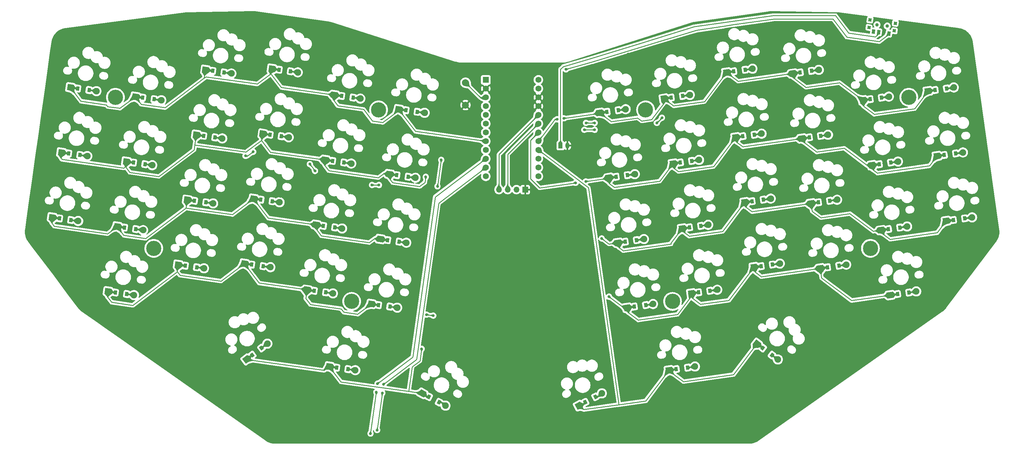
<source format=gtl>
%TF.GenerationSoftware,KiCad,Pcbnew,8.0.1*%
%TF.CreationDate,2024-04-17T22:25:28+02:00*%
%TF.ProjectId,shockboard,73686f63-6b62-46f6-9172-642e6b696361,v1.0.0*%
%TF.SameCoordinates,Original*%
%TF.FileFunction,Copper,L1,Top*%
%TF.FilePolarity,Positive*%
%FSLAX46Y46*%
G04 Gerber Fmt 4.6, Leading zero omitted, Abs format (unit mm)*
G04 Created by KiCad (PCBNEW 8.0.1) date 2024-04-17 22:25:28*
%MOMM*%
%LPD*%
G01*
G04 APERTURE LIST*
G04 Aperture macros list*
%AMRotRect*
0 Rectangle, with rotation*
0 The origin of the aperture is its center*
0 $1 length*
0 $2 width*
0 $3 Rotation angle, in degrees counterclockwise*
0 Add horizontal line*
21,1,$1,$2,0,0,$3*%
G04 Aperture macros list end*
%TA.AperFunction,SMDPad,CuDef*%
%ADD10RotRect,0.900000X0.900000X352.500000*%
%TD*%
%TA.AperFunction,WasherPad*%
%ADD11C,1.000000*%
%TD*%
%TA.AperFunction,SMDPad,CuDef*%
%ADD12RotRect,0.900000X1.250000X352.500000*%
%TD*%
%TA.AperFunction,ComponentPad*%
%ADD13RotRect,1.778000X1.778000X352.000000*%
%TD*%
%TA.AperFunction,SMDPad,CuDef*%
%ADD14RotRect,0.900000X1.200000X352.000000*%
%TD*%
%TA.AperFunction,ComponentPad*%
%ADD15C,1.905000*%
%TD*%
%TA.AperFunction,ComponentPad*%
%ADD16RotRect,1.778000X1.778000X8.000000*%
%TD*%
%TA.AperFunction,SMDPad,CuDef*%
%ADD17RotRect,0.900000X1.200000X8.000000*%
%TD*%
%TA.AperFunction,ComponentPad*%
%ADD18RotRect,1.778000X1.778000X323.000000*%
%TD*%
%TA.AperFunction,SMDPad,CuDef*%
%ADD19RotRect,0.900000X1.200000X323.000000*%
%TD*%
%TA.AperFunction,ComponentPad*%
%ADD20R,1.752600X1.752600*%
%TD*%
%TA.AperFunction,ComponentPad*%
%ADD21C,1.752600*%
%TD*%
%TA.AperFunction,ComponentPad*%
%ADD22R,1.700000X1.700000*%
%TD*%
%TA.AperFunction,ComponentPad*%
%ADD23O,1.700000X1.700000*%
%TD*%
%TA.AperFunction,ComponentPad*%
%ADD24C,0.700000*%
%TD*%
%TA.AperFunction,ComponentPad*%
%ADD25C,4.400000*%
%TD*%
%TA.AperFunction,ComponentPad*%
%ADD26C,2.000000*%
%TD*%
%TA.AperFunction,ComponentPad*%
%ADD27R,1.200000X1.700000*%
%TD*%
%TA.AperFunction,ComponentPad*%
%ADD28O,1.200000X1.700000*%
%TD*%
%TA.AperFunction,ComponentPad*%
%ADD29RotRect,1.778000X1.778000X28.000000*%
%TD*%
%TA.AperFunction,SMDPad,CuDef*%
%ADD30RotRect,0.900000X1.200000X28.000000*%
%TD*%
%TA.AperFunction,ComponentPad*%
%ADD31RotRect,1.778000X1.778000X37.000000*%
%TD*%
%TA.AperFunction,SMDPad,CuDef*%
%ADD32RotRect,0.900000X1.200000X37.000000*%
%TD*%
%TA.AperFunction,ComponentPad*%
%ADD33RotRect,1.778000X1.778000X332.000000*%
%TD*%
%TA.AperFunction,SMDPad,CuDef*%
%ADD34RotRect,0.900000X1.200000X332.000000*%
%TD*%
%TA.AperFunction,ViaPad*%
%ADD35C,0.800000*%
%TD*%
%TA.AperFunction,Conductor*%
%ADD36C,0.250000*%
%TD*%
G04 APERTURE END LIST*
D10*
X315796339Y-72564466D03*
X315509181Y-74745644D03*
D11*
X317833939Y-73942213D03*
X320808273Y-74333791D03*
D10*
X323133031Y-73530360D03*
X322845873Y-75711538D03*
D12*
X321281015Y-76488934D03*
X318306682Y-76097355D03*
X316819513Y-75901566D03*
D13*
X78921384Y-129753271D03*
D14*
X81060365Y-130053886D03*
X84328249Y-130513158D03*
D15*
X86467230Y-130813773D03*
D13*
X155364728Y-131913148D03*
D14*
X157503709Y-132213763D03*
X160771593Y-132673035D03*
D15*
X162910574Y-132973650D03*
D16*
X313725295Y-95827875D03*
D17*
X315864276Y-95527260D03*
X319132160Y-95067988D03*
D15*
X321271141Y-94767373D03*
D18*
X283032512Y-166340026D03*
D19*
X284757564Y-167639948D03*
X287393062Y-169625934D03*
D15*
X289118114Y-170925856D03*
D16*
X245423574Y-155918432D03*
D17*
X247562555Y-155617817D03*
X250830439Y-155158545D03*
D15*
X252969420Y-154857930D03*
D13*
X173971058Y-136042839D03*
D14*
X176110039Y-136343454D03*
X179377923Y-136802726D03*
D15*
X181516904Y-137103341D03*
D13*
X115368599Y-143459125D03*
D14*
X117507580Y-143759740D03*
X120775464Y-144219012D03*
D15*
X122914445Y-144519627D03*
D16*
X276860563Y-106562927D03*
D17*
X278999544Y-106262312D03*
X282267428Y-105803040D03*
D15*
X284406409Y-105502425D03*
D20*
X204528096Y-89920735D03*
D21*
X204528096Y-92460735D03*
X204528096Y-95000735D03*
X204528097Y-97540735D03*
X204528096Y-100080735D03*
X204528093Y-102620735D03*
X204528093Y-105160735D03*
X204528096Y-107700735D03*
X204528097Y-110240735D03*
X204528096Y-112780735D03*
X204528096Y-115320735D03*
X204528096Y-117860735D03*
X219768096Y-89920735D03*
X219768096Y-92460735D03*
X219768096Y-95000735D03*
X219768095Y-97540735D03*
X219768096Y-100080735D03*
X219768099Y-102620735D03*
X219768099Y-105160735D03*
X219768096Y-107700735D03*
X219768095Y-110240735D03*
X219768096Y-112780735D03*
X219768096Y-115320735D03*
X219768096Y-117860735D03*
D22*
X215948096Y-121716737D03*
D23*
X213408098Y-121716735D03*
X210868096Y-121716735D03*
X208328096Y-121716735D03*
D13*
X100380767Y-113582467D03*
D14*
X102519748Y-113883082D03*
X105787632Y-114342354D03*
D15*
X107926613Y-114642969D03*
D24*
X314294847Y-138968449D03*
X314611041Y-137745818D03*
X314935794Y-140056561D03*
X315699153Y-137104871D03*
D25*
X315928789Y-138738813D03*
D24*
X316158425Y-140372755D03*
X316921784Y-137421065D03*
X317246537Y-139731808D03*
X317562731Y-138509177D03*
D13*
X123301463Y-87013845D03*
D14*
X125440444Y-87314460D03*
X128708328Y-87773732D03*
D15*
X130847309Y-88074347D03*
D13*
X134601208Y-143132611D03*
D14*
X136740189Y-143433226D03*
X140008073Y-143892498D03*
D15*
X142147054Y-144193113D03*
D13*
X159187953Y-172969801D03*
D14*
X161326934Y-173270416D03*
X164594818Y-173729688D03*
D15*
X166733799Y-174030303D03*
D16*
X274216271Y-87747834D03*
D17*
X276355252Y-87447219D03*
X279623136Y-86987947D03*
D15*
X281762117Y-86687332D03*
D16*
X282149138Y-144193115D03*
D17*
X284288119Y-143892500D03*
X287556003Y-143433228D03*
D15*
X289694984Y-143132613D03*
D24*
X164051247Y-153885913D03*
X164692194Y-152797801D03*
X164367441Y-155108544D03*
X165914825Y-152481607D03*
D25*
X165685189Y-154115549D03*
D24*
X165455553Y-155749491D03*
X167002937Y-153122554D03*
X166678184Y-155433297D03*
X167319131Y-154345185D03*
D26*
X198648098Y-90724043D03*
X198648098Y-97224043D03*
D16*
X257562398Y-174030299D03*
D17*
X259701379Y-173729684D03*
X262969263Y-173270412D03*
D15*
X265108244Y-172969797D03*
D16*
X335184678Y-111998677D03*
D17*
X337323659Y-111698062D03*
X340591543Y-111238790D03*
D15*
X342730524Y-110938175D03*
D16*
X301381752Y-144519630D03*
D17*
X303520733Y-144219015D03*
X306788617Y-143759743D03*
D15*
X308927598Y-143459128D03*
D16*
X240134998Y-118288248D03*
D17*
X242273979Y-117987633D03*
X245541863Y-117528361D03*
D15*
X247680844Y-117227746D03*
D16*
X256097043Y-95343461D03*
D17*
X258236024Y-95042846D03*
X261503908Y-94583574D03*
D15*
X263642889Y-94282959D03*
D13*
X142534075Y-86687332D03*
D14*
X144673056Y-86987947D03*
X147940940Y-87447219D03*
D15*
X150079921Y-87747834D03*
D24*
X106733459Y-138509177D03*
X107374406Y-137421065D03*
X107049653Y-139731808D03*
X108597037Y-137104871D03*
D25*
X108367401Y-138738813D03*
D24*
X108137765Y-140372755D03*
X109685149Y-137745818D03*
X109360396Y-140056561D03*
X110001343Y-138968449D03*
D13*
X81565671Y-110938177D03*
D14*
X83704652Y-111238792D03*
X86972536Y-111698064D03*
D15*
X89111517Y-111998679D03*
D13*
X171326771Y-154857930D03*
D14*
X173465752Y-155158545D03*
X176733636Y-155617817D03*
D15*
X178872617Y-155918432D03*
D27*
X226148094Y-108974045D03*
D28*
X228148094Y-108974045D03*
D13*
X118012884Y-124644038D03*
D14*
X120151865Y-124944653D03*
X123419749Y-125403925D03*
D15*
X125558730Y-125704540D03*
D13*
X152720440Y-150728237D03*
D14*
X154859421Y-151028852D03*
X158127305Y-151488124D03*
D15*
X160266286Y-151788739D03*
D13*
X84209958Y-92123084D03*
D14*
X86348939Y-92423699D03*
X89616823Y-92882971D03*
D15*
X91755804Y-93183586D03*
D13*
X95092187Y-151212651D03*
D14*
X97231168Y-151513266D03*
X100499052Y-151972538D03*
D15*
X102638033Y-152273153D03*
D16*
X293448883Y-88074345D03*
D17*
X295587864Y-87773730D03*
X298855748Y-87314458D03*
D15*
X300994729Y-87013843D03*
D13*
X176615351Y-117227745D03*
D14*
X178754332Y-117528360D03*
X182022216Y-117987632D03*
D15*
X184161197Y-118288247D03*
D13*
X120657172Y-105828938D03*
D14*
X122796153Y-106129553D03*
X126064037Y-106588825D03*
D15*
X128203018Y-106889440D03*
D16*
X261385623Y-132973648D03*
D17*
X263524604Y-132673033D03*
X266792488Y-132213761D03*
D15*
X268931469Y-131913146D03*
D16*
X332540389Y-93183588D03*
D17*
X334679370Y-92882973D03*
X337947254Y-92423701D03*
D15*
X340086235Y-92123086D03*
D16*
X237490713Y-99473154D03*
D17*
X239629694Y-99172539D03*
X242897578Y-98713267D03*
D15*
X245036559Y-98412652D03*
D13*
X179259637Y-98412650D03*
D14*
X181398618Y-98713265D03*
X184666502Y-99172537D03*
D15*
X186805483Y-99473152D03*
D24*
X256977063Y-154345186D03*
X257293257Y-153122555D03*
X257618010Y-155433298D03*
X258381369Y-152481608D03*
D25*
X258611005Y-154115550D03*
D24*
X258840641Y-155749492D03*
X259604000Y-152797802D03*
X259928753Y-155108545D03*
X260244947Y-153885914D03*
D13*
X137245500Y-124317516D03*
D14*
X139384481Y-124618131D03*
X142652365Y-125077403D03*
D15*
X144791346Y-125378018D03*
D16*
X258741333Y-114158554D03*
D17*
X260880314Y-113857939D03*
X264148198Y-113398667D03*
D15*
X266287179Y-113098052D03*
D13*
X97736474Y-132397558D03*
D14*
X99875455Y-132698173D03*
X103143339Y-133157445D03*
D15*
X105282320Y-133458060D03*
D13*
X160653306Y-94282962D03*
D14*
X162792287Y-94583577D03*
X166060171Y-95042849D03*
D15*
X168199152Y-95343464D03*
D16*
X319013872Y-133458060D03*
D17*
X321152853Y-133157445D03*
X324420737Y-132698173D03*
D15*
X326559718Y-132397558D03*
D24*
X95617316Y-94736110D03*
X96258263Y-93647998D03*
X95933510Y-95958741D03*
X97480894Y-93331804D03*
D25*
X97251258Y-94965746D03*
D24*
X97021622Y-96599688D03*
X98569006Y-93972751D03*
X98244253Y-96283494D03*
X98885200Y-95195382D03*
D16*
X296093173Y-106889440D03*
D17*
X298232154Y-106588825D03*
X301500038Y-106129553D03*
D15*
X303639019Y-105828938D03*
D24*
X171851903Y-98381391D03*
X172492850Y-97293279D03*
X172168097Y-99604022D03*
X173715481Y-96977085D03*
D25*
X173485845Y-98611027D03*
D24*
X173256209Y-100244969D03*
X174803593Y-97618032D03*
X174478840Y-99928775D03*
X175119787Y-98840663D03*
D16*
X337828968Y-130813771D03*
D17*
X339967949Y-130513156D03*
X343235833Y-130053884D03*
D15*
X345374814Y-129753269D03*
D24*
X325410993Y-95195384D03*
X325727187Y-93972753D03*
X326051940Y-96283496D03*
X326815299Y-93331806D03*
D25*
X327044935Y-94965748D03*
D24*
X327274571Y-96599690D03*
X328037930Y-93648000D03*
X328362683Y-95958743D03*
X328678877Y-94736112D03*
D16*
X279504847Y-125378019D03*
D17*
X281643828Y-125077404D03*
X284911712Y-124618132D03*
D15*
X287050693Y-124317517D03*
D16*
X316369584Y-114642967D03*
D17*
X318508565Y-114342352D03*
X321776449Y-113883080D03*
D15*
X323915430Y-113582465D03*
D13*
X158009015Y-113098052D03*
D14*
X160147996Y-113398667D03*
X163415880Y-113857939D03*
D15*
X165554861Y-114158554D03*
D16*
X242779285Y-137103339D03*
D17*
X244918266Y-136802724D03*
X248186150Y-136343452D03*
D15*
X250325131Y-136042837D03*
D16*
X298737464Y-125704537D03*
D17*
X300876445Y-125403922D03*
X304144329Y-124944650D03*
D15*
X306283310Y-124644035D03*
D16*
X321658159Y-152273154D03*
D17*
X323797140Y-151972539D03*
X327065024Y-151513267D03*
D15*
X329204005Y-151212652D03*
D29*
X231433908Y-184315181D03*
D30*
X233341072Y-183301122D03*
X236254804Y-181751866D03*
D15*
X238161968Y-180737807D03*
D24*
X249176410Y-98840664D03*
X249492604Y-97618033D03*
X249817357Y-99928776D03*
X250580716Y-96977086D03*
D25*
X250810352Y-98611028D03*
D24*
X251039988Y-100244970D03*
X251803347Y-97293280D03*
X252128100Y-99604023D03*
X252444294Y-98381392D03*
D13*
X139889787Y-105502423D03*
D14*
X142028768Y-105803038D03*
X145296652Y-106262310D03*
D15*
X147435633Y-106562925D03*
D16*
X264029909Y-151788742D03*
D17*
X266168890Y-151488127D03*
X269436774Y-151028855D03*
D15*
X271575755Y-150728240D03*
D31*
X135178079Y-170925856D03*
D32*
X136903131Y-169625934D03*
X139538629Y-167639948D03*
D15*
X141263681Y-166340026D03*
D33*
X186134226Y-180737809D03*
D34*
X188041390Y-181751868D03*
X190955122Y-183301124D03*
D15*
X192862286Y-184315183D03*
D13*
X103025051Y-94767372D03*
D14*
X105164032Y-95067987D03*
X108431916Y-95527259D03*
D15*
X110570897Y-95827874D03*
D35*
X245200000Y-103400000D03*
X173168575Y-177914149D03*
X172820640Y-180389819D03*
X171134254Y-192389078D03*
X174901545Y-178157702D03*
X173041996Y-191389077D03*
X174553609Y-180633372D03*
X171563374Y-120389078D03*
X134943996Y-111952381D03*
X137165658Y-110749873D03*
X173595365Y-120393574D03*
X153578679Y-114318858D03*
X155068099Y-116295380D03*
X233563374Y-102389078D03*
X254063375Y-102389078D03*
X255563374Y-100889078D03*
X236063374Y-102389076D03*
X236063373Y-104389077D03*
X233063373Y-104389078D03*
X190539767Y-120775684D03*
X191618358Y-113101106D03*
X187139401Y-118025682D03*
X189316642Y-158219861D03*
X187336106Y-157941516D03*
X185944374Y-167844195D03*
X238102562Y-135868390D03*
X233508516Y-119346972D03*
X230537712Y-119764490D03*
X227150722Y-101053778D03*
X225170186Y-101332125D03*
X240220938Y-152737740D03*
X227741920Y-86883091D03*
X189606167Y-163958658D03*
X339600000Y-133500000D03*
X329500000Y-110400000D03*
X115458975Y-77397752D03*
X326600000Y-100600000D03*
X145003236Y-123647004D03*
X169700000Y-122000000D03*
X345330643Y-142924601D03*
X159820092Y-158973817D03*
X259316844Y-187731011D03*
X104700000Y-92800000D03*
X195953601Y-148680416D03*
X254910633Y-148345777D03*
X270527415Y-148134959D03*
X140500000Y-177900000D03*
X175670146Y-133036098D03*
X100220477Y-162583371D03*
X264736081Y-78826263D03*
X190253001Y-107765068D03*
X225588439Y-117822409D03*
X88800000Y-143900000D03*
X195100000Y-178200000D03*
X212100000Y-114600000D03*
X319767636Y-114103042D03*
X130647790Y-133085990D03*
X249300000Y-133300000D03*
X244800000Y-122700000D03*
X149849586Y-107254492D03*
X274660445Y-93220309D03*
X170428109Y-183589296D03*
X171071088Y-113612739D03*
X105551588Y-73394429D03*
X289900471Y-123208284D03*
X209600000Y-118200000D03*
X135041466Y-148246859D03*
X305192519Y-108308437D03*
X279609755Y-158142364D03*
X280224305Y-188681601D03*
X197800000Y-114000000D03*
X199775373Y-157982691D03*
X295291367Y-112594074D03*
X314200000Y-149300000D03*
X294884305Y-133979377D03*
X330436018Y-137438056D03*
X160000000Y-98400000D03*
X215417470Y-128721692D03*
X250037909Y-92714019D03*
X145732772Y-98017947D03*
X238900000Y-142400000D03*
X265554351Y-118729377D03*
X289640491Y-148324468D03*
X210380953Y-148151438D03*
X100499149Y-137802781D03*
X194899849Y-133000172D03*
X134100000Y-105500000D03*
X209600000Y-112700000D03*
X246101121Y-168370761D03*
X324550170Y-78598554D03*
X105472013Y-128992157D03*
X134642192Y-167595942D03*
X120134632Y-123438838D03*
X109644979Y-167574813D03*
X266200000Y-98400000D03*
X180212439Y-102490297D03*
X200201308Y-103189895D03*
X219261171Y-183111780D03*
X144982645Y-152765341D03*
X209600000Y-114600000D03*
X313000000Y-100300000D03*
X120921746Y-173827234D03*
X151136796Y-182977316D03*
X269172861Y-183410811D03*
X335219868Y-152961633D03*
X261200000Y-137900000D03*
X282000000Y-141500000D03*
X89551681Y-117337871D03*
X290870154Y-104112935D03*
X224712701Y-162865790D03*
X305113513Y-162957219D03*
X270800000Y-168882723D03*
X205652288Y-137710660D03*
X195884074Y-88288463D03*
X206036487Y-182758013D03*
X280306048Y-173484917D03*
X251600000Y-105500000D03*
X229000000Y-133500000D03*
X80400000Y-78500000D03*
X244714153Y-153993507D03*
X345384074Y-88164433D03*
X295041007Y-157468544D03*
X175225469Y-167587627D03*
X294186651Y-92378499D03*
X215948308Y-173352184D03*
X180517873Y-142998904D03*
X264510237Y-157470236D03*
X141039824Y-72346339D03*
X180020980Y-177833264D03*
X130292744Y-183669492D03*
X126600000Y-112500000D03*
X304673457Y-177888386D03*
X245740221Y-82408832D03*
X307600000Y-141100000D03*
X325700000Y-129700000D03*
X149953896Y-133740638D03*
X339865767Y-114163133D03*
X252300000Y-116300000D03*
X150200000Y-81800000D03*
X229443453Y-87638233D03*
X212100000Y-112600000D03*
X154800000Y-74200000D03*
X211100000Y-89400000D03*
X220774651Y-137993102D03*
X134727052Y-89140217D03*
X305838017Y-88492887D03*
X326900000Y-89900000D03*
X310430943Y-123303836D03*
X215082455Y-159115834D03*
X125429480Y-92901951D03*
X224298954Y-148053341D03*
X85400000Y-97600000D03*
X184100000Y-115200000D03*
X125175454Y-73251665D03*
X229374540Y-107920656D03*
X159726176Y-138259436D03*
X94700006Y-77369072D03*
X75300000Y-114300000D03*
X235010317Y-157533385D03*
X205511559Y-123175332D03*
X181500000Y-122900000D03*
X334800000Y-98100000D03*
X114697506Y-97808085D03*
X212100000Y-116600000D03*
X291068108Y-167407011D03*
X149725094Y-162991671D03*
X294315148Y-182262797D03*
X349500000Y-116900000D03*
X174985015Y-82283133D03*
X80595697Y-137309335D03*
X212100000Y-118300000D03*
X205263634Y-169086491D03*
X234300000Y-143300000D03*
X274504195Y-127291316D03*
X250215588Y-178062115D03*
X119781439Y-157714672D03*
X310780538Y-72850082D03*
X164688523Y-77814738D03*
X320576498Y-158976106D03*
X209600000Y-116600000D03*
X236400000Y-106500000D03*
X339316000Y-79038414D03*
X315495740Y-168245528D03*
X178500000Y-152900000D03*
X109832781Y-153455247D03*
D36*
X204528095Y-112780735D02*
X189857206Y-123836043D01*
X172820640Y-180389819D02*
X171134254Y-192389078D01*
X183333545Y-170254293D02*
X189857206Y-123836043D01*
X183333545Y-170254293D02*
X173168575Y-177914149D01*
X84328244Y-130513155D02*
X86467225Y-130813769D01*
X89111513Y-111998679D02*
X89111519Y-111998681D01*
X86972534Y-111698067D02*
X89111513Y-111998679D01*
X89616821Y-92882967D02*
X91755802Y-93183584D01*
X91755802Y-93183584D02*
X91755806Y-93183585D01*
X184501795Y-170923394D02*
X174901545Y-178157702D01*
X190869749Y-125613036D02*
X184501795Y-170923394D01*
X174553609Y-180633372D02*
X173041996Y-191389077D01*
X204528096Y-115320735D02*
X190869749Y-125613036D01*
X100499053Y-151972539D02*
X102638031Y-152273151D01*
X103143339Y-133157444D02*
X105282315Y-133458060D01*
X105282315Y-133458060D02*
X105282320Y-133458064D01*
X107926605Y-114642966D02*
X107926609Y-114642968D01*
X105787631Y-114342353D02*
X107926605Y-114642966D01*
X110570894Y-95827873D02*
X110570897Y-95827873D01*
X108431917Y-95527260D02*
X110570894Y-95827873D01*
X173595365Y-120393574D02*
X171567871Y-120393574D01*
X135471496Y-112026516D02*
X134943996Y-111952381D01*
X171567871Y-120393574D02*
X171563374Y-120389078D01*
X153791455Y-114601218D02*
X153578679Y-114318858D01*
X137165658Y-110749873D02*
X135471496Y-112026516D01*
X155068099Y-116295380D02*
X153791455Y-114601218D01*
X122914437Y-144519624D02*
X122914446Y-144519626D01*
X120775460Y-144219014D02*
X122914437Y-144519624D01*
X123419753Y-125403921D02*
X125558729Y-125704535D01*
X125558729Y-125704535D02*
X125558731Y-125704535D01*
X126064044Y-106588826D02*
X128203016Y-106889438D01*
X128203016Y-106889438D02*
X128203020Y-106889440D01*
X130847310Y-88074345D02*
X130847306Y-88074349D01*
X128708330Y-87773735D02*
X130847310Y-88074345D01*
X233563374Y-102389078D02*
X236063374Y-102389076D01*
X254063375Y-102389078D02*
X255563374Y-100889078D01*
X142147055Y-144193114D02*
X140008076Y-143892501D01*
X140008076Y-143892501D02*
X140008075Y-143892498D01*
X144791342Y-125378019D02*
X144791344Y-125378022D01*
X142652363Y-125077405D02*
X144791342Y-125378019D01*
X145296654Y-106262313D02*
X147435630Y-106562926D01*
X150079921Y-87747835D02*
X147940942Y-87447219D01*
X147940942Y-87447219D02*
X147940941Y-87447219D01*
X233063373Y-104389078D02*
X236063373Y-104389077D01*
X160266280Y-151788740D02*
X160266280Y-151788742D01*
X158127301Y-151488130D02*
X160266280Y-151788740D01*
X162910567Y-132973648D02*
X162910570Y-132973652D01*
X160771595Y-132673033D02*
X162910567Y-132973648D01*
X165554858Y-114158554D02*
X165554859Y-114158555D01*
X163415882Y-113857939D02*
X165554858Y-114158554D01*
X166060173Y-95042847D02*
X168199145Y-95343459D01*
X168199145Y-95343459D02*
X168199150Y-95343463D01*
X176733636Y-155617815D02*
X178872613Y-155918431D01*
X178872613Y-155918431D02*
X178872616Y-155918431D01*
X179377926Y-136802726D02*
X181516901Y-137103339D01*
X181516901Y-137103339D02*
X181516902Y-137103341D01*
X182022215Y-117987632D02*
X184161192Y-118288244D01*
X184161192Y-118288244D02*
X184161191Y-118288246D01*
X186805481Y-99473155D02*
X184666504Y-99172539D01*
X184666504Y-99172539D02*
X184666502Y-99172536D01*
X139538628Y-167639948D02*
X141263680Y-166340028D01*
X164594820Y-173729683D02*
X166733798Y-174030298D01*
X166733798Y-174030298D02*
X166733797Y-174030300D01*
X192233530Y-183480792D02*
X192862288Y-184315184D01*
X190955121Y-183301123D02*
X192233530Y-183480792D01*
X343235833Y-130053883D02*
X345374810Y-129753270D01*
X340591543Y-111238791D02*
X342730519Y-110938177D01*
X337947253Y-92423702D02*
X340086232Y-92123086D01*
X327065025Y-151513269D02*
X329204006Y-151212652D01*
X324420736Y-132698174D02*
X326559716Y-132397558D01*
X321776451Y-113883080D02*
X323915433Y-113582466D01*
X319132162Y-95067988D02*
X321271140Y-94767370D01*
X306788616Y-143759743D02*
X308927597Y-143459125D01*
X304144328Y-124944648D02*
X306283307Y-124644031D01*
X301500038Y-106129555D02*
X303639019Y-105828937D01*
X298855751Y-87314461D02*
X300994729Y-87013847D01*
X287556006Y-143433230D02*
X289694983Y-143132612D01*
X284911713Y-124618132D02*
X287050695Y-124317519D01*
X282267426Y-105803042D02*
X284406406Y-105502423D01*
X279623135Y-86987945D02*
X281762116Y-86687330D01*
X269436775Y-151028854D02*
X271575755Y-150728240D01*
X266792484Y-132213763D02*
X268931469Y-131913149D01*
X264148196Y-113398667D02*
X266287179Y-113098053D01*
X261503908Y-94583575D02*
X263642887Y-94282960D01*
X250830442Y-155158544D02*
X252969420Y-154857934D01*
X248186151Y-136343454D02*
X250325131Y-136042836D01*
X245541866Y-117528360D02*
X247680843Y-117227745D01*
X242897577Y-98713263D02*
X245036554Y-98412655D01*
X287393065Y-169625937D02*
X289118116Y-170925856D01*
X262969257Y-173270411D02*
X265108240Y-172969798D01*
X237533211Y-181572197D02*
X238161970Y-180737809D01*
X236254804Y-181751870D02*
X237533211Y-181572197D01*
X78921386Y-129753267D02*
X78921381Y-129753269D01*
X141495996Y-129964024D02*
X155364730Y-131913148D01*
X118012890Y-124644036D02*
X118012889Y-124644034D01*
X157503708Y-132213761D02*
X155364729Y-131913150D01*
X99667741Y-134966339D02*
X105987083Y-135854468D01*
X137245501Y-124317520D02*
X137245499Y-124317518D01*
X117675196Y-127046841D02*
X131116677Y-128935921D01*
X120151866Y-124944649D02*
X118012890Y-124644036D01*
X78921381Y-129753269D02*
X78711925Y-131243651D01*
X190539767Y-120775684D02*
X191618358Y-113101106D01*
X172412798Y-135823838D02*
X173971062Y-136042836D01*
X97736474Y-132397557D02*
X97735777Y-132402539D01*
X97735777Y-132402539D02*
X99667741Y-134966339D01*
X155364730Y-131913148D02*
X155224859Y-132908396D01*
X94951588Y-134496123D02*
X97736474Y-132397557D01*
X139384478Y-124618134D02*
X137245501Y-124317520D01*
X137244796Y-124322499D02*
X141495996Y-129964024D01*
X105987083Y-135854468D02*
X117675196Y-127046841D01*
X155224859Y-132908396D02*
X156893594Y-135122885D01*
X156893594Y-135122885D02*
X170757350Y-137071309D01*
X173971062Y-136042836D02*
X176110037Y-136343453D01*
X81060360Y-130053885D02*
X78921386Y-129753267D01*
X97736477Y-132397560D02*
X97736474Y-132397557D01*
X170757350Y-137071309D02*
X172412798Y-135823838D01*
X117675196Y-127046841D02*
X118012889Y-124644034D01*
X79529569Y-132328702D02*
X94951588Y-134496123D01*
X99875458Y-132698175D02*
X97736477Y-132397560D01*
X131116677Y-128935921D02*
X137245499Y-124317518D01*
X137245499Y-124317518D02*
X137244796Y-124322499D01*
X155364729Y-131913150D02*
X155364730Y-131913148D01*
X78711925Y-131243651D02*
X79529569Y-132328702D01*
X158009020Y-113098051D02*
X157799559Y-114588437D01*
X100380764Y-113582464D02*
X100171304Y-115072851D01*
X176615353Y-117227742D02*
X178754327Y-117528358D01*
X173401638Y-118256213D02*
X175057085Y-117008742D01*
X101414500Y-116722618D02*
X109831777Y-117905589D01*
X159042751Y-116238206D02*
X173401638Y-118256213D01*
X139610742Y-107487940D02*
X142159748Y-110870582D01*
X139621687Y-107410096D02*
X139610742Y-107487940D01*
X157799559Y-114588437D02*
X159042751Y-116238206D01*
X178754327Y-117528358D02*
X178754330Y-117528359D01*
X100171304Y-115072851D02*
X101414500Y-116722618D01*
X100380764Y-113582464D02*
X102519741Y-113883079D01*
X176470215Y-118260419D02*
X176615350Y-117227746D01*
X185360263Y-120805123D02*
X177561904Y-119709135D01*
X142028767Y-105803041D02*
X139889792Y-105502427D01*
X81356214Y-112428558D02*
X81748311Y-112948884D01*
X81748311Y-112948884D02*
X99650974Y-115464943D01*
X177561904Y-119709135D02*
X176470215Y-118260419D01*
X135059531Y-110847929D02*
X139621687Y-107410096D01*
X158009020Y-113098051D02*
X160147996Y-113398664D01*
X120041135Y-110212283D02*
X120244425Y-108765804D01*
X160147996Y-113398664D02*
X160147996Y-113398666D01*
X120657179Y-105828941D02*
X120657180Y-105828939D01*
X102519741Y-113883079D02*
X102519743Y-113883083D01*
X122796157Y-106129556D02*
X120657179Y-105828941D01*
X120244425Y-108765804D02*
X135059531Y-110847929D01*
X109831777Y-117905589D02*
X120041135Y-110212283D01*
X99650974Y-115464943D02*
X100171304Y-115072851D01*
X142159748Y-110870582D02*
X158009020Y-113098051D01*
X81565673Y-110938178D02*
X81565671Y-110938175D01*
X186913244Y-119634867D02*
X185360263Y-120805123D01*
X175057085Y-117008742D02*
X176615353Y-117227742D01*
X139889792Y-105502427D02*
X139889790Y-105502425D01*
X187139401Y-118025682D02*
X186913244Y-119634867D01*
X120244425Y-108765804D02*
X120657180Y-105828939D01*
X139621687Y-107410096D02*
X139889790Y-105502425D01*
X83704648Y-111238793D02*
X81565673Y-110938178D01*
X81565671Y-110938175D02*
X81356214Y-112428558D01*
X162792286Y-94583575D02*
X160653308Y-94282964D01*
X161687037Y-97423112D02*
X169114049Y-98466909D01*
X123301465Y-87013848D02*
X123301465Y-87013847D01*
X142324619Y-88177716D02*
X145299172Y-92125074D01*
X84209963Y-92123086D02*
X84209964Y-92123082D01*
X94632104Y-97147464D02*
X95007204Y-97645234D01*
X160443845Y-95773345D02*
X161687037Y-97423112D01*
X184094710Y-104829009D02*
X179259636Y-98412650D01*
X138338128Y-91112154D02*
X142335563Y-88099872D01*
X160653306Y-94282961D02*
X160443845Y-95773345D01*
X142335563Y-88099872D02*
X142324619Y-88177716D01*
X174638138Y-102272754D02*
X179200293Y-98834922D01*
X179259642Y-98412654D02*
X179259639Y-98412650D01*
X145299172Y-92125074D02*
X160653306Y-94282961D01*
X86348940Y-92423699D02*
X84209963Y-92123086D01*
X181398619Y-98713267D02*
X179259642Y-98412654D01*
X122963775Y-89416654D02*
X123484102Y-89024560D01*
X87210074Y-96104367D02*
X94632104Y-97147464D01*
X204528095Y-107700734D02*
X184094710Y-104829009D01*
X169114049Y-98466909D02*
X171667335Y-101855236D01*
X125440445Y-87314461D02*
X123301465Y-87013848D01*
X98546000Y-98142582D02*
X103025055Y-94767373D01*
X144673057Y-86987944D02*
X142534078Y-86687334D01*
X142534078Y-86687334D02*
X142534078Y-86687330D01*
X122963775Y-89416654D02*
X123301465Y-87013847D01*
X103025055Y-94767373D02*
X104698070Y-96987545D01*
X84209964Y-92123082D02*
X87210074Y-96104367D01*
X111624971Y-97961057D02*
X122963775Y-89416654D01*
X105164033Y-95067986D02*
X103025060Y-94767375D01*
X142335563Y-88099872D02*
X142534078Y-86687330D01*
X95007204Y-97645234D02*
X98546000Y-98142582D01*
X160653308Y-94282964D02*
X160653306Y-94282961D01*
X123484102Y-89024560D02*
X138338128Y-91112154D01*
X179200293Y-98834922D02*
X179259639Y-98412650D01*
X103025060Y-94767375D02*
X103025055Y-94767373D01*
X104698070Y-96987545D02*
X111624971Y-97961057D01*
X171667335Y-101855236D02*
X174638138Y-102272754D01*
X152720440Y-150728240D02*
X152371805Y-153208891D01*
X117507578Y-143759738D02*
X115368603Y-143459129D01*
X115095024Y-145405722D02*
X115368599Y-143459125D01*
X94882731Y-152703034D02*
X96125916Y-154352806D01*
X153708004Y-154982081D02*
X162620415Y-156234641D01*
X96125916Y-154352806D02*
X102298837Y-155220350D01*
X171326775Y-154857932D02*
X171326772Y-154857929D01*
X173465750Y-155158544D02*
X171326775Y-154857932D01*
X115095024Y-145405722D02*
X115946117Y-146535161D01*
X152371805Y-153208891D02*
X153708004Y-154982081D01*
X115946117Y-146535161D02*
X127863275Y-148210008D01*
X136740193Y-143433227D02*
X134601216Y-143132614D01*
X162620415Y-156234641D02*
X163378505Y-157240660D01*
X127863275Y-148210008D02*
X134601212Y-143132612D01*
X134601216Y-143132614D02*
X134601212Y-143132612D01*
X95092190Y-151212652D02*
X97231166Y-151513265D01*
X163378505Y-157240660D02*
X167412437Y-157807593D01*
X115067985Y-145598106D02*
X115095024Y-145405722D01*
X95092190Y-151212652D02*
X94882731Y-152703034D01*
X152720441Y-150728240D02*
X152720440Y-150728240D01*
X189316642Y-158219861D02*
X187336106Y-157941516D01*
X102298837Y-155220350D02*
X115067985Y-145598106D01*
X97231166Y-151513265D02*
X97231170Y-151513267D01*
X134601212Y-143132612D02*
X138856688Y-148779816D01*
X167412437Y-157807593D02*
X171326772Y-154857929D01*
X115368603Y-143459129D02*
X115368599Y-143459125D01*
X138856688Y-148779816D02*
X152720440Y-150728240D01*
X154859420Y-151028856D02*
X152720441Y-150728240D01*
X186762983Y-181572198D02*
X186134228Y-180737811D01*
X183198387Y-173012325D02*
X182190535Y-180183560D01*
X188041393Y-181751866D02*
X186762983Y-181572198D01*
X161326933Y-173270413D02*
X159187958Y-172969799D01*
X136903129Y-169625938D02*
X135178076Y-170925857D01*
X159187958Y-172969799D02*
X159187955Y-172969796D01*
X157699940Y-174091100D02*
X159187955Y-172969796D01*
X185457269Y-171310136D02*
X183198387Y-173012325D01*
X159187955Y-172969796D02*
X162543158Y-177422299D01*
X182190535Y-180183560D02*
X186134228Y-180737811D01*
X162543158Y-177422299D02*
X182190535Y-180183560D01*
X185944374Y-167844195D02*
X185457269Y-171310136D01*
X135178076Y-170925857D02*
X157699940Y-174091100D01*
X263433549Y-135208774D02*
X273123007Y-133847011D01*
X240218914Y-137463176D02*
X242779285Y-137103339D01*
X321626522Y-136118732D02*
X335277050Y-134200278D01*
X238102562Y-135868390D02*
X240218914Y-137463176D01*
X242779289Y-137103338D02*
X244918269Y-136802724D01*
X319122632Y-134231918D02*
X321626522Y-136118732D01*
X309976148Y-128667639D02*
X316754618Y-133775580D01*
X319013873Y-133458057D02*
X321152854Y-133157446D01*
X279385072Y-125536969D02*
X279524245Y-126527234D01*
X261385622Y-132973647D02*
X261494380Y-133747507D01*
X273123007Y-133847011D02*
X279504847Y-125378019D01*
X319013873Y-133458057D02*
X319122632Y-134231918D01*
X301558872Y-129850608D02*
X309976148Y-128667639D01*
X279524245Y-126527234D02*
X281624181Y-128109650D01*
X258165866Y-137246406D02*
X261385622Y-132973647D01*
X298737462Y-125704536D02*
X300876444Y-125403920D01*
X244332084Y-139408049D02*
X258195833Y-137459624D01*
X242957634Y-138372330D02*
X244332084Y-139408049D01*
X279504847Y-125378019D02*
X281643827Y-125077404D01*
X279504847Y-125378019D02*
X279385072Y-125536969D01*
X258195833Y-137459624D02*
X258165866Y-137246406D01*
X337828966Y-130813769D02*
X339967946Y-130513158D01*
X298737462Y-125704536D02*
X299054979Y-127963796D01*
X261385622Y-132973647D02*
X263524600Y-132673031D01*
X335277050Y-134200278D02*
X337828966Y-130813769D01*
X281624181Y-128109650D02*
X298737462Y-125704536D01*
X316754618Y-133775580D02*
X319013873Y-133458057D01*
X299054979Y-127963796D02*
X301558872Y-129850608D01*
X242779289Y-137103338D02*
X242957634Y-138372330D01*
X261494380Y-133747507D02*
X263433549Y-135208774D01*
X240134998Y-118288246D02*
X240382933Y-120052370D01*
X254912775Y-119239222D02*
X258741333Y-114158552D01*
X296201934Y-107663301D02*
X300399985Y-110826757D01*
X220139897Y-121225809D02*
X230537712Y-119764490D01*
X258741333Y-114158552D02*
X258919681Y-115427545D01*
X258741333Y-114158552D02*
X260880314Y-113857940D01*
X276860560Y-106562926D02*
X278999541Y-106262310D01*
X240027594Y-118430774D02*
X240134997Y-118288248D01*
X260294129Y-116463269D02*
X270478716Y-115031916D01*
X308322129Y-109713373D02*
X315100592Y-114821311D01*
X241757377Y-121088094D02*
X254912775Y-119239222D01*
X217500000Y-118585912D02*
X220139897Y-121225809D01*
X296093169Y-106889442D02*
X298232154Y-106588826D01*
X240134998Y-118288246D02*
X242273980Y-117987631D01*
X335184677Y-111998676D02*
X337323656Y-111698061D01*
X317922379Y-116947679D02*
X333058307Y-114820462D01*
X316369585Y-114642967D02*
X318508565Y-114342350D01*
X233508516Y-119346972D02*
X240027594Y-118430774D01*
X270478716Y-115031916D02*
X276860560Y-106562926D01*
X316369585Y-114642967D02*
X316547929Y-115911959D01*
X296093169Y-106889442D02*
X296201934Y-107663301D01*
X276860560Y-106562926D02*
X277038907Y-107831917D01*
X315100592Y-114821311D02*
X316369585Y-114642967D01*
X300399985Y-110826757D02*
X308322129Y-109713373D01*
X217500000Y-107428835D02*
X217500000Y-118585912D01*
X258919681Y-115427545D02*
X260294129Y-116463269D01*
X219768099Y-105160736D02*
X217500000Y-107428835D01*
X277038907Y-107831917D02*
X278979895Y-109294560D01*
X278979895Y-109294560D02*
X296093169Y-106889442D01*
X333058307Y-114820462D02*
X335184677Y-111998676D01*
X316547929Y-115911959D02*
X317922379Y-116947679D01*
X240382933Y-120052370D02*
X241757377Y-121088094D01*
X256097044Y-95343462D02*
X258918829Y-97469830D01*
X224495764Y-101426909D02*
X225170186Y-101332125D01*
X227150722Y-101053778D02*
X237383310Y-99615680D01*
X256255561Y-96471377D02*
X256097044Y-95343462D01*
X248520640Y-100950853D02*
X249650078Y-101801951D01*
X240877213Y-102025069D02*
X248520640Y-100950853D01*
X293448884Y-88074347D02*
X293627229Y-89343340D01*
X237490710Y-99473153D02*
X239629691Y-99172539D01*
X313973228Y-97591999D02*
X317041838Y-99904362D01*
X293448884Y-88074347D02*
X295587864Y-87773733D01*
X256097044Y-95343462D02*
X258236024Y-95042849D01*
X317041838Y-99904362D02*
X328711829Y-98264253D01*
X313725297Y-95827873D02*
X315864276Y-95527259D01*
X219768095Y-107700734D02*
X224495764Y-101426909D01*
X328711829Y-98264253D02*
X332540388Y-93183588D01*
X274216270Y-87747833D02*
X276355252Y-87447216D01*
X277604594Y-90301119D02*
X293448884Y-88074347D01*
X306946832Y-90719934D02*
X313725297Y-95827873D01*
X237490710Y-99473153D02*
X240877213Y-102025069D01*
X258918829Y-97469830D02*
X267834433Y-96216823D01*
X237383310Y-99615680D02*
X237490712Y-99473154D01*
X297260560Y-92081250D02*
X306946832Y-90719934D01*
X293627229Y-89343340D02*
X297260560Y-92081250D01*
X249650078Y-101801951D02*
X252545309Y-101395053D01*
X313725297Y-95827873D02*
X313973228Y-97591999D01*
X332540388Y-93183588D02*
X334679368Y-92882974D01*
X252545309Y-101395053D02*
X256255561Y-96471377D01*
X267834433Y-96216823D02*
X274216270Y-87747833D01*
X274216270Y-87747833D02*
X277604594Y-90301119D01*
X321658161Y-152273154D02*
X323797142Y-151972538D01*
X282149137Y-144193114D02*
X282327483Y-145462101D01*
X245423581Y-155918433D02*
X247562558Y-155617819D01*
X245601924Y-157187426D02*
X248670532Y-159499788D01*
X264129465Y-152497099D02*
X264029912Y-151788743D01*
X310486491Y-153843232D02*
X321658161Y-152273154D01*
X266712149Y-154944550D02*
X274916201Y-153791544D01*
X245423581Y-155918433D02*
X245601924Y-157187426D01*
X301768857Y-147274021D02*
X310486491Y-153843232D01*
X264029912Y-151788743D02*
X264208259Y-153057730D01*
X274916201Y-153791544D02*
X282149137Y-144193114D01*
X264029912Y-151788743D02*
X266168893Y-151488127D01*
X244596174Y-156034717D02*
X245423575Y-155918433D01*
X282149137Y-144193114D02*
X284288120Y-143892495D01*
X260058613Y-157899296D02*
X264129465Y-152497099D01*
X264208259Y-153057730D02*
X266712149Y-154944550D01*
X284268472Y-146924745D02*
X301381754Y-144519630D01*
X282327483Y-145462101D02*
X284268472Y-146924745D01*
X301381754Y-144519630D02*
X301768857Y-147274021D01*
X248670532Y-159499788D02*
X260058613Y-157899296D01*
X240220938Y-152737740D02*
X244596174Y-156034717D01*
X301381754Y-144519630D02*
X303520730Y-144219015D01*
X234269393Y-121168246D02*
X243101701Y-184013384D01*
X257584170Y-174185239D02*
X261782223Y-177348695D01*
X250861390Y-182922829D02*
X257562395Y-174030297D01*
X276271359Y-175312380D02*
X283032515Y-166340029D01*
X219768093Y-110240736D02*
X234269393Y-121168246D01*
X257562395Y-174030297D02*
X259701374Y-173729681D01*
X232930395Y-185442864D02*
X243101701Y-184013384D01*
X232712315Y-184135512D02*
X233341074Y-183301123D01*
X257562395Y-174030297D02*
X257584170Y-174185239D01*
X231433905Y-184315182D02*
X232930395Y-185442864D01*
X231433905Y-184315182D02*
X232712315Y-184135512D01*
X261782223Y-177348695D02*
X276271359Y-175312380D01*
X243101701Y-184013384D02*
X250861390Y-182922829D01*
X283032515Y-166340029D02*
X284757566Y-167639948D01*
X318475091Y-78836051D02*
X309067546Y-77513906D01*
X235239758Y-84733120D02*
X227741920Y-86883091D01*
X305237616Y-72431420D02*
X305084875Y-72278677D01*
X265680543Y-75523772D02*
X253013889Y-79327701D01*
X288022542Y-72278678D02*
X276219236Y-73937523D01*
X321244436Y-76749195D02*
X318475091Y-78836051D01*
X253013889Y-79327701D02*
X235239758Y-84733120D01*
X276219236Y-73937523D02*
X273736837Y-74321760D01*
X309067546Y-77513906D02*
X305237616Y-72431420D01*
X305084875Y-72278677D02*
X288022542Y-72278678D01*
X273736837Y-74321760D02*
X265680543Y-75523772D01*
X321281016Y-76488931D02*
X321244436Y-76749195D01*
X202924790Y-95000735D02*
X198648098Y-90724043D01*
X204528096Y-95000735D02*
X202924790Y-95000735D01*
X208328095Y-121716735D02*
X208328093Y-111520734D01*
X208328093Y-111520734D02*
X219768096Y-100080736D01*
X210868094Y-121716736D02*
X210868096Y-111520738D01*
X210868096Y-111520738D02*
X219768098Y-102620736D01*
X309635776Y-76342125D02*
X317288903Y-77417697D01*
X318219696Y-76716295D02*
X318306680Y-76097355D01*
X287824801Y-71284788D02*
X305824802Y-71284787D01*
X317288903Y-77417697D02*
X318219696Y-76716295D01*
X305824802Y-71284787D02*
X309635776Y-76342125D01*
X226148092Y-86866776D02*
X226965052Y-86049821D01*
X226965052Y-86049821D02*
X234446878Y-83904441D01*
X264921699Y-74503609D02*
X287824801Y-71284788D01*
X249662214Y-79248479D02*
X264921699Y-74503609D01*
X234446878Y-83904441D02*
X249662214Y-79248479D01*
X226148097Y-108974046D02*
X226148092Y-86866776D01*
%TA.AperFunction,Conductor*%
G36*
X182426790Y-173371014D02*
G01*
X182476352Y-173420262D01*
X182491421Y-173488488D01*
X182490502Y-173497291D01*
X181668623Y-179345265D01*
X181639800Y-179408913D01*
X181581142Y-179446874D01*
X181528573Y-179450801D01*
X175852453Y-178653074D01*
X175788805Y-178624251D01*
X175750844Y-178565593D01*
X175750623Y-178495724D01*
X175754027Y-178485632D01*
X175754457Y-178484516D01*
X175754460Y-178484512D01*
X175807524Y-178347027D01*
X175808327Y-178344934D01*
X175831113Y-178285119D01*
X175867694Y-178233933D01*
X175929839Y-178182245D01*
X175961487Y-178153614D01*
X175961488Y-178153611D01*
X175965731Y-178149774D01*
X175966040Y-178150115D01*
X175974719Y-178142234D01*
X182293087Y-173381001D01*
X182358470Y-173356379D01*
X182426790Y-173371014D01*
G37*
%TD.AperFunction*%
%TA.AperFunction,Conductor*%
G36*
X218236026Y-102611221D02*
G01*
X218291959Y-102653093D01*
X218316376Y-102718557D01*
X218315784Y-102742380D01*
X218296762Y-102898717D01*
X218296712Y-102899039D01*
X218296473Y-102901080D01*
X218296454Y-102901241D01*
X218296440Y-102901369D01*
X218296285Y-102902688D01*
X218296285Y-102902691D01*
X218289958Y-102956758D01*
X218275644Y-103079077D01*
X218268367Y-103108791D01*
X218234728Y-103197132D01*
X218215691Y-103230445D01*
X218045914Y-103442767D01*
X218037730Y-103453562D01*
X218026600Y-103466327D01*
X211723616Y-109769314D01*
X210464263Y-111028667D01*
X210431935Y-111060995D01*
X210376023Y-111116906D01*
X210306699Y-111220656D01*
X210306694Y-111220665D01*
X210258941Y-111335952D01*
X210258939Y-111335960D01*
X210234596Y-111458339D01*
X210234595Y-111458343D01*
X210234594Y-119943231D01*
X210231663Y-119966308D01*
X210232345Y-119966434D01*
X210231546Y-119970784D01*
X210202916Y-120230027D01*
X210192969Y-120266796D01*
X210157602Y-120346335D01*
X210141877Y-120372468D01*
X210079145Y-120452471D01*
X210039149Y-120503479D01*
X210038621Y-120504152D01*
X210038410Y-120504402D01*
X210036615Y-120506708D01*
X210036441Y-120506930D01*
X210035965Y-120507537D01*
X210035842Y-120507701D01*
X209858951Y-120734922D01*
X209833182Y-120771156D01*
X209832095Y-120772834D01*
X209809534Y-120811204D01*
X209707607Y-121003124D01*
X209658778Y-121053098D01*
X209590681Y-121068740D01*
X209524939Y-121045083D01*
X209488580Y-121003123D01*
X209431939Y-120896473D01*
X209386652Y-120811201D01*
X209364071Y-120772802D01*
X209362970Y-120771103D01*
X209339239Y-120737739D01*
X209337228Y-120734911D01*
X209161554Y-120509253D01*
X209161378Y-120509011D01*
X209159757Y-120506944D01*
X209159436Y-120506534D01*
X209159318Y-120506382D01*
X209159277Y-120506331D01*
X209054459Y-120372659D01*
X209054307Y-120372465D01*
X209038583Y-120346333D01*
X209030335Y-120327785D01*
X209003216Y-120266796D01*
X208993269Y-120230028D01*
X208993269Y-120230027D01*
X208964641Y-119970786D01*
X208962739Y-119956892D01*
X208961593Y-119940095D01*
X208961593Y-111834499D01*
X208981278Y-111767461D01*
X208997912Y-111746819D01*
X210534498Y-110210233D01*
X218105012Y-102639720D01*
X218166334Y-102606237D01*
X218236026Y-102611221D01*
G37*
%TD.AperFunction*%
%TA.AperFunction,Conductor*%
G36*
X221223075Y-112139528D02*
G01*
X221260982Y-112158935D01*
X223783328Y-114059659D01*
X230057174Y-118787340D01*
X230098868Y-118843406D01*
X230103631Y-118913113D01*
X230069952Y-118974330D01*
X230040478Y-118996008D01*
X229981969Y-119026922D01*
X229940861Y-119051150D01*
X229939053Y-119052332D01*
X229900297Y-119080329D01*
X229900288Y-119080336D01*
X229794149Y-119164802D01*
X229786230Y-119171235D01*
X229785881Y-119171525D01*
X229778776Y-119177526D01*
X229745962Y-119205756D01*
X229694743Y-119232158D01*
X229622556Y-119249934D01*
X229604944Y-119254800D01*
X229589180Y-119258071D01*
X220425729Y-120545911D01*
X220356603Y-120535748D01*
X220320791Y-120510799D01*
X219182815Y-119372823D01*
X219149330Y-119311500D01*
X219154314Y-119241808D01*
X219196186Y-119185875D01*
X219261650Y-119161458D01*
X219310756Y-119167860D01*
X219381658Y-119192201D01*
X219426982Y-119207761D01*
X219536126Y-119225974D01*
X219653348Y-119245535D01*
X219653349Y-119245535D01*
X219882843Y-119245535D01*
X219882844Y-119245535D01*
X220109209Y-119207761D01*
X220326270Y-119133244D01*
X220528106Y-119024016D01*
X220709210Y-118883057D01*
X220864643Y-118714212D01*
X220868800Y-118707850D01*
X220881281Y-118688746D01*
X220990165Y-118522086D01*
X221082353Y-118311920D01*
X221138690Y-118089447D01*
X221148638Y-117969398D01*
X221157642Y-117860740D01*
X221157642Y-117860729D01*
X221140522Y-117654132D01*
X221138690Y-117632023D01*
X221082353Y-117409550D01*
X220990165Y-117199384D01*
X220986798Y-117194231D01*
X220864645Y-117007260D01*
X220834204Y-116974193D01*
X220709210Y-116838413D01*
X220626263Y-116773853D01*
X220528108Y-116697455D01*
X220523814Y-116694650D01*
X220525191Y-116692540D01*
X220482957Y-116650798D01*
X220467705Y-116582614D01*
X220491738Y-116517007D01*
X220524812Y-116488348D01*
X220523814Y-116486820D01*
X220528102Y-116484018D01*
X220528106Y-116484016D01*
X220709210Y-116343057D01*
X220864643Y-116174212D01*
X220990165Y-115982086D01*
X221082353Y-115771920D01*
X221138690Y-115549447D01*
X221148574Y-115430172D01*
X221157642Y-115320740D01*
X221157642Y-115320729D01*
X221141389Y-115124591D01*
X221138690Y-115092023D01*
X221082353Y-114869550D01*
X220990165Y-114659384D01*
X220980391Y-114644423D01*
X220864645Y-114467260D01*
X220840016Y-114440506D01*
X220709210Y-114298413D01*
X220633352Y-114239370D01*
X220528108Y-114157455D01*
X220523814Y-114154650D01*
X220525191Y-114152540D01*
X220482957Y-114110798D01*
X220467705Y-114042614D01*
X220491738Y-113977007D01*
X220524812Y-113948348D01*
X220523814Y-113946820D01*
X220528102Y-113944018D01*
X220528106Y-113944016D01*
X220709210Y-113803057D01*
X220864643Y-113634212D01*
X220990165Y-113442086D01*
X221082353Y-113231920D01*
X221138690Y-113009447D01*
X221147832Y-112899119D01*
X221157642Y-112780740D01*
X221157642Y-112780729D01*
X221140180Y-112570001D01*
X221138690Y-112552023D01*
X221082353Y-112329550D01*
X221072802Y-112307778D01*
X221063899Y-112238479D01*
X221093875Y-112175367D01*
X221153213Y-112138479D01*
X221223075Y-112139528D01*
G37*
%TD.AperFunction*%
%TA.AperFunction,Conductor*%
G36*
X137113548Y-69997017D02*
G01*
X137119978Y-69997244D01*
X137358376Y-70011879D01*
X137364791Y-70012441D01*
X137603560Y-70039662D01*
X137606731Y-70040066D01*
X159317402Y-73091304D01*
X159317408Y-73091306D01*
X159327372Y-73092706D01*
X159327374Y-73092707D01*
X159359569Y-73097231D01*
X159372761Y-73099084D01*
X159376217Y-73099621D01*
X159379652Y-73100203D01*
X159597561Y-73137127D01*
X159632670Y-73143076D01*
X159639537Y-73144440D01*
X159695949Y-73157311D01*
X159891445Y-73201916D01*
X159898176Y-73203653D01*
X160147928Y-73275687D01*
X160151195Y-73276678D01*
X195669530Y-84616566D01*
X195669535Y-84616568D01*
X195683659Y-84621077D01*
X195683660Y-84621078D01*
X195698206Y-84625721D01*
X195698208Y-84625723D01*
X195698209Y-84625723D01*
X195717353Y-84631834D01*
X195766685Y-84647585D01*
X195766687Y-84647585D01*
X195774581Y-84650105D01*
X195774680Y-84650130D01*
X195796383Y-84657056D01*
X195885101Y-84685370D01*
X196202851Y-84765567D01*
X196202862Y-84765569D01*
X196524924Y-84825981D01*
X196524930Y-84825981D01*
X196524947Y-84825985D01*
X196850160Y-84866395D01*
X196850169Y-84866395D01*
X196850171Y-84866396D01*
X197001336Y-84875752D01*
X197177249Y-84886641D01*
X197293530Y-84886655D01*
X197293622Y-84886661D01*
X197341106Y-84886661D01*
X197388700Y-84886662D01*
X197388703Y-84886661D01*
X226897496Y-84886661D01*
X226897520Y-84886662D01*
X226903710Y-84886662D01*
X226903757Y-84886675D01*
X226955095Y-84886668D01*
X226955095Y-84886669D01*
X227118951Y-84886647D01*
X227446037Y-84866397D01*
X227771248Y-84825986D01*
X228093342Y-84765567D01*
X228411091Y-84685373D01*
X228411096Y-84685371D01*
X228411112Y-84685367D01*
X228473148Y-84665567D01*
X228521133Y-84650253D01*
X228521268Y-84650221D01*
X228529508Y-84647590D01*
X228529512Y-84647590D01*
X264144764Y-73276753D01*
X264148057Y-73275752D01*
X264398028Y-73203658D01*
X264404764Y-73201919D01*
X264656692Y-73144435D01*
X264663491Y-73143084D01*
X264919891Y-73099631D01*
X264923244Y-73099112D01*
X286614852Y-70050553D01*
X286614856Y-70050554D01*
X286643765Y-70046490D01*
X286643766Y-70046491D01*
X286689309Y-70040090D01*
X286692471Y-70039687D01*
X286931409Y-70012444D01*
X286937823Y-70011882D01*
X287176219Y-69997245D01*
X287182647Y-69997018D01*
X287381448Y-69995206D01*
X287423185Y-69994826D01*
X287426416Y-69994838D01*
X287472297Y-69995618D01*
X287472297Y-69995617D01*
X287497490Y-69996045D01*
X287497494Y-69996044D01*
X305920856Y-70308819D01*
X305920861Y-70308820D01*
X305934758Y-70309055D01*
X305934759Y-70309056D01*
X305981218Y-70309844D01*
X305983411Y-70309902D01*
X306156914Y-70316116D01*
X306161565Y-70316371D01*
X306333413Y-70329021D01*
X306337996Y-70329444D01*
X306510439Y-70348688D01*
X306512693Y-70348962D01*
X306558807Y-70354989D01*
X306614438Y-70362260D01*
X306614463Y-70362262D01*
X315007173Y-71459184D01*
X315071096Y-71487390D01*
X315109622Y-71545679D01*
X315110519Y-71615543D01*
X315079822Y-71668769D01*
X314994031Y-71756627D01*
X314994025Y-71756635D01*
X314925485Y-71885787D01*
X314911122Y-71944993D01*
X314911121Y-71945001D01*
X314780954Y-72933724D01*
X314779503Y-72994621D01*
X314812283Y-73137120D01*
X314812285Y-73137127D01*
X314871823Y-73243142D01*
X314883884Y-73264618D01*
X314988502Y-73366775D01*
X314988504Y-73366776D01*
X314988508Y-73366779D01*
X315117660Y-73435319D01*
X315117662Y-73435319D01*
X315117663Y-73435320D01*
X315176858Y-73449681D01*
X316165602Y-73579851D01*
X316223370Y-73581226D01*
X316226494Y-73581301D01*
X316226494Y-73581300D01*
X316226496Y-73581301D01*
X316368997Y-73548521D01*
X316496491Y-73476921D01*
X316598648Y-73372303D01*
X316649929Y-73275674D01*
X316667192Y-73243144D01*
X316667192Y-73243143D01*
X316667193Y-73243142D01*
X316681554Y-73183947D01*
X316811724Y-72195203D01*
X316813174Y-72134309D01*
X316780394Y-71991808D01*
X316780392Y-71991804D01*
X316719203Y-71882848D01*
X316703539Y-71814757D01*
X316727176Y-71749006D01*
X316782607Y-71706472D01*
X316843388Y-71699176D01*
X322349922Y-72418876D01*
X322413844Y-72447082D01*
X322452370Y-72505371D01*
X322453267Y-72575235D01*
X322422570Y-72628461D01*
X322330723Y-72722521D01*
X322330717Y-72722529D01*
X322262177Y-72851681D01*
X322247814Y-72910887D01*
X322247813Y-72910895D01*
X322117646Y-73899618D01*
X322116195Y-73960515D01*
X322148975Y-74103014D01*
X322148977Y-74103021D01*
X322188271Y-74172989D01*
X322220576Y-74230512D01*
X322325194Y-74332669D01*
X322325196Y-74332670D01*
X322325200Y-74332673D01*
X322454352Y-74401213D01*
X322454354Y-74401213D01*
X322454355Y-74401214D01*
X322513550Y-74415575D01*
X323502294Y-74545745D01*
X323560062Y-74547120D01*
X323563186Y-74547195D01*
X323563186Y-74547194D01*
X323563188Y-74547195D01*
X323705689Y-74514415D01*
X323833183Y-74442815D01*
X323935340Y-74338197D01*
X323937679Y-74333791D01*
X324003884Y-74209038D01*
X324003884Y-74209037D01*
X324003885Y-74209036D01*
X324018246Y-74149841D01*
X324148416Y-73161097D01*
X324149866Y-73100203D01*
X324117086Y-72957702D01*
X324103620Y-72933724D01*
X324051657Y-72841195D01*
X324035993Y-72773103D01*
X324059630Y-72707353D01*
X324115061Y-72664819D01*
X324175842Y-72657523D01*
X341491573Y-74920678D01*
X341491591Y-74920682D01*
X341524037Y-74924921D01*
X341524036Y-74924922D01*
X341524041Y-74924921D01*
X341546375Y-74927840D01*
X341551663Y-74928649D01*
X341714341Y-74957129D01*
X341945201Y-74997547D01*
X341955671Y-74999852D01*
X342339132Y-75101889D01*
X342349374Y-75105096D01*
X342722541Y-75239967D01*
X342732476Y-75244053D01*
X342867032Y-75306345D01*
X343092559Y-75410752D01*
X343102112Y-75415689D01*
X343446378Y-75612947D01*
X343455457Y-75618685D01*
X343781374Y-75845053D01*
X343789891Y-75851534D01*
X343936741Y-75973679D01*
X344094963Y-76105284D01*
X344102924Y-76112513D01*
X344384839Y-76391713D01*
X344392144Y-76399604D01*
X344648811Y-76702183D01*
X344655405Y-76710677D01*
X344884891Y-77034355D01*
X344890724Y-77043388D01*
X345064948Y-77340750D01*
X345091306Y-77385736D01*
X345096333Y-77395237D01*
X345175937Y-77562916D01*
X345266505Y-77753688D01*
X345270691Y-77763594D01*
X345409161Y-78135424D01*
X345412473Y-78145655D01*
X345518203Y-78528075D01*
X345520617Y-78538553D01*
X345593163Y-78930562D01*
X345594026Y-78935866D01*
X345596381Y-78952619D01*
X345599185Y-78972573D01*
X348316808Y-98309469D01*
X353230361Y-133271216D01*
X353230363Y-133271238D01*
X353237249Y-133320229D01*
X353237832Y-133325064D01*
X353274073Y-133684959D01*
X353274667Y-133694678D01*
X353282504Y-134053831D01*
X353282335Y-134063566D01*
X353261966Y-134422267D01*
X353261032Y-134431959D01*
X353212586Y-134787927D01*
X353210895Y-134797516D01*
X353134668Y-135148581D01*
X353132231Y-135158007D01*
X353028686Y-135502038D01*
X353025516Y-135511244D01*
X352951472Y-135701643D01*
X352895534Y-135845484D01*
X352895310Y-135846059D01*
X352891427Y-135854989D01*
X352735339Y-136178582D01*
X352730770Y-136187174D01*
X352549774Y-136497519D01*
X352544555Y-136505712D01*
X352423261Y-136680550D01*
X352337902Y-136803590D01*
X352335063Y-136807515D01*
X352329192Y-136815309D01*
X352329177Y-136815329D01*
X352323154Y-136823322D01*
X352304973Y-136847447D01*
X352304971Y-136847450D01*
X337917702Y-155940000D01*
X337917701Y-155940002D01*
X337887913Y-155979531D01*
X337884925Y-155983339D01*
X337657433Y-156261903D01*
X337651022Y-156269156D01*
X337404175Y-156527363D01*
X337397217Y-156534095D01*
X337130970Y-156772265D01*
X337123508Y-156778433D01*
X336837680Y-156996487D01*
X336833776Y-156999346D01*
X336802065Y-157021636D01*
X336802062Y-157021638D01*
X283537680Y-194459373D01*
X283537647Y-194459394D01*
X283496910Y-194488028D01*
X283492976Y-194490683D01*
X283196870Y-194682311D01*
X283188707Y-194687160D01*
X282880924Y-194854420D01*
X282872415Y-194858631D01*
X282552719Y-195001861D01*
X282543913Y-195005408D01*
X282214211Y-195123754D01*
X282205158Y-195126617D01*
X281867365Y-195219391D01*
X281858121Y-195221553D01*
X281514224Y-195288210D01*
X281504841Y-195289659D01*
X281156835Y-195329812D01*
X281147369Y-195330538D01*
X280795530Y-195344016D01*
X280790783Y-195344107D01*
X143505998Y-195344107D01*
X143501249Y-195344016D01*
X143148834Y-195330510D01*
X143139369Y-195329784D01*
X142791362Y-195289627D01*
X142781980Y-195288178D01*
X142438085Y-195221519D01*
X142428841Y-195219357D01*
X142091054Y-195126585D01*
X142082003Y-195123723D01*
X141752285Y-195005375D01*
X141743479Y-195001828D01*
X141423797Y-194858609D01*
X141415288Y-194854398D01*
X141107490Y-194687137D01*
X141099329Y-194682289D01*
X140860390Y-194527668D01*
X140802903Y-194490467D01*
X140798978Y-194487819D01*
X140758536Y-194459394D01*
X99213414Y-165258725D01*
X129066436Y-165258725D01*
X129066437Y-165258741D01*
X129096454Y-165486745D01*
X129096455Y-165486750D01*
X129096456Y-165486756D01*
X129145880Y-165671211D01*
X129155982Y-165708911D01*
X129155985Y-165708921D01*
X129243993Y-165921390D01*
X129243997Y-165921400D01*
X129358991Y-166120575D01*
X129499000Y-166303039D01*
X129499006Y-166303046D01*
X129661625Y-166465665D01*
X129661632Y-166465671D01*
X129844096Y-166605680D01*
X130043271Y-166720674D01*
X130043272Y-166720674D01*
X130043275Y-166720676D01*
X130179495Y-166777100D01*
X130221352Y-166794438D01*
X130255760Y-166808690D01*
X130477916Y-166868216D01*
X130549169Y-166877596D01*
X130613064Y-166905862D01*
X130651536Y-166964186D01*
X130652368Y-167034051D01*
X130617839Y-167089212D01*
X130618604Y-167089977D01*
X130524438Y-167184141D01*
X130493054Y-167206943D01*
X130420499Y-167243912D01*
X130356936Y-167290094D01*
X130279733Y-167346185D01*
X130279731Y-167346187D01*
X130279730Y-167346187D01*
X130156703Y-167469214D01*
X130156703Y-167469215D01*
X130156701Y-167469217D01*
X130111009Y-167532107D01*
X130054433Y-167609976D01*
X130054431Y-167609979D01*
X129975438Y-167765010D01*
X129975437Y-167765013D01*
X129921672Y-167930484D01*
X129921672Y-167930487D01*
X129901122Y-168060235D01*
X129894453Y-168102340D01*
X129894453Y-168276334D01*
X129901797Y-168322703D01*
X129921672Y-168448186D01*
X129921672Y-168448189D01*
X129975437Y-168613660D01*
X129975438Y-168613663D01*
X130024339Y-168709635D01*
X130054430Y-168768693D01*
X130156701Y-168909457D01*
X130279733Y-169032489D01*
X130420497Y-169134760D01*
X130511455Y-169181105D01*
X130575526Y-169213751D01*
X130575529Y-169213752D01*
X130719061Y-169260388D01*
X130741005Y-169267518D01*
X130912856Y-169294737D01*
X130912857Y-169294737D01*
X131086849Y-169294737D01*
X131086850Y-169294737D01*
X131258701Y-169267518D01*
X131258704Y-169267517D01*
X131258705Y-169267517D01*
X131424176Y-169213752D01*
X131424179Y-169213751D01*
X131440094Y-169205642D01*
X131579209Y-169134760D01*
X131719973Y-169032489D01*
X131810691Y-168941769D01*
X131842078Y-168918965D01*
X131914636Y-168881997D01*
X132055400Y-168779726D01*
X132178432Y-168656694D01*
X132280703Y-168515930D01*
X132359694Y-168360900D01*
X132377888Y-168304906D01*
X132413460Y-168195426D01*
X132413460Y-168195424D01*
X132413461Y-168195422D01*
X132440680Y-168023571D01*
X132440680Y-167849577D01*
X132413461Y-167677726D01*
X132413460Y-167677722D01*
X132413460Y-167677721D01*
X132359695Y-167512250D01*
X132359694Y-167512247D01*
X132315720Y-167425944D01*
X132282166Y-167360090D01*
X138309424Y-167360090D01*
X138309888Y-167506305D01*
X138309888Y-167506306D01*
X138351529Y-167646477D01*
X138382776Y-167698761D01*
X138638107Y-168037596D01*
X139163497Y-168734813D01*
X139163501Y-168734817D01*
X139205146Y-168779263D01*
X139328405Y-168857925D01*
X139328408Y-168857926D01*
X139398620Y-168878300D01*
X139468835Y-168898675D01*
X139468838Y-168898674D01*
X139468839Y-168898675D01*
X139552390Y-168898409D01*
X139615057Y-168898211D01*
X139755225Y-168856571D01*
X139807511Y-168825323D01*
X140603971Y-168225148D01*
X140648420Y-168183500D01*
X140658736Y-168167335D01*
X157063115Y-168167335D01*
X157071453Y-168219977D01*
X157090334Y-168339187D01*
X157090334Y-168339190D01*
X157144099Y-168504661D01*
X157144100Y-168504664D01*
X157190973Y-168596657D01*
X157223092Y-168659694D01*
X157325363Y-168800458D01*
X157448395Y-168923490D01*
X157589159Y-169025761D01*
X157691190Y-169077748D01*
X157744188Y-169104752D01*
X157744191Y-169104753D01*
X157836538Y-169134758D01*
X157909667Y-169158519D01*
X158081518Y-169185738D01*
X158209804Y-169185738D01*
X158248123Y-169191807D01*
X158325578Y-169216974D01*
X158388526Y-169226944D01*
X158497430Y-169244193D01*
X158497431Y-169244193D01*
X158671423Y-169244193D01*
X158671424Y-169244193D01*
X158843275Y-169216974D01*
X158843278Y-169216973D01*
X158843279Y-169216973D01*
X159008750Y-169163208D01*
X159008753Y-169163207D01*
X159017956Y-169158518D01*
X159163783Y-169084216D01*
X159289123Y-168993151D01*
X161366589Y-168993151D01*
X161366590Y-168993167D01*
X161405058Y-169285361D01*
X161405059Y-169285366D01*
X161405060Y-169285372D01*
X161436695Y-169403434D01*
X161481342Y-169570063D01*
X161594132Y-169842361D01*
X161594137Y-169842372D01*
X161631032Y-169906275D01*
X161741502Y-170097614D01*
X161741504Y-170097617D01*
X161741505Y-170097618D01*
X161920924Y-170331442D01*
X161920930Y-170331449D01*
X162129329Y-170539848D01*
X162129336Y-170539854D01*
X162248077Y-170630967D01*
X162363165Y-170719277D01*
X162522569Y-170811309D01*
X162618406Y-170866641D01*
X162618411Y-170866643D01*
X162618414Y-170866645D01*
X162890714Y-170979436D01*
X163175407Y-171055719D01*
X163467621Y-171094190D01*
X163467628Y-171094190D01*
X163762350Y-171094190D01*
X163762357Y-171094190D01*
X164054571Y-171055719D01*
X164339264Y-170979436D01*
X164611564Y-170866645D01*
X164866813Y-170719277D01*
X165100643Y-170539853D01*
X165309052Y-170331444D01*
X165488476Y-170097614D01*
X165635844Y-169842365D01*
X165719757Y-169639783D01*
X167540151Y-169639783D01*
X167567370Y-169811636D01*
X167567370Y-169811639D01*
X167621135Y-169977110D01*
X167621136Y-169977113D01*
X167650921Y-170035568D01*
X167700128Y-170132143D01*
X167802399Y-170272907D01*
X167925431Y-170395939D01*
X168066195Y-170498210D01*
X168147915Y-170539848D01*
X168221224Y-170577201D01*
X168221227Y-170577202D01*
X168375573Y-170627351D01*
X168386703Y-170630968D01*
X168558554Y-170658187D01*
X168686840Y-170658187D01*
X168725159Y-170664256D01*
X168802614Y-170689423D01*
X168888540Y-170703032D01*
X168974466Y-170716642D01*
X168974467Y-170716642D01*
X169148459Y-170716642D01*
X169148460Y-170716642D01*
X169320311Y-170689423D01*
X169320314Y-170689422D01*
X169320315Y-170689422D01*
X169485786Y-170635657D01*
X169485789Y-170635656D01*
X169494992Y-170630967D01*
X169640819Y-170556665D01*
X169781583Y-170454394D01*
X169904615Y-170331362D01*
X170006886Y-170190598D01*
X170085877Y-170035568D01*
X170128042Y-169905798D01*
X170139643Y-169870094D01*
X170139643Y-169870093D01*
X170139644Y-169870090D01*
X170166863Y-169698239D01*
X170166863Y-169524245D01*
X170139644Y-169352394D01*
X170139643Y-169352390D01*
X170139643Y-169352389D01*
X170085878Y-169186918D01*
X170085877Y-169186915D01*
X170044013Y-169104753D01*
X170006886Y-169031886D01*
X169904615Y-168891122D01*
X169781583Y-168768090D01*
X169640819Y-168665819D01*
X169582172Y-168635937D01*
X169485789Y-168586827D01*
X169485786Y-168586826D01*
X169320313Y-168533061D01*
X169205743Y-168514915D01*
X169148460Y-168505842D01*
X169148459Y-168505842D01*
X169020174Y-168505842D01*
X168981855Y-168499773D01*
X168904399Y-168474605D01*
X168756044Y-168451108D01*
X168732548Y-168447387D01*
X168558554Y-168447387D01*
X168501270Y-168456460D01*
X168386701Y-168474606D01*
X168386698Y-168474606D01*
X168221227Y-168528371D01*
X168221224Y-168528372D01*
X168066193Y-168607365D01*
X168066190Y-168607367D01*
X167994163Y-168659698D01*
X167925431Y-168709635D01*
X167925429Y-168709637D01*
X167925428Y-168709637D01*
X167802401Y-168832664D01*
X167802401Y-168832665D01*
X167802399Y-168832667D01*
X167759931Y-168891119D01*
X167700131Y-168973426D01*
X167700129Y-168973429D01*
X167621136Y-169128460D01*
X167621135Y-169128463D01*
X167567370Y-169293934D01*
X167567370Y-169293937D01*
X167540151Y-169465790D01*
X167540151Y-169639783D01*
X165719757Y-169639783D01*
X165748635Y-169570065D01*
X165824918Y-169285372D01*
X165863389Y-168993158D01*
X165863389Y-168698422D01*
X165824918Y-168406208D01*
X165748635Y-168121515D01*
X165635844Y-167849215D01*
X165635842Y-167849212D01*
X165635840Y-167849207D01*
X165558047Y-167714467D01*
X165488476Y-167593966D01*
X165392751Y-167469215D01*
X165309053Y-167360137D01*
X165309047Y-167360130D01*
X165100648Y-167151731D01*
X165100641Y-167151725D01*
X164866817Y-166972306D01*
X164866816Y-166972305D01*
X164866813Y-166972303D01*
X164762642Y-166912160D01*
X164611571Y-166824938D01*
X164611560Y-166824933D01*
X164339262Y-166712143D01*
X164183741Y-166670472D01*
X164054571Y-166635861D01*
X164054565Y-166635860D01*
X164054560Y-166635859D01*
X163762366Y-166597391D01*
X163762363Y-166597390D01*
X163762357Y-166597390D01*
X163467621Y-166597390D01*
X163467615Y-166597390D01*
X163467611Y-166597391D01*
X163175417Y-166635859D01*
X163175410Y-166635860D01*
X163175407Y-166635861D01*
X163129917Y-166648050D01*
X162890715Y-166712143D01*
X162618417Y-166824933D01*
X162618406Y-166824938D01*
X162385231Y-166959563D01*
X162371081Y-166967733D01*
X162363160Y-166972306D01*
X162129336Y-167151725D01*
X162129329Y-167151731D01*
X161920930Y-167360130D01*
X161920924Y-167360137D01*
X161741505Y-167593961D01*
X161594137Y-167849207D01*
X161594132Y-167849218D01*
X161481342Y-168121516D01*
X161439859Y-168276335D01*
X161406743Y-168399929D01*
X161405061Y-168406205D01*
X161405058Y-168406218D01*
X161366590Y-168698412D01*
X161366589Y-168698428D01*
X161366589Y-168993151D01*
X159289123Y-168993151D01*
X159304547Y-168981945D01*
X159427579Y-168858913D01*
X159529850Y-168718149D01*
X159608841Y-168563119D01*
X159608842Y-168563116D01*
X159662607Y-168397645D01*
X159662607Y-168397644D01*
X159662608Y-168397641D01*
X159689827Y-168225790D01*
X159689827Y-168051796D01*
X159662608Y-167879945D01*
X159662607Y-167879941D01*
X159662607Y-167879940D01*
X159608842Y-167714469D01*
X159608841Y-167714466D01*
X159584792Y-167667268D01*
X159571896Y-167598599D01*
X159598172Y-167533858D01*
X159655279Y-167493601D01*
X159725084Y-167490609D01*
X159727228Y-167491161D01*
X159852547Y-167524740D01*
X160080571Y-167554760D01*
X160080578Y-167554760D01*
X160310556Y-167554760D01*
X160310563Y-167554760D01*
X160538587Y-167524740D01*
X160760743Y-167465214D01*
X160973228Y-167377200D01*
X161172407Y-167262204D01*
X161354872Y-167122194D01*
X161517501Y-166959565D01*
X161657511Y-166777100D01*
X161772507Y-166577921D01*
X161860521Y-166365436D01*
X161920047Y-166143280D01*
X161950067Y-165915256D01*
X161950067Y-165685264D01*
X161920047Y-165457240D01*
X161860521Y-165235084D01*
X161852711Y-165216230D01*
X161815621Y-165126685D01*
X161772507Y-165022599D01*
X161764389Y-165008539D01*
X161657511Y-164823420D01*
X161517502Y-164640956D01*
X161517496Y-164640949D01*
X161354877Y-164478330D01*
X161354870Y-164478324D01*
X161172406Y-164338315D01*
X160973231Y-164223321D01*
X160973221Y-164223317D01*
X160760752Y-164135309D01*
X160760745Y-164135307D01*
X160760743Y-164135306D01*
X160538587Y-164075780D01*
X160538581Y-164075779D01*
X160538576Y-164075778D01*
X160310572Y-164045761D01*
X160310569Y-164045760D01*
X160310563Y-164045760D01*
X160080571Y-164045760D01*
X160080565Y-164045760D01*
X160080561Y-164045761D01*
X159852557Y-164075778D01*
X159852550Y-164075779D01*
X159852547Y-164075780D01*
X159668007Y-164125227D01*
X159630391Y-164135306D01*
X159630381Y-164135309D01*
X159417912Y-164223317D01*
X159417902Y-164223321D01*
X159218727Y-164338315D01*
X159036263Y-164478324D01*
X159036256Y-164478330D01*
X158873637Y-164640949D01*
X158873631Y-164640956D01*
X158733622Y-164823420D01*
X158618628Y-165022595D01*
X158618624Y-165022605D01*
X158530616Y-165235074D01*
X158530613Y-165235084D01*
X158475818Y-165439586D01*
X158471088Y-165457237D01*
X158471085Y-165457250D01*
X158441068Y-165685254D01*
X158441067Y-165685270D01*
X158441067Y-165915249D01*
X158441068Y-165915265D01*
X158471085Y-166143269D01*
X158471086Y-166143274D01*
X158471087Y-166143280D01*
X158530499Y-166365010D01*
X158530613Y-166365435D01*
X158530616Y-166365445D01*
X158618624Y-166577914D01*
X158618628Y-166577924D01*
X158733622Y-166777099D01*
X158777375Y-166834119D01*
X158802569Y-166899288D01*
X158788531Y-166967733D01*
X158739717Y-167017722D01*
X158676296Y-167032311D01*
X158676296Y-167033393D01*
X158543138Y-167033393D01*
X158504819Y-167027324D01*
X158427363Y-167002156D01*
X158279008Y-166978659D01*
X158255512Y-166974938D01*
X158081518Y-166974938D01*
X158024234Y-166984011D01*
X157909665Y-167002157D01*
X157909662Y-167002157D01*
X157744191Y-167055922D01*
X157744188Y-167055923D01*
X157589157Y-167134916D01*
X157589154Y-167134918D01*
X157547296Y-167165330D01*
X157448395Y-167237186D01*
X157448393Y-167237188D01*
X157448392Y-167237188D01*
X157325365Y-167360215D01*
X157325365Y-167360216D01*
X157325363Y-167360218D01*
X157282945Y-167418602D01*
X157223095Y-167500977D01*
X157223093Y-167500980D01*
X157144100Y-167656011D01*
X157144099Y-167656014D01*
X157090334Y-167821485D01*
X157090334Y-167821488D01*
X157085942Y-167849218D01*
X157063115Y-167993341D01*
X157063115Y-168167335D01*
X140658736Y-168167335D01*
X140727083Y-168060239D01*
X140767833Y-167919810D01*
X140767828Y-167918156D01*
X140768288Y-167916567D01*
X140769068Y-167911025D01*
X140769864Y-167911136D01*
X140787296Y-167851054D01*
X140839952Y-167805129D01*
X140896038Y-167793828D01*
X141234153Y-167805319D01*
X141242307Y-167805531D01*
X141242694Y-167805538D01*
X141306449Y-167802725D01*
X141306461Y-167802721D01*
X141308944Y-167802356D01*
X141327058Y-167801026D01*
X141384742Y-167801026D01*
X141384743Y-167801026D01*
X141623564Y-167761174D01*
X141852569Y-167682556D01*
X142065511Y-167567318D01*
X142256581Y-167418602D01*
X142420567Y-167240466D01*
X142552996Y-167037768D01*
X142650256Y-166816038D01*
X142709694Y-166581323D01*
X142719277Y-166465670D01*
X142729688Y-166340032D01*
X142729688Y-166340019D01*
X142713386Y-166143282D01*
X142709694Y-166098729D01*
X142650256Y-165864014D01*
X142552996Y-165642284D01*
X142527743Y-165603631D01*
X142420569Y-165439588D01*
X142396332Y-165413260D01*
X142256581Y-165261450D01*
X142172244Y-165195808D01*
X142065513Y-165112735D01*
X142065508Y-165112732D01*
X141852575Y-164997499D01*
X141852572Y-164997498D01*
X141852569Y-164997496D01*
X141852563Y-164997494D01*
X141852561Y-164997493D01*
X141623567Y-164918878D01*
X141444448Y-164888989D01*
X141384743Y-164879026D01*
X141142619Y-164879026D01*
X141094854Y-164886996D01*
X140903794Y-164918878D01*
X140674800Y-164997493D01*
X140674786Y-164997499D01*
X140461853Y-165112732D01*
X140461848Y-165112735D01*
X140270783Y-165261448D01*
X140106792Y-165439588D01*
X139974368Y-165642280D01*
X139909132Y-165790998D01*
X139906164Y-165797279D01*
X139893330Y-165822579D01*
X139893328Y-165822585D01*
X139888441Y-165837011D01*
X139884556Y-165847027D01*
X139877109Y-165864006D01*
X139877107Y-165864011D01*
X139877106Y-165864014D01*
X139874089Y-165875929D01*
X139871826Y-165884864D01*
X139869065Y-165894205D01*
X139769288Y-166188730D01*
X139761973Y-166212157D01*
X139761665Y-166213230D01*
X139755481Y-166236962D01*
X139743836Y-166286465D01*
X139709322Y-166347215D01*
X139647444Y-166379662D01*
X139617289Y-166380532D01*
X139617292Y-166381192D01*
X139462203Y-166381684D01*
X139462202Y-166381684D01*
X139322031Y-166423325D01*
X139269747Y-166454572D01*
X138473288Y-167054747D01*
X138473282Y-167054752D01*
X138428836Y-167096397D01*
X138350175Y-167219656D01*
X138350173Y-167219660D01*
X138309425Y-167360083D01*
X138309424Y-167360090D01*
X132282166Y-167360090D01*
X132280703Y-167357218D01*
X132178432Y-167216454D01*
X132055400Y-167093422D01*
X131914636Y-166991151D01*
X131852654Y-166959570D01*
X131759606Y-166912159D01*
X131759598Y-166912156D01*
X131709229Y-166895790D01*
X131651554Y-166856352D01*
X131624357Y-166791993D01*
X131636272Y-166723147D01*
X131683517Y-166671672D01*
X131685419Y-166670548D01*
X131797776Y-166605680D01*
X131980241Y-166465670D01*
X132142870Y-166303041D01*
X132282880Y-166120576D01*
X132397876Y-165921397D01*
X132485890Y-165708912D01*
X132545416Y-165486756D01*
X132575436Y-165258732D01*
X132575436Y-165028740D01*
X132575171Y-165026728D01*
X133143948Y-165026728D01*
X133143949Y-165026731D01*
X133182417Y-165318925D01*
X133182418Y-165318930D01*
X133182419Y-165318936D01*
X133219477Y-165457237D01*
X133258701Y-165603627D01*
X133371491Y-165875925D01*
X133371496Y-165875936D01*
X133453120Y-166017311D01*
X133518861Y-166131178D01*
X133518863Y-166131180D01*
X133518864Y-166131182D01*
X133698283Y-166365006D01*
X133698289Y-166365013D01*
X133906688Y-166573412D01*
X133906695Y-166573418D01*
X133964832Y-166618028D01*
X134140524Y-166752841D01*
X134281302Y-166834119D01*
X134395765Y-166900205D01*
X134395770Y-166900207D01*
X134395773Y-166900209D01*
X134668073Y-167013000D01*
X134952766Y-167089283D01*
X135244980Y-167127754D01*
X135244987Y-167127754D01*
X135539709Y-167127754D01*
X135539716Y-167127754D01*
X135831930Y-167089283D01*
X136116623Y-167013000D01*
X136388923Y-166900209D01*
X136644172Y-166752841D01*
X136878002Y-166573417D01*
X137086411Y-166365008D01*
X137265835Y-166131178D01*
X137413203Y-165875929D01*
X137525994Y-165603629D01*
X137602277Y-165318936D01*
X137640748Y-165026722D01*
X137640748Y-164731986D01*
X137602277Y-164439772D01*
X137525994Y-164155079D01*
X137413203Y-163882779D01*
X137413200Y-163882773D01*
X137413199Y-163882771D01*
X137327443Y-163734239D01*
X137265835Y-163627530D01*
X137106019Y-163419254D01*
X137086412Y-163393701D01*
X137086406Y-163393694D01*
X136878007Y-163185295D01*
X136878000Y-163185289D01*
X136726037Y-163068684D01*
X162688569Y-163068684D01*
X162688570Y-163068700D01*
X162718587Y-163296704D01*
X162718588Y-163296709D01*
X162718589Y-163296715D01*
X162778115Y-163518870D01*
X162778118Y-163518880D01*
X162866126Y-163731349D01*
X162866130Y-163731359D01*
X162981124Y-163930534D01*
X163121133Y-164112998D01*
X163121139Y-164113005D01*
X163283758Y-164275624D01*
X163283765Y-164275630D01*
X163466229Y-164415639D01*
X163665404Y-164530633D01*
X163665405Y-164530633D01*
X163665408Y-164530635D01*
X163799786Y-164586296D01*
X163875355Y-164617598D01*
X163877893Y-164618649D01*
X164100049Y-164678175D01*
X164328073Y-164708195D01*
X164328080Y-164708195D01*
X164558058Y-164708195D01*
X164558065Y-164708195D01*
X164786089Y-164678175D01*
X165008245Y-164618649D01*
X165008245Y-164618648D01*
X165012167Y-164617598D01*
X165012667Y-164619467D01*
X165074656Y-164616826D01*
X165134989Y-164652064D01*
X165164592Y-164705086D01*
X165172314Y-164733904D01*
X165260323Y-164946379D01*
X165260330Y-164946394D01*
X165375324Y-165145569D01*
X165515333Y-165328033D01*
X165515339Y-165328040D01*
X165677958Y-165490659D01*
X165677965Y-165490665D01*
X165860429Y-165630674D01*
X166059604Y-165745668D01*
X166059605Y-165745668D01*
X166059608Y-165745670D01*
X166223951Y-165813743D01*
X166262875Y-165829866D01*
X166272093Y-165833684D01*
X166494249Y-165893210D01*
X166722273Y-165923230D01*
X166722280Y-165923230D01*
X166952258Y-165923230D01*
X166952265Y-165923230D01*
X167180289Y-165893210D01*
X167185573Y-165891794D01*
X167255421Y-165893457D01*
X167313283Y-165932619D01*
X167340604Y-165995383D01*
X167363747Y-166171170D01*
X167415920Y-166365884D01*
X167423273Y-166393325D01*
X167423276Y-166393335D01*
X167511284Y-166605804D01*
X167511288Y-166605814D01*
X167626282Y-166804989D01*
X167766291Y-166987453D01*
X167766297Y-166987460D01*
X167928916Y-167150079D01*
X167928923Y-167150085D01*
X168111387Y-167290094D01*
X168310562Y-167405088D01*
X168310563Y-167405088D01*
X168310566Y-167405090D01*
X168465375Y-167469214D01*
X168518449Y-167491198D01*
X168523051Y-167493104D01*
X168745207Y-167552630D01*
X168973231Y-167582650D01*
X168973238Y-167582650D01*
X169203216Y-167582650D01*
X169203223Y-167582650D01*
X169431247Y-167552630D01*
X169653403Y-167493104D01*
X169865888Y-167405090D01*
X170065067Y-167290094D01*
X170247532Y-167150084D01*
X170410161Y-166987455D01*
X170550171Y-166804990D01*
X170665167Y-166605811D01*
X170753181Y-166393326D01*
X170812707Y-166171170D01*
X170842727Y-165943146D01*
X170842727Y-165713154D01*
X170812707Y-165485130D01*
X170753181Y-165262974D01*
X170741624Y-165235074D01*
X170704550Y-165145569D01*
X170665167Y-165050489D01*
X170658344Y-165038672D01*
X170550171Y-164851310D01*
X170410162Y-164668846D01*
X170410156Y-164668839D01*
X170247537Y-164506220D01*
X170247530Y-164506214D01*
X170065066Y-164366205D01*
X169865891Y-164251211D01*
X169865881Y-164251207D01*
X169653412Y-164163199D01*
X169653405Y-164163197D01*
X169653403Y-164163196D01*
X169431247Y-164103670D01*
X169431241Y-164103669D01*
X169431236Y-164103668D01*
X169203232Y-164073651D01*
X169203229Y-164073650D01*
X169203223Y-164073650D01*
X168973231Y-164073650D01*
X168973225Y-164073650D01*
X168973221Y-164073651D01*
X168745210Y-164103669D01*
X168745189Y-164103673D01*
X168739918Y-164105086D01*
X168670068Y-164103420D01*
X168612207Y-164064255D01*
X168584891Y-164001496D01*
X168561749Y-163825710D01*
X168502223Y-163603554D01*
X168414209Y-163391069D01*
X168413151Y-163389237D01*
X168299213Y-163191890D01*
X168159204Y-163009426D01*
X168159198Y-163009419D01*
X167996579Y-162846800D01*
X167996572Y-162846794D01*
X167814108Y-162706785D01*
X167614933Y-162591791D01*
X167614923Y-162591787D01*
X167402454Y-162503779D01*
X167402447Y-162503777D01*
X167402445Y-162503776D01*
X167180289Y-162444250D01*
X167180283Y-162444249D01*
X167180278Y-162444248D01*
X166952274Y-162414231D01*
X166952271Y-162414230D01*
X166952265Y-162414230D01*
X166722273Y-162414230D01*
X166722267Y-162414230D01*
X166722263Y-162414231D01*
X166494259Y-162444248D01*
X166494252Y-162444249D01*
X166494249Y-162444250D01*
X166272093Y-162503776D01*
X166272090Y-162503777D01*
X166268172Y-162504827D01*
X166267682Y-162503000D01*
X166205484Y-162505550D01*
X166145208Y-162470214D01*
X166115745Y-162417338D01*
X166108023Y-162388519D01*
X166020009Y-162176034D01*
X166004244Y-162148729D01*
X165905013Y-161976855D01*
X165765004Y-161794391D01*
X165764998Y-161794384D01*
X165602379Y-161631765D01*
X165602372Y-161631759D01*
X165419908Y-161491750D01*
X165220733Y-161376756D01*
X165220723Y-161376752D01*
X165008254Y-161288744D01*
X165008247Y-161288742D01*
X165008245Y-161288741D01*
X164786089Y-161229215D01*
X164786083Y-161229214D01*
X164786078Y-161229213D01*
X164558074Y-161199196D01*
X164558071Y-161199195D01*
X164558065Y-161199195D01*
X164328073Y-161199195D01*
X164328067Y-161199195D01*
X164328063Y-161199196D01*
X164100059Y-161229213D01*
X164100052Y-161229214D01*
X164100049Y-161229215D01*
X164049431Y-161242778D01*
X163877893Y-161288741D01*
X163877883Y-161288744D01*
X163665414Y-161376752D01*
X163665404Y-161376756D01*
X163466229Y-161491750D01*
X163283765Y-161631759D01*
X163283758Y-161631765D01*
X163121139Y-161794384D01*
X163121133Y-161794391D01*
X162981124Y-161976855D01*
X162866130Y-162176030D01*
X162866126Y-162176040D01*
X162778118Y-162388509D01*
X162778115Y-162388519D01*
X162736922Y-162542257D01*
X162718590Y-162610672D01*
X162718587Y-162610685D01*
X162688570Y-162838689D01*
X162688569Y-162838705D01*
X162688569Y-163068684D01*
X136726037Y-163068684D01*
X136644176Y-163005870D01*
X136644175Y-163005869D01*
X136644172Y-163005867D01*
X136508499Y-162927536D01*
X136388930Y-162858502D01*
X136388919Y-162858497D01*
X136116621Y-162745707D01*
X135923339Y-162693918D01*
X135831930Y-162669425D01*
X135831924Y-162669424D01*
X135831919Y-162669423D01*
X135539725Y-162630955D01*
X135539722Y-162630954D01*
X135539716Y-162630954D01*
X135244980Y-162630954D01*
X135244974Y-162630954D01*
X135244970Y-162630955D01*
X134952776Y-162669423D01*
X134952769Y-162669424D01*
X134952766Y-162669425D01*
X134898121Y-162684067D01*
X134668074Y-162745707D01*
X134395776Y-162858497D01*
X134395765Y-162858502D01*
X134140519Y-163005870D01*
X133906695Y-163185289D01*
X133906688Y-163185295D01*
X133698289Y-163393694D01*
X133698283Y-163393701D01*
X133518864Y-163627525D01*
X133371496Y-163882771D01*
X133371491Y-163882782D01*
X133258701Y-164155080D01*
X133212268Y-164328374D01*
X133182420Y-164439771D01*
X133182417Y-164439782D01*
X133151032Y-164678175D01*
X133143948Y-164731986D01*
X133143948Y-165026722D01*
X133143948Y-165026728D01*
X132575171Y-165026728D01*
X132545416Y-164800716D01*
X132485890Y-164578560D01*
X132397876Y-164366075D01*
X132381849Y-164338316D01*
X132282880Y-164166896D01*
X132142871Y-163984432D01*
X132142865Y-163984425D01*
X131980246Y-163821806D01*
X131980239Y-163821800D01*
X131797775Y-163681791D01*
X131598600Y-163566797D01*
X131598590Y-163566793D01*
X131386121Y-163478785D01*
X131386114Y-163478783D01*
X131386112Y-163478782D01*
X131163956Y-163419256D01*
X131163950Y-163419255D01*
X131163945Y-163419254D01*
X130935941Y-163389237D01*
X130935938Y-163389236D01*
X130935932Y-163389236D01*
X130705940Y-163389236D01*
X130705934Y-163389236D01*
X130705930Y-163389237D01*
X130477926Y-163419254D01*
X130477919Y-163419255D01*
X130477916Y-163419256D01*
X130431829Y-163431605D01*
X130255760Y-163478782D01*
X130255750Y-163478785D01*
X130043281Y-163566793D01*
X130043271Y-163566797D01*
X129844096Y-163681791D01*
X129661632Y-163821800D01*
X129661625Y-163821806D01*
X129499006Y-163984425D01*
X129499000Y-163984432D01*
X129358991Y-164166896D01*
X129243997Y-164366071D01*
X129243993Y-164366081D01*
X129155985Y-164578550D01*
X129155982Y-164578560D01*
X129101025Y-164783666D01*
X129096457Y-164800713D01*
X129096454Y-164800726D01*
X129066437Y-165028730D01*
X129066436Y-165028746D01*
X129066436Y-165258725D01*
X99213414Y-165258725D01*
X94447794Y-161909131D01*
X138344016Y-161909131D01*
X138355277Y-161980228D01*
X138371235Y-162080983D01*
X138371235Y-162080986D01*
X138425000Y-162246457D01*
X138425001Y-162246460D01*
X138458602Y-162312405D01*
X138503993Y-162401490D01*
X138606264Y-162542254D01*
X138729296Y-162665286D01*
X138870060Y-162767557D01*
X138971400Y-162819192D01*
X139025089Y-162846548D01*
X139025092Y-162846549D01*
X139105716Y-162872745D01*
X139190568Y-162900315D01*
X139362419Y-162927534D01*
X139362420Y-162927534D01*
X139536412Y-162927534D01*
X139536413Y-162927534D01*
X139708264Y-162900315D01*
X139708267Y-162900314D01*
X139708268Y-162900314D01*
X139873739Y-162846549D01*
X139873742Y-162846548D01*
X139889135Y-162838705D01*
X140028772Y-162767557D01*
X140169536Y-162665286D01*
X140260254Y-162574566D01*
X140291641Y-162551762D01*
X140364199Y-162514794D01*
X140504963Y-162412523D01*
X140627995Y-162289491D01*
X140730266Y-162148727D01*
X140809257Y-161993697D01*
X140826345Y-161941105D01*
X140863023Y-161828223D01*
X140863023Y-161828221D01*
X140863024Y-161828219D01*
X140890243Y-161656368D01*
X140890243Y-161482374D01*
X140863024Y-161310523D01*
X140863023Y-161310519D01*
X140863023Y-161310518D01*
X140809258Y-161145047D01*
X140809257Y-161145044D01*
X140782253Y-161092046D01*
X140730266Y-160990015D01*
X140627995Y-160849251D01*
X140504963Y-160726219D01*
X140364199Y-160623948D01*
X140308537Y-160595587D01*
X140209169Y-160544956D01*
X140209166Y-160544955D01*
X140043693Y-160491190D01*
X139913030Y-160470495D01*
X139871840Y-160463971D01*
X139697846Y-160463971D01*
X139656656Y-160470495D01*
X139525993Y-160491190D01*
X139525990Y-160491190D01*
X139360519Y-160544955D01*
X139360516Y-160544956D01*
X139205485Y-160623949D01*
X139205476Y-160623955D01*
X139064726Y-160726215D01*
X139064719Y-160726221D01*
X138974001Y-160816938D01*
X138942617Y-160839740D01*
X138870062Y-160876709D01*
X138830946Y-160905129D01*
X138729296Y-160978982D01*
X138729294Y-160978984D01*
X138729293Y-160978984D01*
X138606266Y-161102011D01*
X138606266Y-161102012D01*
X138606264Y-161102014D01*
X138574999Y-161145047D01*
X138503996Y-161242773D01*
X138503994Y-161242776D01*
X138425001Y-161397807D01*
X138425000Y-161397810D01*
X138371235Y-161563281D01*
X138371235Y-161563284D01*
X138369660Y-161573231D01*
X138344016Y-161735137D01*
X138344016Y-161909131D01*
X94447794Y-161909131D01*
X92076566Y-160242475D01*
X130057049Y-160242475D01*
X130057050Y-160242478D01*
X130087067Y-160470482D01*
X130087068Y-160470487D01*
X130087069Y-160470493D01*
X130146595Y-160692649D01*
X130146596Y-160692651D01*
X130146598Y-160692658D01*
X130234606Y-160905127D01*
X130234610Y-160905137D01*
X130349604Y-161104312D01*
X130489613Y-161286776D01*
X130489619Y-161286783D01*
X130652238Y-161449402D01*
X130652245Y-161449408D01*
X130834709Y-161589417D01*
X131033884Y-161704411D01*
X131033885Y-161704411D01*
X131033888Y-161704413D01*
X131198231Y-161772486D01*
X131236264Y-161788240D01*
X131246373Y-161792427D01*
X131468529Y-161851953D01*
X131696553Y-161881973D01*
X131696560Y-161881973D01*
X131926538Y-161881973D01*
X131926545Y-161881973D01*
X132154569Y-161851953D01*
X132376725Y-161792427D01*
X132589210Y-161704413D01*
X132788389Y-161589417D01*
X132970854Y-161449407D01*
X133133483Y-161286778D01*
X133273493Y-161104313D01*
X133388489Y-160905134D01*
X133388488Y-160905134D01*
X133390519Y-160901618D01*
X133392203Y-160902590D01*
X133434122Y-160856907D01*
X133501694Y-160839137D01*
X133560167Y-160855699D01*
X133586001Y-160870615D01*
X133798486Y-160958629D01*
X134020642Y-161018155D01*
X134248666Y-161048175D01*
X134248673Y-161048175D01*
X134478651Y-161048175D01*
X134478658Y-161048175D01*
X134706682Y-161018155D01*
X134928838Y-160958629D01*
X135141323Y-160870615D01*
X135340502Y-160755619D01*
X135522967Y-160615609D01*
X135685596Y-160452980D01*
X135825606Y-160270515D01*
X135828332Y-160265792D01*
X135878889Y-160217573D01*
X135947494Y-160204341D01*
X136011211Y-160229405D01*
X136151878Y-160337342D01*
X136351053Y-160452336D01*
X136351054Y-160452336D01*
X136351057Y-160452338D01*
X136563542Y-160540352D01*
X136785698Y-160599878D01*
X137013722Y-160629898D01*
X137013729Y-160629898D01*
X137243707Y-160629898D01*
X137243714Y-160629898D01*
X137471738Y-160599878D01*
X137693894Y-160540352D01*
X137906379Y-160452338D01*
X138105558Y-160337342D01*
X138288023Y-160197332D01*
X138450652Y-160034703D01*
X138590662Y-159852238D01*
X138705658Y-159653059D01*
X138793672Y-159440574D01*
X138853198Y-159218418D01*
X138883218Y-158990394D01*
X138883218Y-158760402D01*
X138853198Y-158532378D01*
X138793672Y-158310222D01*
X138705658Y-158097737D01*
X138666511Y-158029933D01*
X138590662Y-157898558D01*
X138450653Y-157716094D01*
X138450647Y-157716087D01*
X138288028Y-157553468D01*
X138288021Y-157553462D01*
X138105557Y-157413453D01*
X137906382Y-157298459D01*
X137906372Y-157298455D01*
X137693903Y-157210447D01*
X137693896Y-157210445D01*
X137693894Y-157210444D01*
X137471738Y-157150918D01*
X137471732Y-157150917D01*
X137471727Y-157150916D01*
X137243723Y-157120899D01*
X137243720Y-157120898D01*
X137243714Y-157120898D01*
X137013722Y-157120898D01*
X137013716Y-157120898D01*
X137013712Y-157120899D01*
X136785708Y-157150916D01*
X136785701Y-157150917D01*
X136785698Y-157150918D01*
X136587823Y-157203938D01*
X136563542Y-157210444D01*
X136563532Y-157210447D01*
X136351063Y-157298455D01*
X136351053Y-157298459D01*
X136151878Y-157413453D01*
X135969414Y-157553462D01*
X135969407Y-157553468D01*
X135806788Y-157716087D01*
X135806782Y-157716094D01*
X135666780Y-157898549D01*
X135666770Y-157898563D01*
X135664039Y-157903295D01*
X135613470Y-157951509D01*
X135544862Y-157964729D01*
X135481168Y-157939667D01*
X135340501Y-157831730D01*
X135141326Y-157716736D01*
X135141316Y-157716732D01*
X134928847Y-157628724D01*
X134928840Y-157628722D01*
X134928838Y-157628721D01*
X134706682Y-157569195D01*
X134706676Y-157569194D01*
X134706671Y-157569193D01*
X134478667Y-157539176D01*
X134478664Y-157539175D01*
X134478658Y-157539175D01*
X134248666Y-157539175D01*
X134248660Y-157539175D01*
X134248656Y-157539176D01*
X134020652Y-157569193D01*
X134020645Y-157569194D01*
X134020642Y-157569195D01*
X133798486Y-157628721D01*
X133798476Y-157628724D01*
X133586007Y-157716732D01*
X133585997Y-157716736D01*
X133386822Y-157831730D01*
X133204358Y-157971739D01*
X133204351Y-157971745D01*
X133041732Y-158134364D01*
X133041726Y-158134371D01*
X132901717Y-158316835D01*
X132784692Y-158519529D01*
X132783043Y-158518577D01*
X132740927Y-158564337D01*
X132673328Y-158582004D01*
X132615043Y-158565447D01*
X132589217Y-158550536D01*
X132589206Y-158550531D01*
X132376734Y-158462522D01*
X132376727Y-158462520D01*
X132376725Y-158462519D01*
X132154569Y-158402993D01*
X132154563Y-158402992D01*
X132154558Y-158402991D01*
X131926554Y-158372974D01*
X131926551Y-158372973D01*
X131926545Y-158372973D01*
X131696553Y-158372973D01*
X131696547Y-158372973D01*
X131696543Y-158372974D01*
X131468539Y-158402991D01*
X131468532Y-158402992D01*
X131468529Y-158402993D01*
X131310595Y-158445311D01*
X131246373Y-158462519D01*
X131246363Y-158462522D01*
X131033894Y-158550530D01*
X131033884Y-158550534D01*
X130834709Y-158665528D01*
X130652245Y-158805537D01*
X130652238Y-158805543D01*
X130489619Y-158968162D01*
X130489613Y-158968169D01*
X130349604Y-159150633D01*
X130234610Y-159349808D01*
X130234606Y-159349818D01*
X130146598Y-159562287D01*
X130146595Y-159562297D01*
X130087070Y-159784452D01*
X130087067Y-159784463D01*
X130057050Y-160012467D01*
X130057049Y-160012477D01*
X130057049Y-160242469D01*
X130057049Y-160242475D01*
X92076566Y-160242475D01*
X87462477Y-156999387D01*
X87458572Y-156996527D01*
X87172683Y-156778429D01*
X87165221Y-156772261D01*
X86898981Y-156534100D01*
X86892022Y-156527368D01*
X86842363Y-156475424D01*
X86654657Y-156279079D01*
X86645173Y-156269158D01*
X86638761Y-156261904D01*
X86524424Y-156121896D01*
X86411204Y-155983255D01*
X86408254Y-155979497D01*
X86381100Y-155943461D01*
X86381098Y-155943460D01*
X86381097Y-155943459D01*
X86372455Y-155931990D01*
X86372453Y-155931988D01*
X83415171Y-152007543D01*
X93575811Y-152007543D01*
X93575812Y-152007549D01*
X93607348Y-152150332D01*
X93677832Y-152278444D01*
X93677835Y-152278448D01*
X93781550Y-152381507D01*
X93781551Y-152381507D01*
X93781554Y-152381510D01*
X93889049Y-152439765D01*
X93910112Y-152451180D01*
X93910115Y-152451181D01*
X93929387Y-152456035D01*
X93989590Y-152491496D01*
X93989941Y-152491872D01*
X94089792Y-152599328D01*
X94097936Y-152609044D01*
X94158407Y-152689179D01*
X94203670Y-152749162D01*
X94215822Y-152765265D01*
X94221507Y-152773467D01*
X94248183Y-152815461D01*
X94253349Y-152823592D01*
X94268732Y-152859033D01*
X94284791Y-152921130D01*
X94285031Y-152922055D01*
X94324780Y-153004462D01*
X94324781Y-153004466D01*
X94324782Y-153004466D01*
X94339246Y-153034454D01*
X94352738Y-153052359D01*
X94413808Y-153133403D01*
X94413809Y-153133403D01*
X94493865Y-153239641D01*
X94497146Y-153243994D01*
X94504620Y-153255117D01*
X94509336Y-153263027D01*
X94509339Y-153263031D01*
X94510251Y-153264443D01*
X94510267Y-153264466D01*
X94571316Y-153342609D01*
X94571254Y-153342657D01*
X94573119Y-153344816D01*
X95657529Y-154783885D01*
X95657531Y-154783887D01*
X95750622Y-154866974D01*
X95750631Y-154866981D01*
X95856037Y-154929070D01*
X95856035Y-154929072D01*
X95856047Y-154929076D01*
X95858152Y-154930316D01*
X95893283Y-154942584D01*
X95975962Y-154971457D01*
X96099535Y-154988824D01*
X96099535Y-154988823D01*
X96155458Y-154996683D01*
X96155474Y-154996684D01*
X102128884Y-155836189D01*
X102128890Y-155836191D01*
X102258603Y-155854421D01*
X102270505Y-155857485D01*
X102284552Y-155858068D01*
X102294386Y-155859450D01*
X102303968Y-155855056D01*
X102314766Y-155853965D01*
X102397046Y-155849294D01*
X102397049Y-155849293D01*
X102397051Y-155849293D01*
X102397052Y-155849292D01*
X102517860Y-155818049D01*
X102630257Y-155763835D01*
X102659903Y-155741495D01*
X114953979Y-146477241D01*
X115019365Y-146452618D01*
X115087685Y-146467253D01*
X115127635Y-146501648D01*
X115477730Y-146966240D01*
X115477733Y-146966243D01*
X115570826Y-147049332D01*
X115570828Y-147049333D01*
X115570831Y-147049336D01*
X115629576Y-147083939D01*
X115678352Y-147112671D01*
X115678355Y-147112672D01*
X115796161Y-147153811D01*
X115796163Y-147153811D01*
X115796164Y-147153812D01*
X127693322Y-148825847D01*
X127693328Y-148825849D01*
X127823041Y-148844079D01*
X127834943Y-148847143D01*
X127848990Y-148847726D01*
X127858824Y-148849108D01*
X127868406Y-148844714D01*
X127879204Y-148843623D01*
X127961484Y-148838952D01*
X127961487Y-148838951D01*
X127961489Y-148838951D01*
X127961490Y-148838950D01*
X128082298Y-148807707D01*
X128194695Y-148753493D01*
X128294355Y-148678394D01*
X128294355Y-148678393D01*
X133198936Y-144982528D01*
X133219127Y-144970147D01*
X133534190Y-144816237D01*
X133545926Y-144811236D01*
X133857625Y-144696975D01*
X133870828Y-144692954D01*
X134175736Y-144618359D01*
X134190084Y-144615733D01*
X134347034Y-144596472D01*
X134411600Y-144605843D01*
X134548213Y-144665278D01*
X134560252Y-144671315D01*
X134839349Y-144830811D01*
X134849460Y-144837258D01*
X135136036Y-145040123D01*
X135138099Y-145041583D01*
X135146446Y-145048041D01*
X135420226Y-145279194D01*
X135424211Y-145282558D01*
X135443248Y-145302680D01*
X138388301Y-149210895D01*
X138388304Y-149210898D01*
X138481394Y-149293985D01*
X138481398Y-149293987D01*
X138481402Y-149293991D01*
X138531161Y-149323301D01*
X138531162Y-149323302D01*
X138588923Y-149357326D01*
X138706732Y-149398466D01*
X138706734Y-149398466D01*
X138706735Y-149398467D01*
X150713901Y-151085964D01*
X150766582Y-151106363D01*
X150770854Y-151109281D01*
X150784377Y-151119969D01*
X150880090Y-151207080D01*
X150889748Y-151216905D01*
X151002417Y-151345042D01*
X151009311Y-151353621D01*
X151133895Y-151523609D01*
X151138876Y-151530941D01*
X151274792Y-151747265D01*
X151285706Y-151763852D01*
X151286645Y-151765279D01*
X151287185Y-151766064D01*
X151291488Y-151771411D01*
X151303524Y-151789376D01*
X151306083Y-151794027D01*
X151306084Y-151794029D01*
X151319196Y-151807059D01*
X151328388Y-151817267D01*
X151335243Y-151825785D01*
X151340022Y-151830554D01*
X151339572Y-151831004D01*
X151353944Y-151845882D01*
X151362120Y-151856843D01*
X151362121Y-151856844D01*
X151451951Y-151946984D01*
X151461871Y-151958222D01*
X151546561Y-152066735D01*
X151553185Y-152076081D01*
X151651476Y-152229328D01*
X151656008Y-152236987D01*
X151762977Y-152433484D01*
X151766162Y-152439752D01*
X151785883Y-152481457D01*
X151807361Y-152526880D01*
X151818223Y-152595900D01*
X151818054Y-152597143D01*
X151735787Y-153182507D01*
X151735787Y-153182509D01*
X151735787Y-153182511D01*
X151742861Y-153307099D01*
X151742861Y-153307102D01*
X151742862Y-153307105D01*
X151759927Y-153373088D01*
X151759927Y-153373089D01*
X151774105Y-153427913D01*
X151828320Y-153540313D01*
X153239618Y-155413161D01*
X153239621Y-155413164D01*
X153332710Y-155496250D01*
X153332715Y-155496253D01*
X153332718Y-155496256D01*
X153332725Y-155496260D01*
X153346789Y-155504545D01*
X153346790Y-155504545D01*
X153440239Y-155559591D01*
X153558048Y-155600731D01*
X153558050Y-155600731D01*
X153558051Y-155600732D01*
X162221534Y-156818306D01*
X162285181Y-156847129D01*
X162303307Y-156866474D01*
X162877701Y-157628721D01*
X162910119Y-157671740D01*
X162982280Y-157736146D01*
X162982281Y-157736148D01*
X163003212Y-157754829D01*
X163003218Y-157754834D01*
X163110740Y-157818170D01*
X163228549Y-157859310D01*
X163228551Y-157859310D01*
X163228552Y-157859311D01*
X167252516Y-158424842D01*
X167252519Y-158424843D01*
X167262482Y-158426243D01*
X167262484Y-158426244D01*
X167362223Y-158440261D01*
X167372203Y-158441664D01*
X167384107Y-158444728D01*
X167398152Y-158445311D01*
X167407986Y-158446693D01*
X167417568Y-158442299D01*
X167428366Y-158441208D01*
X167510646Y-158436537D01*
X167510649Y-158436536D01*
X167510651Y-158436536D01*
X167510652Y-158436535D01*
X167631460Y-158405292D01*
X167743857Y-158351078D01*
X167843517Y-158275979D01*
X167843517Y-158275978D01*
X169924494Y-156707848D01*
X169944685Y-156695467D01*
X170259762Y-156541551D01*
X170271479Y-156536557D01*
X170583183Y-156422294D01*
X170596386Y-156418273D01*
X170901297Y-156343678D01*
X170915648Y-156341052D01*
X171215859Y-156304211D01*
X171230861Y-156303289D01*
X171553017Y-156303037D01*
X171553054Y-156303034D01*
X171554363Y-156302993D01*
X171575608Y-156304135D01*
X172060790Y-156372324D01*
X172098839Y-156373562D01*
X172121663Y-156374305D01*
X172121663Y-156374304D01*
X172121669Y-156374305D01*
X172264451Y-156342769D01*
X172315607Y-156314623D01*
X172321967Y-156311359D01*
X172338502Y-156303471D01*
X172338945Y-156303139D01*
X172353363Y-156293851D01*
X172392564Y-156272285D01*
X172421549Y-156243114D01*
X172435304Y-156231172D01*
X172455603Y-156216012D01*
X172525434Y-156146333D01*
X172586792Y-156112917D01*
X172656478Y-156117978D01*
X172672093Y-156125088D01*
X172758626Y-156171984D01*
X172758628Y-156171984D01*
X172758632Y-156171986D01*
X172799224Y-156182208D01*
X172817693Y-156186860D01*
X172817703Y-156186861D01*
X172817706Y-156186862D01*
X172914469Y-156200461D01*
X173805264Y-156325654D01*
X173843314Y-156326892D01*
X173866138Y-156327635D01*
X173866138Y-156327634D01*
X173866144Y-156327635D01*
X174008925Y-156296100D01*
X174137038Y-156225616D01*
X174174795Y-156187619D01*
X175692209Y-156187619D01*
X175692210Y-156187624D01*
X175692210Y-156187625D01*
X175701556Y-156229938D01*
X175723746Y-156330407D01*
X175794230Y-156458520D01*
X175794233Y-156458524D01*
X175897948Y-156561583D01*
X175897949Y-156561583D01*
X175897952Y-156561586D01*
X176026510Y-156631256D01*
X176026512Y-156631256D01*
X176026516Y-156631258D01*
X176067108Y-156641480D01*
X176085577Y-156646132D01*
X176085587Y-156646133D01*
X176085590Y-156646134D01*
X176273692Y-156672569D01*
X177073148Y-156784926D01*
X177111198Y-156786164D01*
X177134022Y-156786907D01*
X177134022Y-156786906D01*
X177134028Y-156786907D01*
X177276809Y-156755372D01*
X177404922Y-156684888D01*
X177406084Y-156683718D01*
X177407529Y-156682922D01*
X177412004Y-156679551D01*
X177412488Y-156680193D01*
X177467293Y-156650033D01*
X177537001Y-156654788D01*
X177584657Y-156686457D01*
X177815619Y-156933670D01*
X177815662Y-156933715D01*
X177815686Y-156933741D01*
X177819211Y-156937456D01*
X177821177Y-156939527D01*
X177821446Y-156939806D01*
X177844076Y-156960527D01*
X177853279Y-156968954D01*
X177860771Y-156976427D01*
X177879709Y-156997000D01*
X177879718Y-156997009D01*
X178070379Y-157145407D01*
X178070787Y-157145724D01*
X178283729Y-157260962D01*
X178392953Y-157298459D01*
X178512730Y-157339579D01*
X178512732Y-157339579D01*
X178512734Y-157339580D01*
X178751555Y-157379432D01*
X178751556Y-157379432D01*
X178993678Y-157379432D01*
X178993679Y-157379432D01*
X179232500Y-157339580D01*
X179461505Y-157260962D01*
X179674447Y-157145724D01*
X179865517Y-156997008D01*
X180029503Y-156818872D01*
X180161932Y-156616174D01*
X180259192Y-156394444D01*
X180318630Y-156159729D01*
X180332328Y-155994421D01*
X180338624Y-155918438D01*
X180338624Y-155918425D01*
X180318630Y-155677138D01*
X180318630Y-155677135D01*
X180259192Y-155442420D01*
X180161932Y-155220690D01*
X180086007Y-155104478D01*
X180029505Y-155017994D01*
X179986664Y-154971457D01*
X179865517Y-154839856D01*
X179769241Y-154764921D01*
X179674449Y-154691141D01*
X179674444Y-154691138D01*
X179461511Y-154575905D01*
X179461508Y-154575904D01*
X179461505Y-154575902D01*
X179461499Y-154575900D01*
X179461497Y-154575899D01*
X179232503Y-154497284D01*
X179020352Y-154461883D01*
X178993679Y-154457432D01*
X178751555Y-154457432D01*
X178724882Y-154461883D01*
X178512730Y-154497284D01*
X178283727Y-154575902D01*
X178283724Y-154575904D01*
X178272235Y-154582121D01*
X178268134Y-154584242D01*
X177922918Y-154754747D01*
X177901596Y-154765908D01*
X177900610Y-154766454D01*
X177879005Y-154779113D01*
X177835795Y-154805865D01*
X177768433Y-154824416D01*
X177701736Y-154803604D01*
X177679798Y-154782897D01*
X177679334Y-154783365D01*
X177569323Y-154674050D01*
X177569321Y-154674049D01*
X177569320Y-154674048D01*
X177440762Y-154604378D01*
X177440761Y-154604377D01*
X177440760Y-154604377D01*
X177440755Y-154604375D01*
X177381709Y-154589505D01*
X177381681Y-154589499D01*
X176394132Y-154450709D01*
X176394128Y-154450708D01*
X176394124Y-154450708D01*
X176394121Y-154450707D01*
X176394113Y-154450707D01*
X176333249Y-154448726D01*
X176333243Y-154448727D01*
X176190462Y-154480262D01*
X176190459Y-154480263D01*
X176062349Y-154550746D01*
X176062345Y-154550749D01*
X175959285Y-154654465D01*
X175959284Y-154654467D01*
X175889612Y-154783028D01*
X175889610Y-154783033D01*
X175874740Y-154842079D01*
X175874734Y-154842107D01*
X175694192Y-156126736D01*
X175694190Y-156126755D01*
X175692209Y-156187619D01*
X174174795Y-156187619D01*
X174240105Y-156121893D01*
X174309775Y-155993335D01*
X174312293Y-155983339D01*
X174315527Y-155970495D01*
X174324651Y-155934268D01*
X174505197Y-154649617D01*
X174507178Y-154588737D01*
X174475642Y-154445956D01*
X174405158Y-154317842D01*
X174405157Y-154317841D01*
X174405154Y-154317837D01*
X174301439Y-154214778D01*
X174301437Y-154214777D01*
X174301436Y-154214776D01*
X174172878Y-154145106D01*
X174172877Y-154145105D01*
X174172876Y-154145105D01*
X174172871Y-154145103D01*
X174113825Y-154130233D01*
X174113797Y-154130227D01*
X173126248Y-153991437D01*
X173126244Y-153991436D01*
X173126240Y-153991436D01*
X173126237Y-153991435D01*
X173126229Y-153991435D01*
X173065365Y-153989454D01*
X173065357Y-153989455D01*
X172976455Y-154009090D01*
X172906748Y-154004326D01*
X172850682Y-153962632D01*
X172844716Y-153953975D01*
X172836165Y-153940365D01*
X172772419Y-153838904D01*
X172760579Y-153820908D01*
X172760020Y-153820096D01*
X172755723Y-153814757D01*
X172743685Y-153796789D01*
X172741126Y-153792137D01*
X172730476Y-153781554D01*
X172728013Y-153779106D01*
X172718819Y-153768896D01*
X172711964Y-153760378D01*
X172702653Y-153752915D01*
X172692806Y-153744122D01*
X172637404Y-153689071D01*
X172508848Y-153619402D01*
X172508847Y-153619401D01*
X172508846Y-153619401D01*
X172449778Y-153604524D01*
X172449775Y-153604523D01*
X172449773Y-153604523D01*
X170592760Y-153343537D01*
X170592756Y-153343536D01*
X170592752Y-153343536D01*
X170592749Y-153343535D01*
X170592741Y-153343535D01*
X170531878Y-153341554D01*
X170531872Y-153341555D01*
X170389089Y-153373091D01*
X170260977Y-153443575D01*
X170260973Y-153443578D01*
X170157914Y-153547293D01*
X170157913Y-153547295D01*
X170088243Y-153675852D01*
X170088242Y-153675854D01*
X170088242Y-153675855D01*
X170083596Y-153694300D01*
X170073364Y-153734926D01*
X170009128Y-154191984D01*
X169999456Y-154225515D01*
X169842908Y-154574188D01*
X169840568Y-154579108D01*
X169662468Y-154933269D01*
X169659347Y-154939085D01*
X169486069Y-155242298D01*
X169481817Y-155249203D01*
X169315639Y-155500322D01*
X169309726Y-155508513D01*
X169172964Y-155682534D01*
X169150094Y-155704944D01*
X167281771Y-157112827D01*
X167216385Y-157137451D01*
X167189889Y-157136589D01*
X166271144Y-157007468D01*
X166207496Y-156978645D01*
X166169535Y-156919987D01*
X166169314Y-156850118D01*
X166206901Y-156791220D01*
X166266046Y-156762707D01*
X166334560Y-156750152D01*
X166334565Y-156750150D01*
X166334567Y-156750150D01*
X166647373Y-156652676D01*
X166647373Y-156652675D01*
X166647392Y-156652670D01*
X166946193Y-156518191D01*
X167226605Y-156348675D01*
X167484540Y-156146596D01*
X167716236Y-155914900D01*
X167918315Y-155656965D01*
X168087831Y-155376553D01*
X168222310Y-155077752D01*
X168319792Y-154764920D01*
X168378856Y-154442619D01*
X168398640Y-154115549D01*
X168378856Y-153788479D01*
X168319792Y-153466178D01*
X168281301Y-153342657D01*
X168222316Y-153153364D01*
X168222314Y-153153359D01*
X168222310Y-153153346D01*
X168087831Y-152854545D01*
X167918315Y-152574133D01*
X167893412Y-152542347D01*
X167716233Y-152316194D01*
X167484543Y-152084504D01*
X167226604Y-151882422D01*
X166946193Y-151712907D01*
X166916999Y-151699768D01*
X166647392Y-151578428D01*
X166647385Y-151578425D01*
X166647373Y-151578421D01*
X166334568Y-151480948D01*
X166334564Y-151480947D01*
X166334560Y-151480946D01*
X166012259Y-151421882D01*
X166012258Y-151421881D01*
X166012253Y-151421881D01*
X165685189Y-151402098D01*
X165358124Y-151421881D01*
X165335746Y-151425982D01*
X165035818Y-151480946D01*
X165035815Y-151480946D01*
X165035809Y-151480948D01*
X164723004Y-151578421D01*
X164722988Y-151578427D01*
X164722986Y-151578428D01*
X164611337Y-151628677D01*
X164424184Y-151712907D01*
X164143773Y-151882422D01*
X163885834Y-152084504D01*
X163654144Y-152316194D01*
X163452062Y-152574133D01*
X163282547Y-152854544D01*
X163216701Y-153000849D01*
X163150265Y-153148466D01*
X163148067Y-153153349D01*
X163148061Y-153153364D01*
X163050588Y-153466169D01*
X163050588Y-153466170D01*
X163050586Y-153466178D01*
X163010025Y-153687510D01*
X162991521Y-153788484D01*
X162971738Y-154115549D01*
X162991521Y-154442613D01*
X162991521Y-154442618D01*
X162991522Y-154442619D01*
X163050586Y-154764920D01*
X163050587Y-154764924D01*
X163050588Y-154764928D01*
X163148061Y-155077733D01*
X163148065Y-155077745D01*
X163148068Y-155077752D01*
X163282547Y-155376553D01*
X163452062Y-155656964D01*
X163654144Y-155914903D01*
X163885834Y-156146593D01*
X164143773Y-156348675D01*
X164401238Y-156504319D01*
X164448426Y-156555847D01*
X164460264Y-156624707D01*
X164432995Y-156689035D01*
X164375276Y-156728409D01*
X164319831Y-156733229D01*
X163777384Y-156656993D01*
X163713736Y-156628170D01*
X163695610Y-156608825D01*
X163660011Y-156561584D01*
X163493828Y-156341051D01*
X163088801Y-155803560D01*
X163088798Y-155803558D01*
X162995706Y-155720470D01*
X162995697Y-155720463D01*
X162940230Y-155687791D01*
X162888178Y-155657130D01*
X162770372Y-155615990D01*
X154106883Y-154398414D01*
X154043236Y-154369591D01*
X154025110Y-154350246D01*
X153900674Y-154185115D01*
X153066568Y-153078223D01*
X153041945Y-153012838D01*
X153042807Y-152986342D01*
X153042858Y-152985979D01*
X153075325Y-152754967D01*
X153100436Y-152695844D01*
X153160878Y-152618553D01*
X153167600Y-152610664D01*
X153185489Y-152591361D01*
X153303368Y-152464166D01*
X153312416Y-152455351D01*
X153434215Y-152348254D01*
X153446383Y-152338829D01*
X153550129Y-152268330D01*
X153566167Y-152259102D01*
X153686320Y-152201455D01*
X153730991Y-152177233D01*
X153732966Y-152176032D01*
X153745506Y-152166511D01*
X153760706Y-152156635D01*
X153786233Y-152142592D01*
X153808448Y-152120234D01*
X153811919Y-152117198D01*
X153819223Y-152110084D01*
X153831544Y-152099560D01*
X153849271Y-152086321D01*
X153919104Y-152016641D01*
X153980463Y-151983224D01*
X154050149Y-151988285D01*
X154065756Y-151995393D01*
X154152295Y-152042291D01*
X154152299Y-152042292D01*
X154152301Y-152042293D01*
X154192893Y-152052515D01*
X154211362Y-152057167D01*
X154211372Y-152057168D01*
X154211375Y-152057169D01*
X154364798Y-152078731D01*
X155198933Y-152195961D01*
X155236983Y-152197199D01*
X155259807Y-152197942D01*
X155259807Y-152197941D01*
X155259813Y-152197942D01*
X155402594Y-152166407D01*
X155530707Y-152095923D01*
X155568464Y-152057926D01*
X157085878Y-152057926D01*
X157085879Y-152057929D01*
X157085879Y-152057932D01*
X157098969Y-152117198D01*
X157117415Y-152200714D01*
X157187899Y-152328827D01*
X157187902Y-152328831D01*
X157291617Y-152431890D01*
X157291618Y-152431890D01*
X157291621Y-152431893D01*
X157420179Y-152501563D01*
X157420181Y-152501563D01*
X157420185Y-152501565D01*
X157460777Y-152511787D01*
X157479246Y-152516439D01*
X157479256Y-152516440D01*
X157479259Y-152516441D01*
X157600819Y-152533525D01*
X158466817Y-152655233D01*
X158504867Y-152656471D01*
X158527691Y-152657214D01*
X158527691Y-152657213D01*
X158527697Y-152657214D01*
X158670478Y-152625679D01*
X158798591Y-152555195D01*
X158799752Y-152554026D01*
X158801196Y-152553231D01*
X158805673Y-152549858D01*
X158806157Y-152550501D01*
X158860961Y-152520341D01*
X158930669Y-152525096D01*
X158978325Y-152556765D01*
X159209288Y-152803978D01*
X159214846Y-152809834D01*
X159215115Y-152810113D01*
X159246948Y-152839261D01*
X159254440Y-152846734D01*
X159273378Y-152867307D01*
X159273387Y-152867316D01*
X159460353Y-153012838D01*
X159464456Y-153016031D01*
X159677398Y-153131269D01*
X159767103Y-153162065D01*
X159906399Y-153209886D01*
X159906401Y-153209886D01*
X159906403Y-153209887D01*
X160145224Y-153249739D01*
X160145225Y-153249739D01*
X160387347Y-153249739D01*
X160387348Y-153249739D01*
X160626169Y-153209887D01*
X160855174Y-153131269D01*
X161068116Y-153016031D01*
X161259186Y-152867315D01*
X161423172Y-152689179D01*
X161555601Y-152486481D01*
X161652861Y-152264751D01*
X161712299Y-152030036D01*
X161723727Y-151892121D01*
X161732293Y-151788745D01*
X161732293Y-151788732D01*
X161715524Y-151586367D01*
X161712299Y-151547442D01*
X161652861Y-151312727D01*
X161555601Y-151090997D01*
X161548378Y-151079941D01*
X161423174Y-150888301D01*
X161375837Y-150836880D01*
X161259186Y-150710163D01*
X161178575Y-150647421D01*
X161068118Y-150561448D01*
X161068113Y-150561445D01*
X160855180Y-150446212D01*
X160855177Y-150446211D01*
X160855174Y-150446209D01*
X160855168Y-150446207D01*
X160855166Y-150446206D01*
X160626172Y-150367591D01*
X160433953Y-150335516D01*
X160387348Y-150327739D01*
X160145224Y-150327739D01*
X160098619Y-150335516D01*
X159906399Y-150367591D01*
X159677396Y-150446209D01*
X159677391Y-150446211D01*
X159665881Y-150452440D01*
X159661782Y-150454560D01*
X159316586Y-150625055D01*
X159295251Y-150636223D01*
X159294259Y-150636772D01*
X159272724Y-150649392D01*
X159229464Y-150676174D01*
X159162102Y-150694724D01*
X159095404Y-150673912D01*
X159073467Y-150653204D01*
X159073003Y-150653672D01*
X158962992Y-150544357D01*
X158962990Y-150544356D01*
X158962989Y-150544355D01*
X158834431Y-150474685D01*
X158834430Y-150474684D01*
X158834429Y-150474684D01*
X158834424Y-150474682D01*
X158775378Y-150459812D01*
X158775350Y-150459806D01*
X157787801Y-150321016D01*
X157787797Y-150321015D01*
X157787793Y-150321015D01*
X157787790Y-150321014D01*
X157787782Y-150321014D01*
X157726918Y-150319033D01*
X157726912Y-150319034D01*
X157584131Y-150350569D01*
X157584128Y-150350570D01*
X157456018Y-150421053D01*
X157456014Y-150421056D01*
X157352954Y-150524772D01*
X157352953Y-150524774D01*
X157283281Y-150653335D01*
X157283279Y-150653340D01*
X157268409Y-150712386D01*
X157268403Y-150712414D01*
X157087861Y-151997043D01*
X157087859Y-151997062D01*
X157085878Y-152057926D01*
X155568464Y-152057926D01*
X155633774Y-151992200D01*
X155703444Y-151863642D01*
X155703529Y-151863307D01*
X155713138Y-151825149D01*
X155718320Y-151804575D01*
X155898866Y-150519924D01*
X155900561Y-150467841D01*
X155900847Y-150459049D01*
X155900847Y-150459047D01*
X155900847Y-150459044D01*
X155869311Y-150316263D01*
X155798827Y-150188149D01*
X155798825Y-150188147D01*
X155798823Y-150188144D01*
X155695108Y-150085085D01*
X155695106Y-150085084D01*
X155695105Y-150085083D01*
X155640451Y-150055464D01*
X169201934Y-150055464D01*
X169206626Y-150085085D01*
X169229153Y-150227316D01*
X169229153Y-150227319D01*
X169282918Y-150392790D01*
X169282919Y-150392793D01*
X169324647Y-150474688D01*
X169361911Y-150547823D01*
X169464182Y-150688587D01*
X169587214Y-150811619D01*
X169727978Y-150913890D01*
X169830009Y-150965877D01*
X169883007Y-150992881D01*
X169883010Y-150992882D01*
X169955989Y-151016594D01*
X170048486Y-151046648D01*
X170220337Y-151073867D01*
X170348623Y-151073867D01*
X170386942Y-151079936D01*
X170464397Y-151105103D01*
X170521530Y-151114152D01*
X170636249Y-151132322D01*
X170636250Y-151132322D01*
X170810242Y-151132322D01*
X170810243Y-151132322D01*
X170982094Y-151105103D01*
X170982097Y-151105102D01*
X170982098Y-151105102D01*
X171147569Y-151051337D01*
X171147572Y-151051336D01*
X171158321Y-151045859D01*
X171302602Y-150972345D01*
X171427942Y-150881280D01*
X173505408Y-150881280D01*
X173505409Y-150881296D01*
X173543877Y-151173490D01*
X173543878Y-151173495D01*
X173543879Y-151173501D01*
X173561838Y-151240526D01*
X173620161Y-151458192D01*
X173732951Y-151730490D01*
X173732956Y-151730501D01*
X173819647Y-151880653D01*
X173880321Y-151985743D01*
X173880323Y-151985746D01*
X173880324Y-151985747D01*
X174059743Y-152219571D01*
X174059749Y-152219578D01*
X174268148Y-152427977D01*
X174268155Y-152427983D01*
X174364053Y-152501568D01*
X174501984Y-152607406D01*
X174643614Y-152689176D01*
X174757225Y-152754770D01*
X174757230Y-152754772D01*
X174757233Y-152754774D01*
X175029533Y-152867565D01*
X175314226Y-152943848D01*
X175606440Y-152982319D01*
X175606447Y-152982319D01*
X175901169Y-152982319D01*
X175901176Y-152982319D01*
X176193390Y-152943848D01*
X176478083Y-152867565D01*
X176750383Y-152754774D01*
X177005632Y-152607406D01*
X177239462Y-152427982D01*
X177447871Y-152219573D01*
X177627295Y-151985743D01*
X177774663Y-151730494D01*
X177858576Y-151527912D01*
X179678970Y-151527912D01*
X179706189Y-151699765D01*
X179706189Y-151699768D01*
X179759954Y-151865239D01*
X179759955Y-151865242D01*
X179805961Y-151955533D01*
X179838947Y-152020272D01*
X179941218Y-152161036D01*
X180064250Y-152284068D01*
X180205014Y-152386339D01*
X180297542Y-152433484D01*
X180360043Y-152465330D01*
X180360046Y-152465331D01*
X180469997Y-152501056D01*
X180525522Y-152519097D01*
X180697373Y-152546316D01*
X180825659Y-152546316D01*
X180863977Y-152552384D01*
X180872574Y-152555178D01*
X180941433Y-152577552D01*
X180986311Y-152584660D01*
X181113285Y-152604771D01*
X181113286Y-152604771D01*
X181287278Y-152604771D01*
X181287279Y-152604771D01*
X181459130Y-152577552D01*
X181459133Y-152577551D01*
X181459134Y-152577551D01*
X181624605Y-152523786D01*
X181624608Y-152523785D01*
X181633811Y-152519096D01*
X181779638Y-152444794D01*
X181920402Y-152342523D01*
X182043434Y-152219491D01*
X182145705Y-152078727D01*
X182224696Y-151923697D01*
X182263396Y-151804592D01*
X182278462Y-151758223D01*
X182278462Y-151758222D01*
X182278463Y-151758219D01*
X182305682Y-151586368D01*
X182305682Y-151412374D01*
X182278463Y-151240523D01*
X182278462Y-151240519D01*
X182278462Y-151240518D01*
X182224697Y-151075047D01*
X182224696Y-151075044D01*
X182196521Y-151019747D01*
X182145705Y-150920015D01*
X182043434Y-150779251D01*
X181920402Y-150656219D01*
X181779638Y-150553948D01*
X181712883Y-150519935D01*
X181624608Y-150474956D01*
X181624605Y-150474955D01*
X181459132Y-150421190D01*
X181344562Y-150403044D01*
X181287279Y-150393971D01*
X181287278Y-150393971D01*
X181158993Y-150393971D01*
X181120674Y-150387902D01*
X181043218Y-150362734D01*
X180894863Y-150339237D01*
X180871367Y-150335516D01*
X180697373Y-150335516D01*
X180642703Y-150344175D01*
X180525520Y-150362735D01*
X180525517Y-150362735D01*
X180360046Y-150416500D01*
X180360043Y-150416501D01*
X180205012Y-150495494D01*
X180205009Y-150495496D01*
X180129698Y-150550213D01*
X180064250Y-150597764D01*
X180064248Y-150597766D01*
X180064247Y-150597766D01*
X179941220Y-150720793D01*
X179941220Y-150720794D01*
X179941218Y-150720796D01*
X179913636Y-150758760D01*
X179838950Y-150861555D01*
X179838948Y-150861558D01*
X179759955Y-151016589D01*
X179759954Y-151016592D01*
X179706189Y-151182063D01*
X179706189Y-151182066D01*
X179678970Y-151353919D01*
X179678970Y-151527912D01*
X177858576Y-151527912D01*
X177887454Y-151458194D01*
X177963737Y-151173501D01*
X178002208Y-150881287D01*
X178002208Y-150586551D01*
X177963737Y-150294337D01*
X177887454Y-150009644D01*
X177774663Y-149737344D01*
X177774661Y-149737341D01*
X177774659Y-149737336D01*
X177708780Y-149623231D01*
X177627295Y-149482095D01*
X177515992Y-149337042D01*
X177447872Y-149248266D01*
X177447866Y-149248259D01*
X177239467Y-149039860D01*
X177239460Y-149039854D01*
X177005636Y-148860435D01*
X177005635Y-148860434D01*
X177005632Y-148860432D01*
X176900117Y-148799513D01*
X176750390Y-148713067D01*
X176750379Y-148713062D01*
X176478081Y-148600272D01*
X176335736Y-148562131D01*
X176193390Y-148523990D01*
X176193384Y-148523989D01*
X176193379Y-148523988D01*
X175901185Y-148485520D01*
X175901182Y-148485519D01*
X175901176Y-148485519D01*
X175606440Y-148485519D01*
X175606434Y-148485519D01*
X175606430Y-148485520D01*
X175314236Y-148523988D01*
X175314229Y-148523989D01*
X175314226Y-148523990D01*
X175314204Y-148523996D01*
X175029534Y-148600272D01*
X174757236Y-148713062D01*
X174757225Y-148713067D01*
X174557018Y-148828658D01*
X174509900Y-148855862D01*
X174501979Y-148860435D01*
X174268155Y-149039854D01*
X174268148Y-149039860D01*
X174059749Y-149248259D01*
X174059743Y-149248266D01*
X173880324Y-149482090D01*
X173732956Y-149737336D01*
X173732951Y-149737347D01*
X173620161Y-150009645D01*
X173570860Y-150193643D01*
X173546174Y-150285774D01*
X173543880Y-150294334D01*
X173543877Y-150294347D01*
X173505409Y-150586541D01*
X173505408Y-150586557D01*
X173505408Y-150881280D01*
X171427942Y-150881280D01*
X171443366Y-150870074D01*
X171566398Y-150747042D01*
X171668669Y-150606278D01*
X171747660Y-150451248D01*
X171749298Y-150446206D01*
X171801426Y-150285774D01*
X171801426Y-150285773D01*
X171801427Y-150285770D01*
X171828646Y-150113919D01*
X171828646Y-149939925D01*
X171801427Y-149768074D01*
X171801426Y-149768070D01*
X171801426Y-149768069D01*
X171747661Y-149602598D01*
X171747660Y-149602595D01*
X171725640Y-149559379D01*
X171723610Y-149555396D01*
X171710715Y-149486728D01*
X171736991Y-149421987D01*
X171794098Y-149381730D01*
X171863903Y-149378738D01*
X171866047Y-149379290D01*
X171991366Y-149412869D01*
X172219390Y-149442889D01*
X172219397Y-149442889D01*
X172449375Y-149442889D01*
X172449382Y-149442889D01*
X172677406Y-149412869D01*
X172899562Y-149353343D01*
X173112047Y-149265329D01*
X173311226Y-149150333D01*
X173493691Y-149010323D01*
X173656320Y-148847694D01*
X173796330Y-148665229D01*
X173911326Y-148466050D01*
X173999340Y-148253565D01*
X174058866Y-148031409D01*
X174088886Y-147803385D01*
X174088886Y-147573393D01*
X174058866Y-147345369D01*
X173999340Y-147123213D01*
X173911326Y-146910728D01*
X173910138Y-146908671D01*
X173796330Y-146711549D01*
X173656321Y-146529085D01*
X173656315Y-146529078D01*
X173493696Y-146366459D01*
X173493689Y-146366453D01*
X173311225Y-146226444D01*
X173112050Y-146111450D01*
X173112040Y-146111446D01*
X172899571Y-146023438D01*
X172899564Y-146023436D01*
X172899562Y-146023435D01*
X172677406Y-145963909D01*
X172677400Y-145963908D01*
X172677395Y-145963907D01*
X172449391Y-145933890D01*
X172449388Y-145933889D01*
X172449382Y-145933889D01*
X172219390Y-145933889D01*
X172219384Y-145933889D01*
X172219380Y-145933890D01*
X171991376Y-145963907D01*
X171991369Y-145963908D01*
X171991366Y-145963909D01*
X171852458Y-146001129D01*
X171769210Y-146023435D01*
X171769200Y-146023438D01*
X171556731Y-146111446D01*
X171556721Y-146111450D01*
X171357546Y-146226444D01*
X171175082Y-146366453D01*
X171175075Y-146366459D01*
X171012456Y-146529078D01*
X171012450Y-146529085D01*
X170872441Y-146711549D01*
X170757447Y-146910724D01*
X170757443Y-146910734D01*
X170669435Y-147123203D01*
X170669432Y-147123213D01*
X170614425Y-147328506D01*
X170609907Y-147345366D01*
X170609904Y-147345379D01*
X170579887Y-147573383D01*
X170579886Y-147573393D01*
X170579886Y-147803378D01*
X170579887Y-147803394D01*
X170609904Y-148031398D01*
X170609905Y-148031403D01*
X170609906Y-148031409D01*
X170654048Y-148196149D01*
X170669432Y-148253564D01*
X170669435Y-148253574D01*
X170757443Y-148466043D01*
X170757447Y-148466053D01*
X170872441Y-148665228D01*
X170916194Y-148722248D01*
X170941388Y-148787417D01*
X170927350Y-148855862D01*
X170878536Y-148905851D01*
X170815115Y-148920440D01*
X170815115Y-148921522D01*
X170681957Y-148921522D01*
X170643638Y-148915453D01*
X170566182Y-148890285D01*
X170417827Y-148866788D01*
X170394331Y-148863067D01*
X170220337Y-148863067D01*
X170163053Y-148872140D01*
X170048484Y-148890286D01*
X170048481Y-148890286D01*
X169883010Y-148944051D01*
X169883007Y-148944052D01*
X169727976Y-149023045D01*
X169727973Y-149023047D01*
X169652473Y-149077901D01*
X169587214Y-149125315D01*
X169587212Y-149125317D01*
X169587211Y-149125317D01*
X169464184Y-149248344D01*
X169464184Y-149248345D01*
X169464182Y-149248347D01*
X169427690Y-149298574D01*
X169361914Y-149389106D01*
X169361912Y-149389109D01*
X169282919Y-149544140D01*
X169282918Y-149544143D01*
X169229153Y-149709614D01*
X169229153Y-149709617D01*
X169205058Y-149861744D01*
X169201934Y-149881470D01*
X169201934Y-150055464D01*
X155640451Y-150055464D01*
X155566547Y-150015413D01*
X155566546Y-150015412D01*
X155566545Y-150015412D01*
X155566540Y-150015410D01*
X155507494Y-150000540D01*
X155507466Y-150000534D01*
X154519917Y-149861744D01*
X154519913Y-149861743D01*
X154519909Y-149861743D01*
X154519906Y-149861742D01*
X154519898Y-149861742D01*
X154459034Y-149859761D01*
X154459026Y-149859762D01*
X154370124Y-149879397D01*
X154300417Y-149874633D01*
X154244351Y-149832939D01*
X154238386Y-149824284D01*
X154222058Y-149798296D01*
X154166086Y-149709210D01*
X154154247Y-149691216D01*
X154153688Y-149690404D01*
X154149391Y-149685065D01*
X154137360Y-149667107D01*
X154137138Y-149666704D01*
X154134795Y-149662444D01*
X154134475Y-149662126D01*
X154121669Y-149649400D01*
X154112478Y-149639194D01*
X154105633Y-149630688D01*
X154105630Y-149630686D01*
X154105629Y-149630684D01*
X154096331Y-149623231D01*
X154086484Y-149614437D01*
X154031077Y-149559381D01*
X154031074Y-149559379D01*
X154031073Y-149559378D01*
X153902515Y-149489708D01*
X153843447Y-149474831D01*
X153843444Y-149474830D01*
X153843442Y-149474830D01*
X151986429Y-149213844D01*
X151986425Y-149213843D01*
X151986421Y-149213843D01*
X151986418Y-149213842D01*
X151986410Y-149213842D01*
X151925547Y-149211861D01*
X151925542Y-149211862D01*
X151782760Y-149243398D01*
X151782757Y-149243399D01*
X151731609Y-149271538D01*
X151725242Y-149274805D01*
X151708704Y-149282696D01*
X151708702Y-149282697D01*
X151708244Y-149283040D01*
X151693832Y-149292322D01*
X151683567Y-149297970D01*
X151654647Y-149313881D01*
X151654643Y-149313884D01*
X151625674Y-149343037D01*
X151611922Y-149354979D01*
X151591608Y-149370151D01*
X151425844Y-149535548D01*
X151416863Y-149543673D01*
X151272337Y-149662126D01*
X151260681Y-149670596D01*
X151134308Y-149751652D01*
X151131272Y-149753599D01*
X151116442Y-149761739D01*
X151003910Y-149813862D01*
X150985778Y-149820598D01*
X150954330Y-149829560D01*
X150903089Y-149833101D01*
X139255567Y-148196149D01*
X139191919Y-148167326D01*
X139173793Y-148147981D01*
X139147394Y-148112949D01*
X137896245Y-146452618D01*
X137499240Y-145925774D01*
X150595599Y-145925774D01*
X150601270Y-145961577D01*
X150622818Y-146097626D01*
X150622818Y-146097629D01*
X150676583Y-146263100D01*
X150676584Y-146263103D01*
X150717641Y-146343681D01*
X150755576Y-146418133D01*
X150857847Y-146558897D01*
X150980879Y-146681929D01*
X151121643Y-146784200D01*
X151220408Y-146834523D01*
X151276672Y-146863191D01*
X151276675Y-146863192D01*
X151416665Y-146908677D01*
X151442151Y-146916958D01*
X151614002Y-146944177D01*
X151742288Y-146944177D01*
X151780607Y-146950246D01*
X151858062Y-146975413D01*
X151943988Y-146989022D01*
X152029914Y-147002632D01*
X152029915Y-147002632D01*
X152203907Y-147002632D01*
X152203908Y-147002632D01*
X152375759Y-146975413D01*
X152375762Y-146975412D01*
X152375763Y-146975412D01*
X152541234Y-146921647D01*
X152541237Y-146921646D01*
X152562665Y-146910728D01*
X152696267Y-146842655D01*
X152821589Y-146751603D01*
X154899073Y-146751603D01*
X154899074Y-146751606D01*
X154937542Y-147043800D01*
X154937543Y-147043805D01*
X154937544Y-147043811D01*
X154961703Y-147133974D01*
X155013826Y-147328502D01*
X155126616Y-147600800D01*
X155126621Y-147600811D01*
X155204413Y-147735549D01*
X155273986Y-147856053D01*
X155273988Y-147856055D01*
X155273989Y-147856057D01*
X155453408Y-148089881D01*
X155453414Y-148089888D01*
X155661813Y-148298287D01*
X155661820Y-148298293D01*
X155761789Y-148375002D01*
X155895649Y-148477716D01*
X156059699Y-148572430D01*
X156150890Y-148625080D01*
X156150895Y-148625082D01*
X156150898Y-148625084D01*
X156423198Y-148737875D01*
X156707891Y-148814158D01*
X157000105Y-148852629D01*
X157000112Y-148852629D01*
X157294834Y-148852629D01*
X157294841Y-148852629D01*
X157587055Y-148814158D01*
X157871748Y-148737875D01*
X158144048Y-148625084D01*
X158399297Y-148477716D01*
X158633127Y-148298292D01*
X158841536Y-148089883D01*
X159020960Y-147856053D01*
X159168328Y-147600804D01*
X159252240Y-147398223D01*
X161072635Y-147398223D01*
X161081893Y-147456677D01*
X161099854Y-147570075D01*
X161099854Y-147570078D01*
X161153619Y-147735549D01*
X161153620Y-147735552D01*
X161197030Y-147820748D01*
X161232612Y-147890582D01*
X161334883Y-148031346D01*
X161457915Y-148154378D01*
X161598679Y-148256649D01*
X161680399Y-148298287D01*
X161753708Y-148335640D01*
X161753711Y-148335641D01*
X161874853Y-148375002D01*
X161919187Y-148389407D01*
X162091038Y-148416626D01*
X162219324Y-148416626D01*
X162257643Y-148422695D01*
X162335098Y-148447862D01*
X162421024Y-148461471D01*
X162506950Y-148475081D01*
X162506951Y-148475081D01*
X162680943Y-148475081D01*
X162680944Y-148475081D01*
X162852795Y-148447862D01*
X162852798Y-148447861D01*
X162852799Y-148447861D01*
X163018270Y-148394096D01*
X163018273Y-148394095D01*
X163055757Y-148374996D01*
X163173303Y-148315104D01*
X163314067Y-148212833D01*
X163437099Y-148089801D01*
X163539370Y-147949037D01*
X163618361Y-147794007D01*
X163618362Y-147794004D01*
X163672127Y-147628533D01*
X163672127Y-147628531D01*
X163672128Y-147628529D01*
X163699347Y-147456678D01*
X163699347Y-147282684D01*
X163672128Y-147110833D01*
X163672127Y-147110829D01*
X163672127Y-147110828D01*
X163618362Y-146945357D01*
X163618361Y-146945354D01*
X163576498Y-146863194D01*
X163539370Y-146790325D01*
X163437099Y-146649561D01*
X163314067Y-146526529D01*
X163173303Y-146424258D01*
X163103192Y-146388535D01*
X163018273Y-146345266D01*
X163018270Y-146345265D01*
X162852797Y-146291500D01*
X162695787Y-146266632D01*
X162680944Y-146264281D01*
X162680943Y-146264281D01*
X162552658Y-146264281D01*
X162514339Y-146258212D01*
X162436883Y-146233044D01*
X162288528Y-146209547D01*
X162265032Y-146205826D01*
X162091038Y-146205826D01*
X162033754Y-146214899D01*
X161919185Y-146233045D01*
X161919182Y-146233045D01*
X161753711Y-146286810D01*
X161753708Y-146286811D01*
X161598677Y-146365804D01*
X161598674Y-146365806D01*
X161526650Y-146418135D01*
X161457915Y-146468074D01*
X161457913Y-146468076D01*
X161457912Y-146468076D01*
X161334885Y-146591103D01*
X161334885Y-146591104D01*
X161334883Y-146591106D01*
X161312412Y-146622035D01*
X161232615Y-146731865D01*
X161232613Y-146731868D01*
X161153620Y-146886899D01*
X161153619Y-146886902D01*
X161099854Y-147052373D01*
X161099854Y-147052376D01*
X161081803Y-147166345D01*
X161072635Y-147224229D01*
X161072635Y-147398223D01*
X159252240Y-147398223D01*
X159281119Y-147328504D01*
X159357402Y-147043811D01*
X159395873Y-146751597D01*
X159395873Y-146456861D01*
X159357402Y-146164647D01*
X159281119Y-145879954D01*
X159168328Y-145607654D01*
X159168325Y-145607648D01*
X159168324Y-145607646D01*
X159100217Y-145489682D01*
X159020960Y-145352405D01*
X158939958Y-145246841D01*
X158841537Y-145118576D01*
X158841531Y-145118569D01*
X158633132Y-144910170D01*
X158633125Y-144910164D01*
X158399301Y-144730745D01*
X158399300Y-144730744D01*
X158399297Y-144730742D01*
X158285903Y-144665274D01*
X158144055Y-144583377D01*
X158144044Y-144583372D01*
X157871746Y-144470582D01*
X157660677Y-144414027D01*
X157587055Y-144394300D01*
X157587049Y-144394299D01*
X157587044Y-144394298D01*
X157294850Y-144355830D01*
X157294847Y-144355829D01*
X157294841Y-144355829D01*
X157000105Y-144355829D01*
X157000099Y-144355829D01*
X157000095Y-144355830D01*
X156707901Y-144394298D01*
X156707894Y-144394299D01*
X156707891Y-144394300D01*
X156672612Y-144403753D01*
X156423199Y-144470582D01*
X156150901Y-144583372D01*
X156150890Y-144583377D01*
X155924453Y-144714112D01*
X155903565Y-144726172D01*
X155895644Y-144730745D01*
X155661820Y-144910164D01*
X155661813Y-144910170D01*
X155453414Y-145118569D01*
X155453408Y-145118576D01*
X155273989Y-145352400D01*
X155126621Y-145607646D01*
X155126616Y-145607657D01*
X155013826Y-145879955D01*
X154964420Y-146064343D01*
X154937545Y-146164646D01*
X154937542Y-146164657D01*
X154899401Y-146454366D01*
X154899073Y-146456861D01*
X154899073Y-146751597D01*
X154899073Y-146751603D01*
X152821589Y-146751603D01*
X152837031Y-146740384D01*
X152960063Y-146617352D01*
X153062334Y-146476588D01*
X153141325Y-146321558D01*
X153148452Y-146299622D01*
X153195091Y-146156084D01*
X153195091Y-146156082D01*
X153195092Y-146156080D01*
X153222311Y-145984229D01*
X153222311Y-145810235D01*
X153195092Y-145638384D01*
X153195091Y-145638380D01*
X153195091Y-145638379D01*
X153141326Y-145472908D01*
X153141325Y-145472905D01*
X153117276Y-145425707D01*
X153104380Y-145357038D01*
X153130656Y-145292297D01*
X153187763Y-145252040D01*
X153257568Y-145249048D01*
X153259712Y-145249600D01*
X153385031Y-145283179D01*
X153613055Y-145313199D01*
X153613062Y-145313199D01*
X153843040Y-145313199D01*
X153843047Y-145313199D01*
X154071071Y-145283179D01*
X154293227Y-145223653D01*
X154505712Y-145135639D01*
X154704891Y-145020643D01*
X154887356Y-144880633D01*
X155049985Y-144718004D01*
X155189995Y-144535539D01*
X155304991Y-144336360D01*
X155393005Y-144123875D01*
X155452531Y-143901719D01*
X155482551Y-143673695D01*
X155482551Y-143443703D01*
X155452531Y-143215679D01*
X155393005Y-142993523D01*
X155381530Y-142965821D01*
X155362152Y-142919037D01*
X155304991Y-142781038D01*
X155303676Y-142778761D01*
X155189995Y-142581859D01*
X155049986Y-142399395D01*
X155049980Y-142399388D01*
X154887361Y-142236769D01*
X154887354Y-142236763D01*
X154704890Y-142096754D01*
X154505715Y-141981760D01*
X154505705Y-141981756D01*
X154293236Y-141893748D01*
X154293229Y-141893746D01*
X154293227Y-141893745D01*
X154071071Y-141834219D01*
X154071065Y-141834218D01*
X154071060Y-141834217D01*
X153843056Y-141804200D01*
X153843053Y-141804199D01*
X153843047Y-141804199D01*
X153613055Y-141804199D01*
X153613049Y-141804199D01*
X153613045Y-141804200D01*
X153385041Y-141834217D01*
X153385034Y-141834218D01*
X153385031Y-141834219D01*
X153162875Y-141893745D01*
X153162865Y-141893748D01*
X152950396Y-141981756D01*
X152950386Y-141981760D01*
X152751211Y-142096754D01*
X152568747Y-142236763D01*
X152568740Y-142236769D01*
X152406121Y-142399388D01*
X152406115Y-142399395D01*
X152266106Y-142581859D01*
X152151112Y-142781034D01*
X152151108Y-142781044D01*
X152063100Y-142993513D01*
X152063097Y-142993523D01*
X152010469Y-143189937D01*
X152003572Y-143215676D01*
X152003569Y-143215689D01*
X151973552Y-143443693D01*
X151973551Y-143443709D01*
X151973551Y-143673688D01*
X151973552Y-143673704D01*
X152003569Y-143901708D01*
X152003570Y-143901713D01*
X152003571Y-143901719D01*
X152055347Y-144094951D01*
X152063097Y-144123874D01*
X152063100Y-144123884D01*
X152151108Y-144336353D01*
X152151112Y-144336363D01*
X152266106Y-144535538D01*
X152309859Y-144592558D01*
X152335053Y-144657727D01*
X152321015Y-144726172D01*
X152272201Y-144776161D01*
X152208780Y-144790750D01*
X152208780Y-144791832D01*
X152075622Y-144791832D01*
X152037303Y-144785763D01*
X152031052Y-144783732D01*
X152027500Y-144782577D01*
X151959847Y-144760595D01*
X151811492Y-144737098D01*
X151787996Y-144733377D01*
X151614002Y-144733377D01*
X151556718Y-144742450D01*
X151442149Y-144760596D01*
X151442146Y-144760596D01*
X151276675Y-144814361D01*
X151276672Y-144814362D01*
X151121641Y-144893355D01*
X151121638Y-144893357D01*
X151068999Y-144931602D01*
X150980879Y-144995625D01*
X150980877Y-144995627D01*
X150980876Y-144995627D01*
X150857849Y-145118654D01*
X150857849Y-145118655D01*
X150857847Y-145118657D01*
X150815378Y-145177111D01*
X150755579Y-145259416D01*
X150755577Y-145259419D01*
X150676584Y-145414450D01*
X150676583Y-145414453D01*
X150622818Y-145579924D01*
X150622818Y-145579927D01*
X150603137Y-145704189D01*
X150595599Y-145751780D01*
X150595599Y-145925774D01*
X137499240Y-145925774D01*
X136611998Y-144748364D01*
X136587374Y-144682977D01*
X136602009Y-144614658D01*
X136651257Y-144565096D01*
X136719483Y-144550027D01*
X136728262Y-144550943D01*
X137079701Y-144600335D01*
X137117751Y-144601573D01*
X137140575Y-144602316D01*
X137140575Y-144602315D01*
X137140581Y-144602316D01*
X137283362Y-144570781D01*
X137411475Y-144500297D01*
X137426168Y-144485511D01*
X137449232Y-144462300D01*
X138966646Y-144462300D01*
X138966647Y-144462305D01*
X138966647Y-144462306D01*
X138979309Y-144519633D01*
X138998183Y-144605088D01*
X139068667Y-144733201D01*
X139068670Y-144733205D01*
X139172385Y-144836264D01*
X139172386Y-144836264D01*
X139172389Y-144836267D01*
X139300947Y-144905937D01*
X139300949Y-144905937D01*
X139300953Y-144905939D01*
X139341545Y-144916161D01*
X139360014Y-144920813D01*
X139360024Y-144920814D01*
X139360027Y-144920815D01*
X139481587Y-144937899D01*
X140347585Y-145059607D01*
X140385635Y-145060845D01*
X140408459Y-145061588D01*
X140408459Y-145061587D01*
X140408465Y-145061588D01*
X140551246Y-145030053D01*
X140679359Y-144959569D01*
X140680519Y-144958401D01*
X140681965Y-144957605D01*
X140686442Y-144954232D01*
X140686926Y-144954875D01*
X140741730Y-144924715D01*
X140811438Y-144929470D01*
X140859091Y-144961138D01*
X141090056Y-145208352D01*
X141095614Y-145214208D01*
X141095883Y-145214487D01*
X141113161Y-145230308D01*
X141127716Y-145243635D01*
X141135208Y-145251108D01*
X141154146Y-145271681D01*
X141154155Y-145271690D01*
X141344789Y-145420067D01*
X141345224Y-145420405D01*
X141558166Y-145535643D01*
X141653074Y-145568225D01*
X141787167Y-145614260D01*
X141787169Y-145614260D01*
X141787171Y-145614261D01*
X142025992Y-145654113D01*
X142025993Y-145654113D01*
X142268115Y-145654113D01*
X142268116Y-145654113D01*
X142506937Y-145614261D01*
X142735942Y-145535643D01*
X142948884Y-145420405D01*
X143139954Y-145271689D01*
X143303940Y-145093553D01*
X143436369Y-144890855D01*
X143533629Y-144669125D01*
X143593067Y-144434410D01*
X143602054Y-144325946D01*
X143613061Y-144193119D01*
X143613061Y-144193106D01*
X143597160Y-144001208D01*
X143593067Y-143951816D01*
X143533629Y-143717101D01*
X143436369Y-143495371D01*
X143413192Y-143459896D01*
X143303942Y-143292675D01*
X143275592Y-143261879D01*
X143139954Y-143114537D01*
X143056936Y-143049921D01*
X142948886Y-142965822D01*
X142948881Y-142965819D01*
X142735948Y-142850586D01*
X142735945Y-142850585D01*
X142735942Y-142850583D01*
X142735936Y-142850581D01*
X142735934Y-142850580D01*
X142506940Y-142771965D01*
X142327821Y-142742076D01*
X142268116Y-142732113D01*
X142025992Y-142732113D01*
X141978227Y-142740083D01*
X141787167Y-142771965D01*
X141558169Y-142850581D01*
X141546646Y-142856816D01*
X141542550Y-142858934D01*
X141197353Y-143029430D01*
X141176035Y-143040589D01*
X141175036Y-143041142D01*
X141153456Y-143053787D01*
X141110232Y-143080547D01*
X141042870Y-143099098D01*
X140976173Y-143078286D01*
X140954235Y-143057578D01*
X140953771Y-143058046D01*
X140843760Y-142948731D01*
X140843758Y-142948730D01*
X140843757Y-142948729D01*
X140715199Y-142879059D01*
X140715198Y-142879058D01*
X140715197Y-142879058D01*
X140715192Y-142879056D01*
X140656146Y-142864186D01*
X140656118Y-142864180D01*
X139668569Y-142725390D01*
X139668565Y-142725389D01*
X139668561Y-142725389D01*
X139668558Y-142725388D01*
X139668550Y-142725388D01*
X139607686Y-142723407D01*
X139607680Y-142723408D01*
X139464899Y-142754943D01*
X139464896Y-142754944D01*
X139336786Y-142825427D01*
X139336782Y-142825430D01*
X139233722Y-142929146D01*
X139233721Y-142929148D01*
X139164049Y-143057709D01*
X139164047Y-143057714D01*
X139149177Y-143116760D01*
X139149171Y-143116788D01*
X138968629Y-144401417D01*
X138968627Y-144401436D01*
X138966646Y-144462300D01*
X137449232Y-144462300D01*
X137514539Y-144396577D01*
X137514538Y-144396577D01*
X137514542Y-144396574D01*
X137584212Y-144268016D01*
X137599088Y-144208949D01*
X137779634Y-142924298D01*
X137781615Y-142863418D01*
X137750079Y-142720637D01*
X137679595Y-142592523D01*
X137679592Y-142592520D01*
X137679591Y-142592518D01*
X137575876Y-142489459D01*
X137575874Y-142489458D01*
X137575873Y-142489457D01*
X137447315Y-142419787D01*
X137447314Y-142419786D01*
X137447313Y-142419786D01*
X137447308Y-142419784D01*
X137388262Y-142404914D01*
X137388234Y-142404908D01*
X136400685Y-142266118D01*
X136400681Y-142266117D01*
X136400677Y-142266117D01*
X136400674Y-142266116D01*
X136400666Y-142266116D01*
X136339802Y-142264135D01*
X136339794Y-142264136D01*
X136250893Y-142283771D01*
X136181186Y-142279008D01*
X136125120Y-142237314D01*
X136119155Y-142228658D01*
X136114090Y-142220596D01*
X136046854Y-142113583D01*
X136035015Y-142095589D01*
X136034981Y-142095539D01*
X136034465Y-142094789D01*
X136034462Y-142094785D01*
X136030162Y-142089441D01*
X136018126Y-142071475D01*
X136015566Y-142066822D01*
X136015561Y-142066815D01*
X136002444Y-142053781D01*
X135993242Y-142043562D01*
X135986402Y-142035061D01*
X135977091Y-142027598D01*
X135967248Y-142018807D01*
X135911840Y-141963751D01*
X135911836Y-141963748D01*
X135783287Y-141894083D01*
X135781637Y-141893667D01*
X135724215Y-141879205D01*
X135724212Y-141879204D01*
X135724210Y-141879204D01*
X133867197Y-141618218D01*
X133867193Y-141618217D01*
X133867189Y-141618217D01*
X133867186Y-141618216D01*
X133867178Y-141618216D01*
X133806315Y-141616235D01*
X133806309Y-141616236D01*
X133663526Y-141647772D01*
X133535414Y-141718256D01*
X133535410Y-141718259D01*
X133432351Y-141821974D01*
X133432350Y-141821976D01*
X133362680Y-141950533D01*
X133362679Y-141950535D01*
X133362679Y-141950536D01*
X133356719Y-141974201D01*
X133347801Y-142009607D01*
X133283564Y-142466669D01*
X133273892Y-142500200D01*
X133117358Y-142848844D01*
X133115018Y-142853764D01*
X132936901Y-143207959D01*
X132933780Y-143213775D01*
X132760511Y-143516973D01*
X132756260Y-143523878D01*
X132725150Y-143570890D01*
X132592197Y-143771804D01*
X132590079Y-143775004D01*
X132584165Y-143783195D01*
X132447402Y-143957217D01*
X132424532Y-143979627D01*
X127732609Y-147515242D01*
X127667222Y-147539866D01*
X127640727Y-147539004D01*
X116344997Y-145951494D01*
X116281349Y-145922671D01*
X116263223Y-145903326D01*
X116262922Y-145902927D01*
X116120442Y-145713849D01*
X115891494Y-145410024D01*
X115866870Y-145344637D01*
X115881505Y-145276318D01*
X115899574Y-145251114D01*
X115951531Y-145195053D01*
X115960586Y-145186230D01*
X116082374Y-145079144D01*
X116094547Y-145069716D01*
X116097377Y-145067793D01*
X116198290Y-144999217D01*
X116214331Y-144989988D01*
X116334482Y-144932341D01*
X116379150Y-144908121D01*
X116379156Y-144908117D01*
X116379164Y-144908113D01*
X116379164Y-144908112D01*
X116381125Y-144906920D01*
X116393665Y-144897399D01*
X116408865Y-144887523D01*
X116434392Y-144873480D01*
X116456607Y-144851122D01*
X116460079Y-144848085D01*
X116465212Y-144843084D01*
X116465217Y-144843081D01*
X116465220Y-144843076D01*
X116467378Y-144840975D01*
X116479701Y-144830448D01*
X116497431Y-144817207D01*
X116567262Y-144747528D01*
X116628620Y-144714112D01*
X116698306Y-144719173D01*
X116713921Y-144726283D01*
X116800454Y-144773179D01*
X116800456Y-144773179D01*
X116800460Y-144773181D01*
X116841052Y-144783403D01*
X116859521Y-144788055D01*
X116859531Y-144788056D01*
X116859534Y-144788057D01*
X116994030Y-144806959D01*
X117847092Y-144926849D01*
X117885142Y-144928087D01*
X117907966Y-144928830D01*
X117907966Y-144928829D01*
X117907972Y-144928830D01*
X118050753Y-144897295D01*
X118178866Y-144826811D01*
X118194345Y-144811234D01*
X118216623Y-144788814D01*
X119734037Y-144788814D01*
X119734038Y-144788817D01*
X119734038Y-144788820D01*
X119747128Y-144848085D01*
X119765574Y-144931602D01*
X119836058Y-145059715D01*
X119836061Y-145059719D01*
X119939776Y-145162778D01*
X119939777Y-145162778D01*
X119939780Y-145162781D01*
X120068338Y-145232451D01*
X120068340Y-145232451D01*
X120068344Y-145232453D01*
X120105860Y-145241901D01*
X120127405Y-145247327D01*
X120127415Y-145247328D01*
X120127418Y-145247329D01*
X120300693Y-145271681D01*
X121114976Y-145386121D01*
X121153026Y-145387359D01*
X121175850Y-145388102D01*
X121175850Y-145388101D01*
X121175856Y-145388102D01*
X121318637Y-145356567D01*
X121446750Y-145286083D01*
X121447912Y-145284913D01*
X121449357Y-145284117D01*
X121453832Y-145280746D01*
X121454316Y-145281388D01*
X121509121Y-145251228D01*
X121578829Y-145255983D01*
X121626485Y-145287652D01*
X121857447Y-145534865D01*
X121857490Y-145534910D01*
X121857514Y-145534936D01*
X121861043Y-145538655D01*
X121863005Y-145540722D01*
X121863274Y-145541001D01*
X121879156Y-145555543D01*
X121895107Y-145570149D01*
X121902599Y-145577622D01*
X121921537Y-145598195D01*
X121921546Y-145598204D01*
X122108652Y-145743835D01*
X122112615Y-145746919D01*
X122325557Y-145862157D01*
X122432477Y-145898863D01*
X122554558Y-145940774D01*
X122554560Y-145940774D01*
X122554562Y-145940775D01*
X122793383Y-145980627D01*
X122793384Y-145980627D01*
X123035506Y-145980627D01*
X123035507Y-145980627D01*
X123274328Y-145940775D01*
X123503333Y-145862157D01*
X123716275Y-145746919D01*
X123907345Y-145598203D01*
X124071331Y-145420067D01*
X124074998Y-145414455D01*
X124086497Y-145396854D01*
X124203760Y-145217369D01*
X124301020Y-144995639D01*
X124360458Y-144760924D01*
X124370794Y-144636180D01*
X124380452Y-144519633D01*
X124380452Y-144519620D01*
X124364937Y-144332380D01*
X124360458Y-144278330D01*
X124301020Y-144043615D01*
X124203760Y-143821885D01*
X124178483Y-143783195D01*
X124071333Y-143619189D01*
X124026870Y-143570890D01*
X123907345Y-143441051D01*
X123798006Y-143355949D01*
X123716277Y-143292336D01*
X123716272Y-143292333D01*
X123503339Y-143177100D01*
X123503336Y-143177099D01*
X123503333Y-143177097D01*
X123503327Y-143177095D01*
X123503325Y-143177094D01*
X123274331Y-143098479D01*
X123081339Y-143066275D01*
X123035507Y-143058627D01*
X122793383Y-143058627D01*
X122747551Y-143066275D01*
X122554558Y-143098479D01*
X122325555Y-143177097D01*
X122325550Y-143177099D01*
X122314040Y-143183328D01*
X122309941Y-143185448D01*
X121964745Y-143355943D01*
X121943423Y-143367104D01*
X121942892Y-143367397D01*
X121942434Y-143367652D01*
X121936814Y-143370944D01*
X121920863Y-143380291D01*
X121877626Y-143407060D01*
X121810264Y-143425612D01*
X121743566Y-143404801D01*
X121721627Y-143384092D01*
X121721162Y-143384560D01*
X121611151Y-143275245D01*
X121611149Y-143275244D01*
X121611148Y-143275243D01*
X121482590Y-143205573D01*
X121482589Y-143205572D01*
X121482588Y-143205572D01*
X121482583Y-143205570D01*
X121423537Y-143190700D01*
X121423509Y-143190694D01*
X120435960Y-143051904D01*
X120435956Y-143051903D01*
X120435952Y-143051903D01*
X120435949Y-143051902D01*
X120435941Y-143051902D01*
X120375077Y-143049921D01*
X120375071Y-143049922D01*
X120232290Y-143081457D01*
X120232287Y-143081458D01*
X120104177Y-143151941D01*
X120104173Y-143151944D01*
X120001113Y-143255660D01*
X120001112Y-143255662D01*
X119931440Y-143384223D01*
X119931438Y-143384228D01*
X119916568Y-143443274D01*
X119916562Y-143443302D01*
X119736020Y-144727931D01*
X119736018Y-144727950D01*
X119734037Y-144788814D01*
X118216623Y-144788814D01*
X118278754Y-144726287D01*
X118281933Y-144723088D01*
X118351603Y-144594530D01*
X118351688Y-144594195D01*
X118361870Y-144553762D01*
X118366479Y-144535463D01*
X118547025Y-143250812D01*
X118549006Y-143189932D01*
X118517470Y-143047151D01*
X118514777Y-143042257D01*
X118482240Y-142983116D01*
X118446986Y-142919037D01*
X118446984Y-142919035D01*
X118446982Y-142919032D01*
X118343267Y-142815973D01*
X118343265Y-142815972D01*
X118343264Y-142815971D01*
X118214706Y-142746301D01*
X118214705Y-142746300D01*
X118214704Y-142746300D01*
X118214699Y-142746298D01*
X118155653Y-142731428D01*
X118155625Y-142731422D01*
X117168076Y-142592632D01*
X117168072Y-142592631D01*
X117168068Y-142592631D01*
X117168065Y-142592630D01*
X117168057Y-142592630D01*
X117107193Y-142590649D01*
X117107185Y-142590650D01*
X117018284Y-142610285D01*
X116948577Y-142605522D01*
X116892511Y-142563828D01*
X116886552Y-142555181D01*
X116814246Y-142440098D01*
X116802407Y-142422103D01*
X116801848Y-142421291D01*
X116797551Y-142415952D01*
X116785513Y-142397984D01*
X116782954Y-142393332D01*
X116771151Y-142381603D01*
X116769841Y-142380301D01*
X116760647Y-142370091D01*
X116753792Y-142361573D01*
X116744481Y-142354110D01*
X116734634Y-142345317D01*
X116679232Y-142290266D01*
X116550676Y-142220597D01*
X116550675Y-142220596D01*
X116550674Y-142220596D01*
X116491606Y-142205719D01*
X116491603Y-142205718D01*
X116491601Y-142205718D01*
X114634588Y-141944732D01*
X114634584Y-141944731D01*
X114634580Y-141944731D01*
X114634577Y-141944730D01*
X114634569Y-141944730D01*
X114573706Y-141942749D01*
X114573700Y-141942750D01*
X114430917Y-141974286D01*
X114302805Y-142044770D01*
X114302801Y-142044773D01*
X114199742Y-142148488D01*
X114199741Y-142148490D01*
X114130071Y-142277047D01*
X114130070Y-142277049D01*
X114130070Y-142277050D01*
X114125380Y-142295671D01*
X114115192Y-142336122D01*
X113854206Y-144193135D01*
X113854204Y-144193154D01*
X113852223Y-144254017D01*
X113852224Y-144254023D01*
X113883760Y-144396806D01*
X113911759Y-144447698D01*
X113915062Y-144454139D01*
X113922892Y-144470577D01*
X113923312Y-144471139D01*
X113932563Y-144485511D01*
X113954241Y-144524915D01*
X113954243Y-144524917D01*
X113954244Y-144524918D01*
X113964932Y-144535539D01*
X113983212Y-144553703D01*
X113995200Y-144567518D01*
X114010278Y-144587731D01*
X114010286Y-144587740D01*
X114100122Y-144677885D01*
X114110041Y-144689122D01*
X114194715Y-144797611D01*
X114201338Y-144806957D01*
X114206088Y-144814362D01*
X114299647Y-144960233D01*
X114304179Y-144967890D01*
X114319280Y-144995629D01*
X114410275Y-145162784D01*
X114411127Y-145164348D01*
X114414329Y-145170651D01*
X114415382Y-145172879D01*
X114426231Y-145241901D01*
X114398041Y-145305832D01*
X114377897Y-145324895D01*
X104155884Y-153027735D01*
X104090498Y-153052359D01*
X104022178Y-153037724D01*
X103972616Y-152988476D01*
X103957547Y-152920250D01*
X103967701Y-152878897D01*
X104024608Y-152749165D01*
X104084046Y-152514450D01*
X104094662Y-152386335D01*
X104104040Y-152273159D01*
X104104040Y-152273146D01*
X104088559Y-152086321D01*
X104084046Y-152031856D01*
X104024608Y-151797141D01*
X103927348Y-151575411D01*
X103896316Y-151527913D01*
X103794921Y-151372715D01*
X103739697Y-151312726D01*
X103630933Y-151194577D01*
X103527603Y-151114152D01*
X103439865Y-151045862D01*
X103439860Y-151045859D01*
X103226927Y-150930626D01*
X103226924Y-150930625D01*
X103226921Y-150930623D01*
X103226915Y-150930621D01*
X103226913Y-150930620D01*
X102997919Y-150852005D01*
X102818800Y-150822116D01*
X102759095Y-150812153D01*
X102516971Y-150812153D01*
X102469206Y-150820123D01*
X102278146Y-150852005D01*
X102049148Y-150930621D01*
X102037625Y-150936856D01*
X102033529Y-150938974D01*
X101688332Y-151109470D01*
X101667014Y-151120629D01*
X101665990Y-151121196D01*
X101644496Y-151133790D01*
X101601213Y-151160587D01*
X101533851Y-151179138D01*
X101467153Y-151158327D01*
X101445214Y-151137618D01*
X101444750Y-151138086D01*
X101334739Y-151028771D01*
X101334737Y-151028770D01*
X101334736Y-151028769D01*
X101206178Y-150959099D01*
X101206177Y-150959098D01*
X101206176Y-150959098D01*
X101206171Y-150959096D01*
X101147125Y-150944226D01*
X101147097Y-150944220D01*
X100159548Y-150805430D01*
X100159544Y-150805429D01*
X100159540Y-150805429D01*
X100159537Y-150805428D01*
X100159529Y-150805428D01*
X100098665Y-150803447D01*
X100098659Y-150803448D01*
X99955878Y-150834983D01*
X99955875Y-150834984D01*
X99827765Y-150905467D01*
X99827761Y-150905470D01*
X99724701Y-151009186D01*
X99724700Y-151009188D01*
X99655028Y-151137749D01*
X99655026Y-151137754D01*
X99640156Y-151196800D01*
X99640150Y-151196828D01*
X99459608Y-152481457D01*
X99459606Y-152481476D01*
X99457625Y-152542340D01*
X99457626Y-152542345D01*
X99457626Y-152542346D01*
X99469595Y-152596538D01*
X99489162Y-152685128D01*
X99559646Y-152813241D01*
X99559649Y-152813245D01*
X99663364Y-152916304D01*
X99663365Y-152916304D01*
X99663368Y-152916307D01*
X99791926Y-152985977D01*
X99791928Y-152985977D01*
X99791932Y-152985979D01*
X99832524Y-152996201D01*
X99850993Y-153000853D01*
X99851003Y-153000854D01*
X99851006Y-153000855D01*
X100025618Y-153025395D01*
X100838564Y-153139647D01*
X100876614Y-153140885D01*
X100899438Y-153141628D01*
X100899438Y-153141627D01*
X100899444Y-153141628D01*
X101042225Y-153110093D01*
X101170338Y-153039609D01*
X101171500Y-153038439D01*
X101172945Y-153037643D01*
X101177420Y-153034272D01*
X101177904Y-153034914D01*
X101232709Y-153004754D01*
X101302417Y-153009509D01*
X101350073Y-153041178D01*
X101581035Y-153288391D01*
X101581078Y-153288436D01*
X101581102Y-153288462D01*
X101584628Y-153292178D01*
X101586593Y-153294248D01*
X101586862Y-153294527D01*
X101616592Y-153321749D01*
X101618695Y-153323675D01*
X101626187Y-153331148D01*
X101645125Y-153351721D01*
X101645134Y-153351730D01*
X101792176Y-153466178D01*
X101836203Y-153500445D01*
X102049145Y-153615683D01*
X102155631Y-153652240D01*
X102278146Y-153694300D01*
X102278148Y-153694300D01*
X102278150Y-153694301D01*
X102516971Y-153734153D01*
X102516972Y-153734153D01*
X102759094Y-153734153D01*
X102759095Y-153734153D01*
X102849750Y-153719025D01*
X102919113Y-153727407D01*
X102972935Y-153771959D01*
X102994126Y-153838538D01*
X102975959Y-153906004D01*
X102944783Y-153940365D01*
X102168170Y-154525585D01*
X102102784Y-154550209D01*
X102076288Y-154549347D01*
X96524796Y-153769139D01*
X96461148Y-153740316D01*
X96443022Y-153720971D01*
X96436090Y-153711772D01*
X95928102Y-153037643D01*
X95867655Y-152957427D01*
X95843031Y-152892040D01*
X95857666Y-152823720D01*
X95895933Y-152780970D01*
X95962358Y-152734821D01*
X95978237Y-152725459D01*
X96063325Y-152683483D01*
X96105485Y-152660164D01*
X96107350Y-152659015D01*
X96109703Y-152657217D01*
X96119372Y-152649827D01*
X96134897Y-152639704D01*
X96157980Y-152627006D01*
X96179616Y-152605230D01*
X96185451Y-152600109D01*
X96189095Y-152596545D01*
X96189106Y-152596538D01*
X96189113Y-152596528D01*
X96191748Y-152593953D01*
X96204233Y-152583269D01*
X96221019Y-152570733D01*
X96290850Y-152501054D01*
X96352208Y-152467638D01*
X96421894Y-152472699D01*
X96437509Y-152479809D01*
X96524042Y-152526705D01*
X96524044Y-152526705D01*
X96524048Y-152526707D01*
X96564640Y-152536929D01*
X96583109Y-152541581D01*
X96583119Y-152541582D01*
X96583122Y-152541583D01*
X96749431Y-152564956D01*
X97570680Y-152680375D01*
X97608730Y-152681613D01*
X97631554Y-152682356D01*
X97631554Y-152682355D01*
X97631560Y-152682356D01*
X97774341Y-152650821D01*
X97902454Y-152580337D01*
X98005521Y-152476614D01*
X98075191Y-152348056D01*
X98076585Y-152342523D01*
X98084886Y-152309561D01*
X98090067Y-152288989D01*
X98270613Y-151004338D01*
X98272594Y-150943458D01*
X98241058Y-150800677D01*
X98170574Y-150672563D01*
X98170573Y-150672562D01*
X98170570Y-150672558D01*
X98066855Y-150569499D01*
X98066853Y-150569498D01*
X98066852Y-150569497D01*
X97938294Y-150499827D01*
X97938293Y-150499826D01*
X97938292Y-150499826D01*
X97938287Y-150499824D01*
X97879241Y-150484954D01*
X97879213Y-150484948D01*
X96891664Y-150346158D01*
X96891660Y-150346157D01*
X96891656Y-150346157D01*
X96891653Y-150346156D01*
X96891645Y-150346156D01*
X96830781Y-150344175D01*
X96830773Y-150344176D01*
X96741871Y-150363811D01*
X96672164Y-150359047D01*
X96616098Y-150317353D01*
X96610132Y-150308696D01*
X96601110Y-150294337D01*
X96537835Y-150193625D01*
X96525995Y-150175629D01*
X96525436Y-150174817D01*
X96521139Y-150169478D01*
X96509101Y-150151510D01*
X96506542Y-150146858D01*
X96496231Y-150136612D01*
X96493429Y-150133827D01*
X96484235Y-150123617D01*
X96477380Y-150115099D01*
X96468069Y-150107636D01*
X96458222Y-150098843D01*
X96402820Y-150043792D01*
X96274264Y-149974123D01*
X96274263Y-149974122D01*
X96274262Y-149974122D01*
X96215194Y-149959245D01*
X96215191Y-149959244D01*
X96215189Y-149959244D01*
X94358176Y-149698258D01*
X94358172Y-149698257D01*
X94358168Y-149698257D01*
X94358165Y-149698256D01*
X94358157Y-149698256D01*
X94297294Y-149696275D01*
X94297288Y-149696276D01*
X94154505Y-149727812D01*
X94026393Y-149798296D01*
X94026389Y-149798299D01*
X93923330Y-149902014D01*
X93923329Y-149902016D01*
X93853659Y-150030573D01*
X93853658Y-150030575D01*
X93853658Y-150030576D01*
X93838781Y-150089644D01*
X93838780Y-150089648D01*
X93577794Y-151946661D01*
X93577792Y-151946680D01*
X93575811Y-152007543D01*
X83415171Y-152007543D01*
X79197263Y-146410190D01*
X92967348Y-146410190D01*
X92972000Y-146439560D01*
X92994567Y-146582042D01*
X92994567Y-146582045D01*
X93048332Y-146747516D01*
X93048333Y-146747519D01*
X93090196Y-146829678D01*
X93127325Y-146902549D01*
X93229596Y-147043313D01*
X93352628Y-147166345D01*
X93493392Y-147268616D01*
X93595423Y-147320603D01*
X93648421Y-147347607D01*
X93648424Y-147347608D01*
X93780501Y-147390522D01*
X93813900Y-147401374D01*
X93985751Y-147428593D01*
X94114037Y-147428593D01*
X94152356Y-147434662D01*
X94229811Y-147459829D01*
X94315737Y-147473438D01*
X94401663Y-147487048D01*
X94401664Y-147487048D01*
X94575656Y-147487048D01*
X94575657Y-147487048D01*
X94747508Y-147459829D01*
X94747511Y-147459828D01*
X94747512Y-147459828D01*
X94912983Y-147406063D01*
X94912986Y-147406062D01*
X94922193Y-147401371D01*
X95068016Y-147327071D01*
X95193356Y-147236006D01*
X97270822Y-147236006D01*
X97270823Y-147236022D01*
X97309291Y-147528216D01*
X97309292Y-147528221D01*
X97309293Y-147528227D01*
X97328866Y-147601273D01*
X97385575Y-147812918D01*
X97498365Y-148085216D01*
X97498370Y-148085227D01*
X97576160Y-148219962D01*
X97645735Y-148340469D01*
X97645736Y-148340470D01*
X97645738Y-148340473D01*
X97825157Y-148574297D01*
X97825163Y-148574304D01*
X98033562Y-148782703D01*
X98033569Y-148782709D01*
X98152310Y-148873822D01*
X98267398Y-148962132D01*
X98402027Y-149039860D01*
X98522639Y-149109496D01*
X98522644Y-149109498D01*
X98522647Y-149109500D01*
X98794947Y-149222291D01*
X99079640Y-149298574D01*
X99371854Y-149337045D01*
X99371861Y-149337045D01*
X99666583Y-149337045D01*
X99666590Y-149337045D01*
X99958804Y-149298574D01*
X100243497Y-149222291D01*
X100515797Y-149109500D01*
X100771046Y-148962132D01*
X101004876Y-148782708D01*
X101213285Y-148574299D01*
X101392709Y-148340469D01*
X101540077Y-148085220D01*
X101623989Y-147882639D01*
X103444384Y-147882639D01*
X103445643Y-147890585D01*
X103471603Y-148054491D01*
X103471603Y-148054494D01*
X103525368Y-148219965D01*
X103525369Y-148219968D01*
X103565279Y-148298295D01*
X103604361Y-148374998D01*
X103706632Y-148515762D01*
X103829664Y-148638794D01*
X103970428Y-148741065D01*
X104052142Y-148782700D01*
X104125457Y-148820056D01*
X104125460Y-148820057D01*
X104249732Y-148860435D01*
X104290936Y-148873823D01*
X104462787Y-148901042D01*
X104591073Y-148901042D01*
X104629392Y-148907111D01*
X104706847Y-148932278D01*
X104781178Y-148944051D01*
X104878699Y-148959497D01*
X104878700Y-148959497D01*
X105052692Y-148959497D01*
X105052693Y-148959497D01*
X105224544Y-148932278D01*
X105224547Y-148932277D01*
X105224548Y-148932277D01*
X105390019Y-148878512D01*
X105390022Y-148878511D01*
X105395767Y-148875584D01*
X105545052Y-148799520D01*
X105685816Y-148697249D01*
X105808848Y-148574217D01*
X105911119Y-148433453D01*
X105990110Y-148278423D01*
X105997185Y-148256649D01*
X106043876Y-148112949D01*
X106043876Y-148112948D01*
X106043877Y-148112945D01*
X106071096Y-147941094D01*
X106071096Y-147767100D01*
X106043877Y-147595249D01*
X106043876Y-147595245D01*
X106043876Y-147595244D01*
X105990111Y-147429773D01*
X105990110Y-147429770D01*
X105948246Y-147347608D01*
X105911119Y-147274741D01*
X105808848Y-147133977D01*
X105685816Y-147010945D01*
X105545052Y-146908674D01*
X105455786Y-146863191D01*
X105390022Y-146829682D01*
X105390019Y-146829681D01*
X105224546Y-146775916D01*
X105109976Y-146757770D01*
X105052693Y-146748697D01*
X105052692Y-146748697D01*
X104924407Y-146748697D01*
X104886088Y-146742628D01*
X104808632Y-146717460D01*
X104660277Y-146693963D01*
X104636781Y-146690242D01*
X104462787Y-146690242D01*
X104405503Y-146699315D01*
X104290934Y-146717461D01*
X104290931Y-146717461D01*
X104125460Y-146771226D01*
X104125457Y-146771227D01*
X103970426Y-146850220D01*
X103970423Y-146850222D01*
X103898396Y-146902553D01*
X103829664Y-146952490D01*
X103829662Y-146952492D01*
X103829661Y-146952492D01*
X103706634Y-147075519D01*
X103706634Y-147075520D01*
X103706632Y-147075522D01*
X103664166Y-147133971D01*
X103604364Y-147216281D01*
X103604362Y-147216284D01*
X103525369Y-147371315D01*
X103525368Y-147371318D01*
X103471603Y-147536789D01*
X103471603Y-147536792D01*
X103444384Y-147708642D01*
X103444384Y-147708645D01*
X103444384Y-147882639D01*
X101623989Y-147882639D01*
X101652868Y-147812920D01*
X101729151Y-147528227D01*
X101767622Y-147236013D01*
X101767622Y-146941277D01*
X101729151Y-146649063D01*
X101652868Y-146364370D01*
X101540077Y-146092070D01*
X101540075Y-146092067D01*
X101540073Y-146092062D01*
X101482186Y-145991800D01*
X101392709Y-145836821D01*
X101258198Y-145661523D01*
X101213286Y-145602992D01*
X101213280Y-145602985D01*
X101004881Y-145394586D01*
X101004874Y-145394580D01*
X100771050Y-145215161D01*
X100771049Y-145215160D01*
X100771046Y-145215158D01*
X100669278Y-145156402D01*
X100515804Y-145067793D01*
X100515793Y-145067788D01*
X100243495Y-144954998D01*
X100101150Y-144916857D01*
X99958804Y-144878716D01*
X99958798Y-144878715D01*
X99958793Y-144878714D01*
X99666599Y-144840246D01*
X99666596Y-144840245D01*
X99666590Y-144840245D01*
X99371854Y-144840245D01*
X99371848Y-144840245D01*
X99371844Y-144840246D01*
X99079650Y-144878714D01*
X99079643Y-144878715D01*
X99079640Y-144878716D01*
X99030429Y-144891902D01*
X98794948Y-144954998D01*
X98522650Y-145067788D01*
X98522639Y-145067793D01*
X98302221Y-145195053D01*
X98268566Y-145214484D01*
X98267393Y-145215161D01*
X98033569Y-145394580D01*
X98033562Y-145394586D01*
X97825163Y-145602985D01*
X97825157Y-145602992D01*
X97645738Y-145836816D01*
X97498370Y-146092062D01*
X97498365Y-146092073D01*
X97385575Y-146364371D01*
X97327252Y-146582038D01*
X97311588Y-146640500D01*
X97309294Y-146649060D01*
X97309291Y-146649073D01*
X97270823Y-146941267D01*
X97270823Y-146941274D01*
X97270822Y-146941283D01*
X97270822Y-147236006D01*
X95193356Y-147236006D01*
X95208780Y-147224800D01*
X95331812Y-147101768D01*
X95434083Y-146961004D01*
X95513074Y-146805974D01*
X95520149Y-146784200D01*
X95566840Y-146640500D01*
X95566840Y-146640499D01*
X95566841Y-146640496D01*
X95594060Y-146468645D01*
X95594060Y-146294651D01*
X95566841Y-146122800D01*
X95566840Y-146122796D01*
X95566840Y-146122795D01*
X95513075Y-145957324D01*
X95513074Y-145957321D01*
X95489025Y-145910123D01*
X95476129Y-145841454D01*
X95502405Y-145776713D01*
X95559512Y-145736456D01*
X95629317Y-145733464D01*
X95631461Y-145734016D01*
X95756780Y-145767595D01*
X95984804Y-145797615D01*
X95984811Y-145797615D01*
X96214789Y-145797615D01*
X96214796Y-145797615D01*
X96442820Y-145767595D01*
X96664976Y-145708069D01*
X96877461Y-145620055D01*
X97076640Y-145505059D01*
X97259105Y-145365049D01*
X97421734Y-145202420D01*
X97561744Y-145019955D01*
X97676740Y-144820776D01*
X97764754Y-144608291D01*
X97824280Y-144386135D01*
X97854300Y-144158111D01*
X97854300Y-143928119D01*
X97824280Y-143700095D01*
X97764754Y-143477939D01*
X97762125Y-143471593D01*
X97731732Y-143398216D01*
X97676740Y-143265454D01*
X97676414Y-143264890D01*
X97561744Y-143066275D01*
X97421735Y-142883811D01*
X97421729Y-142883804D01*
X97259110Y-142721185D01*
X97259103Y-142721179D01*
X97076639Y-142581170D01*
X96877464Y-142466176D01*
X96877454Y-142466172D01*
X96664985Y-142378164D01*
X96664978Y-142378162D01*
X96664976Y-142378161D01*
X96442820Y-142318635D01*
X96442814Y-142318634D01*
X96442809Y-142318633D01*
X96214805Y-142288616D01*
X96214802Y-142288615D01*
X96214796Y-142288615D01*
X95984804Y-142288615D01*
X95984798Y-142288615D01*
X95984794Y-142288616D01*
X95756790Y-142318633D01*
X95756783Y-142318634D01*
X95756780Y-142318635D01*
X95585302Y-142364582D01*
X95534624Y-142378161D01*
X95534614Y-142378164D01*
X95322145Y-142466172D01*
X95322135Y-142466176D01*
X95122960Y-142581170D01*
X94940496Y-142721179D01*
X94940489Y-142721185D01*
X94777870Y-142883804D01*
X94777864Y-142883811D01*
X94637855Y-143066275D01*
X94522861Y-143265450D01*
X94522857Y-143265460D01*
X94434849Y-143477929D01*
X94434846Y-143477939D01*
X94377742Y-143691058D01*
X94375321Y-143700092D01*
X94375318Y-143700105D01*
X94345301Y-143928109D01*
X94345300Y-143928125D01*
X94345300Y-144158104D01*
X94345301Y-144158120D01*
X94375318Y-144386124D01*
X94375319Y-144386129D01*
X94375320Y-144386135D01*
X94434846Y-144608290D01*
X94434849Y-144608300D01*
X94522857Y-144820769D01*
X94522861Y-144820779D01*
X94637855Y-145019954D01*
X94681608Y-145076974D01*
X94706802Y-145142143D01*
X94692764Y-145210588D01*
X94643950Y-145260577D01*
X94580529Y-145275166D01*
X94580529Y-145276248D01*
X94447371Y-145276248D01*
X94409052Y-145270179D01*
X94331596Y-145245011D01*
X94172612Y-145219831D01*
X94159745Y-145217793D01*
X93985751Y-145217793D01*
X93948753Y-145223653D01*
X93813898Y-145245012D01*
X93813895Y-145245012D01*
X93648424Y-145298777D01*
X93648421Y-145298778D01*
X93493390Y-145377771D01*
X93493387Y-145377773D01*
X93430336Y-145423583D01*
X93352628Y-145480041D01*
X93352626Y-145480043D01*
X93352625Y-145480043D01*
X93229598Y-145603070D01*
X93229598Y-145603071D01*
X93229596Y-145603073D01*
X93215564Y-145622387D01*
X93127328Y-145743832D01*
X93127326Y-145743835D01*
X93048333Y-145898866D01*
X93048332Y-145898869D01*
X92994567Y-146064340D01*
X92994567Y-146064343D01*
X92971567Y-146209559D01*
X92967348Y-146236196D01*
X92967348Y-146410190D01*
X79197263Y-146410190D01*
X75355153Y-141311539D01*
X98592802Y-141311539D01*
X98592803Y-141311555D01*
X98622820Y-141539559D01*
X98622821Y-141539564D01*
X98622822Y-141539570D01*
X98670701Y-141718259D01*
X98682348Y-141761725D01*
X98682351Y-141761735D01*
X98770359Y-141974204D01*
X98770363Y-141974214D01*
X98885357Y-142173389D01*
X99025366Y-142355853D01*
X99025372Y-142355860D01*
X99187991Y-142518479D01*
X99187998Y-142518485D01*
X99370462Y-142658494D01*
X99569637Y-142773488D01*
X99569638Y-142773488D01*
X99569641Y-142773490D01*
X99718210Y-142835029D01*
X99779588Y-142860453D01*
X99782126Y-142861504D01*
X100004282Y-142921030D01*
X100232306Y-142951050D01*
X100232313Y-142951050D01*
X100462291Y-142951050D01*
X100462298Y-142951050D01*
X100690322Y-142921030D01*
X100912478Y-142861504D01*
X100912478Y-142861503D01*
X100916400Y-142860453D01*
X100916900Y-142862322D01*
X100978889Y-142859681D01*
X101039222Y-142894919D01*
X101068825Y-142947941D01*
X101076547Y-142976759D01*
X101164556Y-143189234D01*
X101164563Y-143189249D01*
X101279557Y-143388424D01*
X101419566Y-143570888D01*
X101419572Y-143570895D01*
X101582191Y-143733514D01*
X101582198Y-143733520D01*
X101764662Y-143873529D01*
X101963837Y-143988523D01*
X101963838Y-143988523D01*
X101963841Y-143988525D01*
X102176326Y-144076539D01*
X102398482Y-144136065D01*
X102626506Y-144166085D01*
X102626513Y-144166085D01*
X102856491Y-144166085D01*
X102856498Y-144166085D01*
X103084522Y-144136065D01*
X103089806Y-144134649D01*
X103159654Y-144136312D01*
X103217516Y-144175474D01*
X103244837Y-144238238D01*
X103248758Y-144268018D01*
X103267980Y-144414025D01*
X103322731Y-144618361D01*
X103327506Y-144636180D01*
X103327509Y-144636190D01*
X103415517Y-144848659D01*
X103415521Y-144848669D01*
X103530515Y-145047844D01*
X103670524Y-145230308D01*
X103670530Y-145230315D01*
X103833149Y-145392934D01*
X103833156Y-145392940D01*
X104015620Y-145532949D01*
X104214795Y-145647943D01*
X104214796Y-145647943D01*
X104214799Y-145647945D01*
X104373906Y-145713849D01*
X104422682Y-145734053D01*
X104427284Y-145735959D01*
X104649440Y-145795485D01*
X104877464Y-145825505D01*
X104877471Y-145825505D01*
X105107449Y-145825505D01*
X105107456Y-145825505D01*
X105335480Y-145795485D01*
X105557636Y-145735959D01*
X105770121Y-145647945D01*
X105969300Y-145532949D01*
X106151765Y-145392939D01*
X106314394Y-145230310D01*
X106454404Y-145047845D01*
X106569400Y-144848666D01*
X106657414Y-144636181D01*
X106716940Y-144414025D01*
X106746960Y-144186001D01*
X106746960Y-143956009D01*
X106716940Y-143727985D01*
X106657414Y-143505829D01*
X106656702Y-143504111D01*
X106631516Y-143443305D01*
X106569400Y-143293344D01*
X106568817Y-143292335D01*
X106454404Y-143094165D01*
X106314395Y-142911701D01*
X106314389Y-142911694D01*
X106151770Y-142749075D01*
X106151763Y-142749069D01*
X105969299Y-142609060D01*
X105770124Y-142494066D01*
X105770114Y-142494062D01*
X105557645Y-142406054D01*
X105557638Y-142406052D01*
X105557636Y-142406051D01*
X105335480Y-142346525D01*
X105335474Y-142346524D01*
X105335469Y-142346523D01*
X105107465Y-142316506D01*
X105107462Y-142316505D01*
X105107456Y-142316505D01*
X104877464Y-142316505D01*
X104877458Y-142316505D01*
X104877454Y-142316506D01*
X104649443Y-142346524D01*
X104649422Y-142346528D01*
X104644151Y-142347941D01*
X104574301Y-142346275D01*
X104516440Y-142307110D01*
X104489124Y-142244351D01*
X104465982Y-142068565D01*
X104406456Y-141846409D01*
X104400524Y-141832089D01*
X104371378Y-141761723D01*
X104318442Y-141633924D01*
X104315989Y-141629676D01*
X104203446Y-141434745D01*
X104063437Y-141252281D01*
X104063431Y-141252274D01*
X103900812Y-141089655D01*
X103900805Y-141089649D01*
X103718341Y-140949640D01*
X103519166Y-140834646D01*
X103519156Y-140834642D01*
X103306687Y-140746634D01*
X103306680Y-140746632D01*
X103306678Y-140746631D01*
X103084522Y-140687105D01*
X103084516Y-140687104D01*
X103084511Y-140687103D01*
X102856507Y-140657086D01*
X102856504Y-140657085D01*
X102856498Y-140657085D01*
X102626506Y-140657085D01*
X102626500Y-140657085D01*
X102626496Y-140657086D01*
X102398492Y-140687103D01*
X102398485Y-140687104D01*
X102398482Y-140687105D01*
X102176326Y-140746631D01*
X102176323Y-140746632D01*
X102172405Y-140747682D01*
X102171915Y-140745855D01*
X102109717Y-140748405D01*
X102049441Y-140713069D01*
X102019978Y-140660193D01*
X102012256Y-140631374D01*
X102008154Y-140621472D01*
X101968152Y-140524897D01*
X101924242Y-140418889D01*
X101903319Y-140382650D01*
X101809246Y-140219710D01*
X101669237Y-140037246D01*
X101669231Y-140037239D01*
X101506612Y-139874620D01*
X101506605Y-139874614D01*
X101324141Y-139734605D01*
X101124966Y-139619611D01*
X101124956Y-139619607D01*
X100912487Y-139531599D01*
X100912480Y-139531597D01*
X100912478Y-139531596D01*
X100690322Y-139472070D01*
X100690316Y-139472069D01*
X100690311Y-139472068D01*
X100462307Y-139442051D01*
X100462304Y-139442050D01*
X100462298Y-139442050D01*
X100232306Y-139442050D01*
X100232300Y-139442050D01*
X100232296Y-139442051D01*
X100004292Y-139472068D01*
X100004285Y-139472069D01*
X100004282Y-139472070D01*
X99820876Y-139521213D01*
X99782126Y-139531596D01*
X99782116Y-139531599D01*
X99569647Y-139619607D01*
X99569637Y-139619611D01*
X99370462Y-139734605D01*
X99187998Y-139874614D01*
X99187991Y-139874620D01*
X99025372Y-140037239D01*
X99025366Y-140037246D01*
X98885357Y-140219710D01*
X98770363Y-140418885D01*
X98770359Y-140418895D01*
X98682351Y-140631364D01*
X98682349Y-140631371D01*
X98682348Y-140631374D01*
X98623169Y-140852237D01*
X98622823Y-140853527D01*
X98622820Y-140853540D01*
X98592803Y-141081544D01*
X98592803Y-141081551D01*
X98592802Y-141081560D01*
X98592802Y-141311539D01*
X75355153Y-141311539D01*
X73416465Y-138738813D01*
X105653950Y-138738813D01*
X105673733Y-139065877D01*
X105673733Y-139065882D01*
X105673734Y-139065883D01*
X105732798Y-139388184D01*
X105732799Y-139388188D01*
X105732800Y-139388192D01*
X105830273Y-139700997D01*
X105830277Y-139701009D01*
X105830280Y-139701016D01*
X105935349Y-139934471D01*
X105964759Y-139999817D01*
X106134274Y-140280228D01*
X106336356Y-140538167D01*
X106568046Y-140769857D01*
X106765782Y-140924773D01*
X106825985Y-140971939D01*
X107106397Y-141141455D01*
X107405198Y-141275934D01*
X107405211Y-141275938D01*
X107405216Y-141275940D01*
X107519510Y-141311555D01*
X107718030Y-141373416D01*
X108040331Y-141432480D01*
X108367401Y-141452264D01*
X108694471Y-141432480D01*
X109016772Y-141373416D01*
X109325153Y-141277321D01*
X109329585Y-141275940D01*
X109329585Y-141275939D01*
X109329604Y-141275934D01*
X109628405Y-141141455D01*
X109908817Y-140971939D01*
X110166752Y-140769860D01*
X110398448Y-140538164D01*
X110600527Y-140280229D01*
X110770043Y-139999817D01*
X110904522Y-139701016D01*
X111002004Y-139388184D01*
X111061068Y-139065883D01*
X111080852Y-138738813D01*
X111075883Y-138656664D01*
X113243756Y-138656664D01*
X113252336Y-138710833D01*
X113270975Y-138828516D01*
X113270975Y-138828519D01*
X113324740Y-138993990D01*
X113324741Y-138993993D01*
X113365797Y-139074569D01*
X113403733Y-139149023D01*
X113506004Y-139289787D01*
X113629036Y-139412819D01*
X113769800Y-139515090D01*
X113871831Y-139567077D01*
X113924829Y-139594081D01*
X113924832Y-139594082D01*
X114031081Y-139628604D01*
X114090308Y-139647848D01*
X114262159Y-139675067D01*
X114390445Y-139675067D01*
X114428764Y-139681136D01*
X114506219Y-139706303D01*
X114592145Y-139719912D01*
X114678071Y-139733522D01*
X114678072Y-139733522D01*
X114852064Y-139733522D01*
X114852065Y-139733522D01*
X115023916Y-139706303D01*
X115023919Y-139706302D01*
X115023920Y-139706302D01*
X115189391Y-139652537D01*
X115189394Y-139652536D01*
X115207658Y-139643230D01*
X115344424Y-139573545D01*
X115469764Y-139482480D01*
X117547230Y-139482480D01*
X117547231Y-139482496D01*
X117585699Y-139774690D01*
X117585700Y-139774695D01*
X117585701Y-139774701D01*
X117608839Y-139861052D01*
X117661983Y-140059392D01*
X117774773Y-140331690D01*
X117774778Y-140331701D01*
X117854847Y-140470383D01*
X117922143Y-140586943D01*
X117922145Y-140586946D01*
X117922146Y-140586947D01*
X118101565Y-140820771D01*
X118101571Y-140820778D01*
X118309970Y-141029177D01*
X118309977Y-141029183D01*
X118405312Y-141102336D01*
X118543806Y-141208606D01*
X118662824Y-141277321D01*
X118799047Y-141355970D01*
X118799052Y-141355972D01*
X118799055Y-141355974D01*
X119071355Y-141468765D01*
X119356048Y-141545048D01*
X119648262Y-141583519D01*
X119648269Y-141583519D01*
X119942991Y-141583519D01*
X119942998Y-141583519D01*
X120235212Y-141545048D01*
X120519905Y-141468765D01*
X120792205Y-141355974D01*
X121047454Y-141208606D01*
X121281284Y-141029182D01*
X121489693Y-140820773D01*
X121669117Y-140586943D01*
X121816485Y-140331694D01*
X121900397Y-140129113D01*
X123720792Y-140129113D01*
X123732446Y-140202690D01*
X123748011Y-140300965D01*
X123748011Y-140300968D01*
X123801776Y-140466439D01*
X123801777Y-140466442D01*
X123848810Y-140558748D01*
X123880769Y-140621472D01*
X123983040Y-140762236D01*
X124106072Y-140885268D01*
X124246836Y-140987539D01*
X124348867Y-141039526D01*
X124401865Y-141066530D01*
X124401868Y-141066531D01*
X124552879Y-141115597D01*
X124567344Y-141120297D01*
X124739195Y-141147516D01*
X124867481Y-141147516D01*
X124905800Y-141153585D01*
X124983255Y-141178752D01*
X125069181Y-141192361D01*
X125155107Y-141205971D01*
X125155108Y-141205971D01*
X125329100Y-141205971D01*
X125329101Y-141205971D01*
X125500952Y-141178752D01*
X125500955Y-141178751D01*
X125500956Y-141178751D01*
X125666427Y-141124986D01*
X125666430Y-141124985D01*
X125684855Y-141115597D01*
X125821460Y-141045994D01*
X125962224Y-140943723D01*
X126085256Y-140820691D01*
X126187527Y-140679927D01*
X126266518Y-140524897D01*
X126276500Y-140494175D01*
X126320284Y-140359423D01*
X126320284Y-140359422D01*
X126320285Y-140359419D01*
X126347504Y-140187568D01*
X126347504Y-140013574D01*
X126320285Y-139841723D01*
X126320284Y-139841719D01*
X126320284Y-139841718D01*
X126266519Y-139676247D01*
X126266518Y-139676244D01*
X126224654Y-139594082D01*
X126187527Y-139521215D01*
X126085256Y-139380451D01*
X125962224Y-139257419D01*
X125821460Y-139155148D01*
X125770444Y-139129154D01*
X125666430Y-139076156D01*
X125666427Y-139076155D01*
X125500954Y-139022390D01*
X125386384Y-139004244D01*
X125329101Y-138995171D01*
X125329100Y-138995171D01*
X125200815Y-138995171D01*
X125162496Y-138989102D01*
X125085040Y-138963934D01*
X124936685Y-138940437D01*
X124913189Y-138936716D01*
X124739195Y-138936716D01*
X124681911Y-138945789D01*
X124567342Y-138963935D01*
X124567339Y-138963935D01*
X124401868Y-139017700D01*
X124401865Y-139017701D01*
X124246834Y-139096694D01*
X124246831Y-139096696D01*
X124174804Y-139149027D01*
X124106072Y-139198964D01*
X124106070Y-139198966D01*
X124106069Y-139198966D01*
X123983042Y-139321993D01*
X123983042Y-139321994D01*
X123983040Y-139321996D01*
X123962892Y-139349728D01*
X123880772Y-139462755D01*
X123880770Y-139462758D01*
X123801777Y-139617789D01*
X123801776Y-139617792D01*
X123748011Y-139783263D01*
X123748011Y-139783266D01*
X123733542Y-139874617D01*
X123720792Y-139955119D01*
X123720792Y-140129113D01*
X121900397Y-140129113D01*
X121929276Y-140059394D01*
X122005559Y-139774701D01*
X122044030Y-139482487D01*
X122044030Y-139187751D01*
X122005559Y-138895537D01*
X121929276Y-138610844D01*
X121816485Y-138338544D01*
X121816483Y-138338541D01*
X121816481Y-138338536D01*
X121811638Y-138330147D01*
X132476374Y-138330147D01*
X132482571Y-138369272D01*
X132503593Y-138501999D01*
X132503593Y-138502002D01*
X132557358Y-138667473D01*
X132557359Y-138667476D01*
X132598416Y-138748054D01*
X132636351Y-138822506D01*
X132738622Y-138963270D01*
X132861654Y-139086302D01*
X133002418Y-139188573D01*
X133104449Y-139240560D01*
X133157447Y-139267564D01*
X133157450Y-139267565D01*
X133230429Y-139291277D01*
X133322926Y-139321331D01*
X133494777Y-139348550D01*
X133623063Y-139348550D01*
X133661382Y-139354619D01*
X133738837Y-139379786D01*
X133804626Y-139390206D01*
X133910689Y-139407005D01*
X133910690Y-139407005D01*
X134084682Y-139407005D01*
X134084683Y-139407005D01*
X134256534Y-139379786D01*
X134256537Y-139379785D01*
X134256538Y-139379785D01*
X134422009Y-139326020D01*
X134422012Y-139326019D01*
X134429908Y-139321996D01*
X134577042Y-139247028D01*
X134702364Y-139155976D01*
X136779848Y-139155976D01*
X136779849Y-139155979D01*
X136818317Y-139448173D01*
X136818318Y-139448178D01*
X136818319Y-139448184D01*
X136846359Y-139552830D01*
X136894601Y-139732875D01*
X137007391Y-140005173D01*
X137007396Y-140005184D01*
X137078099Y-140127644D01*
X137154761Y-140260426D01*
X137154763Y-140260428D01*
X137154764Y-140260430D01*
X137334183Y-140494254D01*
X137334189Y-140494261D01*
X137542588Y-140702660D01*
X137542595Y-140702666D01*
X137620228Y-140762236D01*
X137776424Y-140882089D01*
X137902353Y-140954794D01*
X138031665Y-141029453D01*
X138031670Y-141029455D01*
X138031673Y-141029457D01*
X138303973Y-141142248D01*
X138588666Y-141218531D01*
X138880880Y-141257002D01*
X138880887Y-141257002D01*
X139175609Y-141257002D01*
X139175616Y-141257002D01*
X139467830Y-141218531D01*
X139752523Y-141142248D01*
X140024823Y-141029457D01*
X140280072Y-140882089D01*
X140513902Y-140702665D01*
X140722311Y-140494256D01*
X140901735Y-140260426D01*
X141049103Y-140005177D01*
X141133015Y-139802596D01*
X142953410Y-139802596D01*
X142959607Y-139841721D01*
X142980629Y-139974448D01*
X142980629Y-139974451D01*
X143034394Y-140139922D01*
X143034395Y-140139925D01*
X143075048Y-140219710D01*
X143113387Y-140294955D01*
X143215658Y-140435719D01*
X143338690Y-140558751D01*
X143479454Y-140661022D01*
X143561174Y-140702660D01*
X143634483Y-140740013D01*
X143634486Y-140740014D01*
X143788832Y-140790163D01*
X143799962Y-140793780D01*
X143971813Y-140820999D01*
X144100099Y-140820999D01*
X144138417Y-140827067D01*
X144161728Y-140834642D01*
X144215873Y-140852235D01*
X144301799Y-140865844D01*
X144387725Y-140879454D01*
X144387726Y-140879454D01*
X144561718Y-140879454D01*
X144561719Y-140879454D01*
X144733570Y-140852235D01*
X144733573Y-140852234D01*
X144733574Y-140852234D01*
X144810817Y-140827136D01*
X156221053Y-140827136D01*
X156221054Y-140827139D01*
X156251071Y-141055143D01*
X156251072Y-141055148D01*
X156251073Y-141055154D01*
X156310599Y-141277310D01*
X156310600Y-141277312D01*
X156310602Y-141277319D01*
X156398610Y-141489788D01*
X156398614Y-141489798D01*
X156513608Y-141688973D01*
X156653617Y-141871437D01*
X156653623Y-141871444D01*
X156816242Y-142034063D01*
X156816249Y-142034069D01*
X156998713Y-142174078D01*
X157197888Y-142289072D01*
X157197889Y-142289072D01*
X157197892Y-142289074D01*
X157340010Y-142347941D01*
X157407839Y-142376037D01*
X157410377Y-142377088D01*
X157632533Y-142436614D01*
X157860557Y-142466634D01*
X157860564Y-142466634D01*
X158090542Y-142466634D01*
X158090549Y-142466634D01*
X158318573Y-142436614D01*
X158540729Y-142377088D01*
X158540729Y-142377087D01*
X158544651Y-142376037D01*
X158545151Y-142377906D01*
X158607140Y-142375265D01*
X158667473Y-142410503D01*
X158697076Y-142463525D01*
X158704798Y-142492343D01*
X158792807Y-142704818D01*
X158792814Y-142704833D01*
X158907808Y-142904008D01*
X159047817Y-143086472D01*
X159047823Y-143086479D01*
X159210442Y-143249098D01*
X159210449Y-143249104D01*
X159392913Y-143389113D01*
X159592088Y-143504107D01*
X159592089Y-143504107D01*
X159592092Y-143504109D01*
X159804577Y-143592123D01*
X160026733Y-143651649D01*
X160254757Y-143681669D01*
X160254764Y-143681669D01*
X160484742Y-143681669D01*
X160484749Y-143681669D01*
X160712773Y-143651649D01*
X160718057Y-143650233D01*
X160787905Y-143651896D01*
X160845767Y-143691058D01*
X160873088Y-143753822D01*
X160875603Y-143772923D01*
X160896231Y-143929609D01*
X160955757Y-144151764D01*
X160955760Y-144151774D01*
X161043768Y-144364243D01*
X161043772Y-144364253D01*
X161158766Y-144563428D01*
X161298775Y-144745892D01*
X161298781Y-144745899D01*
X161461400Y-144908518D01*
X161461407Y-144908524D01*
X161643871Y-145048533D01*
X161843046Y-145163527D01*
X161843047Y-145163527D01*
X161843050Y-145163529D01*
X162004269Y-145230308D01*
X162054774Y-145251228D01*
X162055535Y-145251543D01*
X162277691Y-145311069D01*
X162505715Y-145341089D01*
X162505722Y-145341089D01*
X162735700Y-145341089D01*
X162735707Y-145341089D01*
X162963731Y-145311069D01*
X163185887Y-145251543D01*
X163398372Y-145163529D01*
X163597551Y-145048533D01*
X163717083Y-144956813D01*
X174827388Y-144956813D01*
X174827389Y-144956829D01*
X174857406Y-145184833D01*
X174857407Y-145184838D01*
X174857408Y-145184844D01*
X174916934Y-145406999D01*
X174916937Y-145407009D01*
X175004945Y-145619478D01*
X175004949Y-145619488D01*
X175119943Y-145818663D01*
X175259952Y-146001127D01*
X175259958Y-146001134D01*
X175422577Y-146163753D01*
X175422584Y-146163759D01*
X175605048Y-146303768D01*
X175804223Y-146418762D01*
X175804224Y-146418762D01*
X175804227Y-146418764D01*
X175943841Y-146476594D01*
X176014174Y-146505727D01*
X176016712Y-146506778D01*
X176238868Y-146566304D01*
X176466892Y-146596324D01*
X176466899Y-146596324D01*
X176696877Y-146596324D01*
X176696884Y-146596324D01*
X176924908Y-146566304D01*
X177147064Y-146506778D01*
X177147064Y-146506777D01*
X177150986Y-146505727D01*
X177151486Y-146507596D01*
X177213475Y-146504955D01*
X177273808Y-146540193D01*
X177303411Y-146593215D01*
X177311133Y-146622033D01*
X177399142Y-146834508D01*
X177399149Y-146834523D01*
X177514143Y-147033698D01*
X177654152Y-147216162D01*
X177654158Y-147216169D01*
X177816777Y-147378788D01*
X177816784Y-147378794D01*
X177999248Y-147518803D01*
X178198423Y-147633797D01*
X178198424Y-147633797D01*
X178198427Y-147633799D01*
X178362770Y-147701872D01*
X178379121Y-147708645D01*
X178410912Y-147721813D01*
X178633068Y-147781339D01*
X178861092Y-147811359D01*
X178861099Y-147811359D01*
X179091077Y-147811359D01*
X179091084Y-147811359D01*
X179319108Y-147781339D01*
X179324392Y-147779923D01*
X179394240Y-147781586D01*
X179452102Y-147820748D01*
X179479423Y-147883512D01*
X179502566Y-148059299D01*
X179555446Y-148256651D01*
X179562092Y-148281454D01*
X179562095Y-148281464D01*
X179650103Y-148493933D01*
X179650107Y-148493943D01*
X179765101Y-148693118D01*
X179905110Y-148875582D01*
X179905116Y-148875589D01*
X180067735Y-149038208D01*
X180067742Y-149038214D01*
X180250206Y-149178223D01*
X180449381Y-149293217D01*
X180449382Y-149293217D01*
X180449385Y-149293219D01*
X180598487Y-149354979D01*
X180657268Y-149379327D01*
X180661870Y-149381233D01*
X180884026Y-149440759D01*
X181112050Y-149470779D01*
X181112057Y-149470779D01*
X181342035Y-149470779D01*
X181342042Y-149470779D01*
X181570066Y-149440759D01*
X181792222Y-149381233D01*
X182004707Y-149293219D01*
X182203886Y-149178223D01*
X182386351Y-149038213D01*
X182548980Y-148875584D01*
X182688990Y-148693119D01*
X182803986Y-148493940D01*
X182892000Y-148281455D01*
X182951526Y-148059299D01*
X182981546Y-147831275D01*
X182981546Y-147601283D01*
X182951526Y-147373259D01*
X182892000Y-147151103D01*
X182880443Y-147123203D01*
X182860693Y-147075522D01*
X182803986Y-146938618D01*
X182797167Y-146926808D01*
X182688990Y-146739439D01*
X182548981Y-146556975D01*
X182548975Y-146556968D01*
X182386356Y-146394349D01*
X182386349Y-146394343D01*
X182203885Y-146254334D01*
X182004710Y-146139340D01*
X182004700Y-146139336D01*
X181792231Y-146051328D01*
X181792224Y-146051326D01*
X181792222Y-146051325D01*
X181570066Y-145991799D01*
X181570060Y-145991798D01*
X181570055Y-145991797D01*
X181342051Y-145961780D01*
X181342048Y-145961779D01*
X181342042Y-145961779D01*
X181112050Y-145961779D01*
X181112044Y-145961779D01*
X181112040Y-145961780D01*
X180884029Y-145991798D01*
X180884008Y-145991802D01*
X180878737Y-145993215D01*
X180808887Y-145991549D01*
X180751026Y-145952384D01*
X180723710Y-145889625D01*
X180700568Y-145713839D01*
X180641042Y-145491683D01*
X180638736Y-145486117D01*
X180609052Y-145414452D01*
X180553028Y-145279198D01*
X180551365Y-145276318D01*
X180438032Y-145080019D01*
X180298023Y-144897555D01*
X180298017Y-144897548D01*
X180135398Y-144734929D01*
X180135391Y-144734923D01*
X179952927Y-144594914D01*
X179753752Y-144479920D01*
X179753742Y-144479916D01*
X179541273Y-144391908D01*
X179541266Y-144391906D01*
X179541264Y-144391905D01*
X179319108Y-144332379D01*
X179319102Y-144332378D01*
X179319097Y-144332377D01*
X179091093Y-144302360D01*
X179091090Y-144302359D01*
X179091084Y-144302359D01*
X178861092Y-144302359D01*
X178861086Y-144302359D01*
X178861082Y-144302360D01*
X178633078Y-144332377D01*
X178633071Y-144332378D01*
X178633068Y-144332379D01*
X178410912Y-144391905D01*
X178410909Y-144391906D01*
X178406991Y-144392956D01*
X178406501Y-144391129D01*
X178344303Y-144393679D01*
X178284027Y-144358343D01*
X178254564Y-144305467D01*
X178246842Y-144276648D01*
X178243264Y-144268011D01*
X178212258Y-144193154D01*
X178158828Y-144064163D01*
X178152974Y-144054024D01*
X178043832Y-143864984D01*
X177903823Y-143682520D01*
X177903817Y-143682513D01*
X177741198Y-143519894D01*
X177741191Y-143519888D01*
X177558727Y-143379879D01*
X177359552Y-143264885D01*
X177359542Y-143264881D01*
X177147073Y-143176873D01*
X177147066Y-143176871D01*
X177147064Y-143176870D01*
X176924908Y-143117344D01*
X176924902Y-143117343D01*
X176924897Y-143117342D01*
X176696893Y-143087325D01*
X176696890Y-143087324D01*
X176696884Y-143087324D01*
X176466892Y-143087324D01*
X176466886Y-143087324D01*
X176466882Y-143087325D01*
X176238878Y-143117342D01*
X176238871Y-143117343D01*
X176238868Y-143117344D01*
X176109749Y-143151941D01*
X176016712Y-143176870D01*
X176016702Y-143176873D01*
X175804233Y-143264881D01*
X175804223Y-143264885D01*
X175605048Y-143379879D01*
X175422584Y-143519888D01*
X175422577Y-143519894D01*
X175259958Y-143682513D01*
X175259952Y-143682520D01*
X175119943Y-143864984D01*
X175004949Y-144064159D01*
X175004945Y-144064169D01*
X174916937Y-144276638D01*
X174916936Y-144276643D01*
X174916934Y-144276648D01*
X174863748Y-144475145D01*
X174857409Y-144498801D01*
X174857406Y-144498814D01*
X174827389Y-144726818D01*
X174827388Y-144726834D01*
X174827388Y-144956813D01*
X163717083Y-144956813D01*
X163780016Y-144908523D01*
X163942645Y-144745894D01*
X164082655Y-144563429D01*
X164197651Y-144364250D01*
X164285665Y-144151765D01*
X164345191Y-143929609D01*
X164375211Y-143701585D01*
X164375211Y-143471593D01*
X164345191Y-143243569D01*
X164285665Y-143021413D01*
X164274108Y-142993513D01*
X164256519Y-142951048D01*
X164197651Y-142808928D01*
X164190828Y-142797111D01*
X164082655Y-142609749D01*
X163942646Y-142427285D01*
X163942640Y-142427278D01*
X163780021Y-142264659D01*
X163780014Y-142264653D01*
X163597550Y-142124644D01*
X163398375Y-142009650D01*
X163398365Y-142009646D01*
X163185896Y-141921638D01*
X163185889Y-141921636D01*
X163185887Y-141921635D01*
X162963731Y-141862109D01*
X162963725Y-141862108D01*
X162963720Y-141862107D01*
X162735716Y-141832090D01*
X162735713Y-141832089D01*
X162735707Y-141832089D01*
X162505715Y-141832089D01*
X162505709Y-141832089D01*
X162505705Y-141832090D01*
X162277694Y-141862108D01*
X162277673Y-141862112D01*
X162272402Y-141863525D01*
X162202552Y-141861859D01*
X162144691Y-141822694D01*
X162117375Y-141759935D01*
X162094233Y-141584149D01*
X162034707Y-141361993D01*
X162032778Y-141357337D01*
X161991218Y-141257002D01*
X161946693Y-141149508D01*
X161942501Y-141142248D01*
X161831697Y-140950329D01*
X161691688Y-140767865D01*
X161691682Y-140767858D01*
X161529063Y-140605239D01*
X161529056Y-140605233D01*
X161346592Y-140465224D01*
X161147417Y-140350230D01*
X161147407Y-140350226D01*
X160934938Y-140262218D01*
X160934931Y-140262216D01*
X160934929Y-140262215D01*
X160712773Y-140202689D01*
X160712767Y-140202688D01*
X160712762Y-140202687D01*
X160484758Y-140172670D01*
X160484755Y-140172669D01*
X160484749Y-140172669D01*
X160254757Y-140172669D01*
X160254751Y-140172669D01*
X160254747Y-140172670D01*
X160026743Y-140202687D01*
X160026736Y-140202688D01*
X160026733Y-140202689D01*
X159804577Y-140262215D01*
X159804574Y-140262216D01*
X159800656Y-140263266D01*
X159800166Y-140261439D01*
X159737968Y-140263989D01*
X159677692Y-140228653D01*
X159648229Y-140175777D01*
X159640507Y-140146958D01*
X159637593Y-140139924D01*
X159598407Y-140045319D01*
X159552493Y-139934473D01*
X159531573Y-139898239D01*
X159437497Y-139735294D01*
X159297488Y-139552830D01*
X159297482Y-139552823D01*
X159134863Y-139390204D01*
X159134856Y-139390198D01*
X158952392Y-139250189D01*
X158753217Y-139135195D01*
X158753207Y-139135191D01*
X158540738Y-139047183D01*
X158540731Y-139047181D01*
X158540729Y-139047180D01*
X158318573Y-138987654D01*
X158318567Y-138987653D01*
X158318562Y-138987652D01*
X158090558Y-138957635D01*
X158090555Y-138957634D01*
X158090549Y-138957634D01*
X157860557Y-138957634D01*
X157860551Y-138957634D01*
X157860547Y-138957635D01*
X157632543Y-138987652D01*
X157632536Y-138987653D01*
X157632533Y-138987654D01*
X157410377Y-139047180D01*
X157410367Y-139047183D01*
X157197898Y-139135191D01*
X157197888Y-139135195D01*
X156998713Y-139250189D01*
X156816249Y-139390198D01*
X156816242Y-139390204D01*
X156653623Y-139552823D01*
X156653617Y-139552830D01*
X156513608Y-139735294D01*
X156398614Y-139934469D01*
X156398610Y-139934479D01*
X156310602Y-140146948D01*
X156310599Y-140146958D01*
X156251074Y-140369113D01*
X156251071Y-140369124D01*
X156221054Y-140597128D01*
X156221053Y-140597138D01*
X156221053Y-140827130D01*
X156221053Y-140827136D01*
X144810817Y-140827136D01*
X144899045Y-140798469D01*
X144899048Y-140798468D01*
X144908251Y-140793779D01*
X145054078Y-140719477D01*
X145194842Y-140617206D01*
X145317874Y-140494174D01*
X145420145Y-140353410D01*
X145499136Y-140198380D01*
X145518129Y-140139925D01*
X145552902Y-140032906D01*
X145552902Y-140032904D01*
X145552903Y-140032902D01*
X145580122Y-139861051D01*
X145580122Y-139687057D01*
X145552903Y-139515206D01*
X145552902Y-139515202D01*
X145552902Y-139515201D01*
X145499137Y-139349730D01*
X145499136Y-139349727D01*
X145457273Y-139267567D01*
X145420145Y-139194698D01*
X145317874Y-139053934D01*
X145194842Y-138930902D01*
X145054078Y-138828631D01*
X145003062Y-138802637D01*
X144899048Y-138749639D01*
X144899045Y-138749638D01*
X144733572Y-138695873D01*
X144619002Y-138677727D01*
X144561719Y-138668654D01*
X144561718Y-138668654D01*
X144433433Y-138668654D01*
X144395114Y-138662585D01*
X144317658Y-138637417D01*
X144169303Y-138613920D01*
X144145807Y-138610199D01*
X143971813Y-138610199D01*
X143924246Y-138617733D01*
X143799960Y-138637418D01*
X143799957Y-138637418D01*
X143634486Y-138691183D01*
X143634483Y-138691184D01*
X143479452Y-138770177D01*
X143479449Y-138770179D01*
X143407425Y-138822508D01*
X143338690Y-138872447D01*
X143338688Y-138872449D01*
X143338687Y-138872449D01*
X143215660Y-138995476D01*
X143215660Y-138995477D01*
X143215658Y-138995479D01*
X143174270Y-139052445D01*
X143113390Y-139136238D01*
X143113388Y-139136241D01*
X143034395Y-139291272D01*
X143034394Y-139291275D01*
X142980629Y-139456746D01*
X142980629Y-139456749D01*
X142955123Y-139617789D01*
X142953410Y-139628602D01*
X142953410Y-139802596D01*
X141133015Y-139802596D01*
X141161894Y-139732877D01*
X141238177Y-139448184D01*
X141276648Y-139155970D01*
X141276648Y-138861234D01*
X141238177Y-138569020D01*
X141161894Y-138284327D01*
X141049103Y-138012027D01*
X141049100Y-138012021D01*
X141049099Y-138012019D01*
X140981201Y-137894417D01*
X140901735Y-137756778D01*
X140814758Y-137643427D01*
X140722312Y-137522949D01*
X140722306Y-137522942D01*
X140513907Y-137314543D01*
X140513900Y-137314537D01*
X140280076Y-137135118D01*
X140280075Y-137135117D01*
X140280072Y-137135115D01*
X140162514Y-137067243D01*
X140024830Y-136987750D01*
X140024819Y-136987745D01*
X139752521Y-136874955D01*
X139575362Y-136827486D01*
X139467830Y-136798673D01*
X139467824Y-136798672D01*
X139467819Y-136798671D01*
X139175625Y-136760203D01*
X139175622Y-136760202D01*
X139175616Y-136760202D01*
X138880880Y-136760202D01*
X138880874Y-136760202D01*
X138880870Y-136760203D01*
X138588676Y-136798671D01*
X138588669Y-136798672D01*
X138588666Y-136798673D01*
X138565341Y-136804923D01*
X138303974Y-136874955D01*
X138031676Y-136987745D01*
X138031665Y-136987750D01*
X137800155Y-137121414D01*
X137776790Y-137134904D01*
X137776419Y-137135118D01*
X137542595Y-137314537D01*
X137542588Y-137314543D01*
X137334189Y-137522942D01*
X137334183Y-137522949D01*
X137154764Y-137756773D01*
X137007396Y-138012019D01*
X137007391Y-138012030D01*
X136894601Y-138284328D01*
X136851316Y-138445873D01*
X136818320Y-138569019D01*
X136818317Y-138569030D01*
X136782549Y-138840716D01*
X136779848Y-138861234D01*
X136779848Y-139155970D01*
X136779848Y-139155976D01*
X134702364Y-139155976D01*
X134717806Y-139144757D01*
X134840838Y-139021725D01*
X134943109Y-138880961D01*
X135022100Y-138725931D01*
X135031866Y-138695875D01*
X135075866Y-138560457D01*
X135075866Y-138560455D01*
X135075867Y-138560453D01*
X135103086Y-138388602D01*
X135103086Y-138214608D01*
X135075867Y-138042757D01*
X135075866Y-138042756D01*
X135075866Y-138042751D01*
X135022101Y-137877281D01*
X135022100Y-137877278D01*
X134998051Y-137830080D01*
X134985155Y-137761411D01*
X135011431Y-137696670D01*
X135068538Y-137656413D01*
X135138343Y-137653421D01*
X135140487Y-137653973D01*
X135265806Y-137687552D01*
X135493830Y-137717572D01*
X135493837Y-137717572D01*
X135723815Y-137717572D01*
X135723822Y-137717572D01*
X135951846Y-137687552D01*
X136174002Y-137628026D01*
X136386487Y-137540012D01*
X136585666Y-137425016D01*
X136768131Y-137285006D01*
X136930760Y-137122377D01*
X137070770Y-136939912D01*
X137185766Y-136740733D01*
X137273780Y-136528248D01*
X137333306Y-136306092D01*
X137363326Y-136078068D01*
X137363326Y-135848076D01*
X137333306Y-135620052D01*
X137273780Y-135397896D01*
X137273582Y-135397419D01*
X137232855Y-135299094D01*
X137185766Y-135185411D01*
X137180532Y-135176346D01*
X137070770Y-134986232D01*
X136930761Y-134803768D01*
X136930755Y-134803761D01*
X136768136Y-134641142D01*
X136768129Y-134641136D01*
X136585665Y-134501127D01*
X136386490Y-134386133D01*
X136386480Y-134386129D01*
X136174011Y-134298121D01*
X136174004Y-134298119D01*
X136174002Y-134298118D01*
X135951846Y-134238592D01*
X135951840Y-134238591D01*
X135951835Y-134238590D01*
X135723831Y-134208573D01*
X135723828Y-134208572D01*
X135723822Y-134208572D01*
X135493830Y-134208572D01*
X135493824Y-134208572D01*
X135493820Y-134208573D01*
X135265816Y-134238590D01*
X135265809Y-134238591D01*
X135265806Y-134238592D01*
X135055294Y-134294998D01*
X135043650Y-134298118D01*
X135043640Y-134298121D01*
X134831171Y-134386129D01*
X134831161Y-134386133D01*
X134631986Y-134501127D01*
X134449522Y-134641136D01*
X134449515Y-134641142D01*
X134286896Y-134803761D01*
X134286890Y-134803768D01*
X134146881Y-134986232D01*
X134031887Y-135185407D01*
X134031883Y-135185417D01*
X133943875Y-135397886D01*
X133943872Y-135397896D01*
X133896130Y-135576075D01*
X133884347Y-135620049D01*
X133884344Y-135620062D01*
X133854327Y-135848066D01*
X133854326Y-135848082D01*
X133854326Y-136078061D01*
X133854327Y-136078077D01*
X133884344Y-136306081D01*
X133884345Y-136306086D01*
X133884346Y-136306092D01*
X133941354Y-136518849D01*
X133943872Y-136528247D01*
X133943875Y-136528257D01*
X134031883Y-136740726D01*
X134031887Y-136740736D01*
X134146881Y-136939911D01*
X134190634Y-136996931D01*
X134215828Y-137062100D01*
X134201790Y-137130545D01*
X134152976Y-137180534D01*
X134089555Y-137195123D01*
X134089555Y-137196205D01*
X133956397Y-137196205D01*
X133918078Y-137190136D01*
X133840622Y-137164968D01*
X133692267Y-137141471D01*
X133668771Y-137137750D01*
X133494777Y-137137750D01*
X133452053Y-137144517D01*
X133322924Y-137164969D01*
X133322921Y-137164969D01*
X133157450Y-137218734D01*
X133157447Y-137218735D01*
X133002416Y-137297728D01*
X133002413Y-137297730D01*
X132926913Y-137352584D01*
X132861654Y-137399998D01*
X132861652Y-137400000D01*
X132861651Y-137400000D01*
X132738624Y-137523027D01*
X132738624Y-137523028D01*
X132738622Y-137523030D01*
X132722478Y-137545251D01*
X132636354Y-137663789D01*
X132636352Y-137663792D01*
X132557359Y-137818823D01*
X132557358Y-137818826D01*
X132503593Y-137984297D01*
X132503593Y-137984300D01*
X132482325Y-138118579D01*
X132476374Y-138156153D01*
X132476374Y-138330147D01*
X121811638Y-138330147D01*
X121763283Y-138246396D01*
X121669117Y-138083295D01*
X121585096Y-137973797D01*
X121489694Y-137849466D01*
X121489688Y-137849459D01*
X121281289Y-137641060D01*
X121281282Y-137641054D01*
X121047458Y-137461635D01*
X121047457Y-137461634D01*
X121047454Y-137461632D01*
X120932288Y-137395141D01*
X120792212Y-137314267D01*
X120792201Y-137314262D01*
X120519903Y-137201472D01*
X120345300Y-137154688D01*
X120235212Y-137125190D01*
X120235206Y-137125189D01*
X120235201Y-137125188D01*
X119943007Y-137086720D01*
X119943004Y-137086719D01*
X119942998Y-137086719D01*
X119648262Y-137086719D01*
X119648256Y-137086719D01*
X119648252Y-137086720D01*
X119356058Y-137125188D01*
X119356051Y-137125189D01*
X119356048Y-137125190D01*
X119319000Y-137135117D01*
X119071356Y-137201472D01*
X118799058Y-137314262D01*
X118799047Y-137314267D01*
X118565872Y-137448892D01*
X118551722Y-137457062D01*
X118543801Y-137461635D01*
X118309977Y-137641054D01*
X118309970Y-137641060D01*
X118101571Y-137849459D01*
X118101565Y-137849466D01*
X117922146Y-138083290D01*
X117922143Y-138083294D01*
X117922143Y-138083295D01*
X117917048Y-138092120D01*
X117774778Y-138338536D01*
X117774773Y-138338547D01*
X117661983Y-138610845D01*
X117605269Y-138822507D01*
X117587996Y-138886974D01*
X117585702Y-138895534D01*
X117585699Y-138895547D01*
X117547231Y-139187741D01*
X117547230Y-139187757D01*
X117547230Y-139482480D01*
X115469764Y-139482480D01*
X115485188Y-139471274D01*
X115608220Y-139348242D01*
X115710491Y-139207478D01*
X115789482Y-139052448D01*
X115791194Y-139047180D01*
X115843248Y-138886974D01*
X115843248Y-138886973D01*
X115843249Y-138886970D01*
X115870468Y-138715119D01*
X115870468Y-138541125D01*
X115843249Y-138369274D01*
X115843248Y-138369270D01*
X115843248Y-138369269D01*
X115789483Y-138203798D01*
X115789482Y-138203795D01*
X115765433Y-138156597D01*
X115752537Y-138087928D01*
X115778813Y-138023187D01*
X115835920Y-137982930D01*
X115905725Y-137979938D01*
X115907869Y-137980490D01*
X116033188Y-138014069D01*
X116261212Y-138044089D01*
X116261219Y-138044089D01*
X116491197Y-138044089D01*
X116491204Y-138044089D01*
X116719228Y-138014069D01*
X116941384Y-137954543D01*
X117153869Y-137866529D01*
X117353048Y-137751533D01*
X117535513Y-137611523D01*
X117698142Y-137448894D01*
X117838152Y-137266429D01*
X117953148Y-137067250D01*
X118041162Y-136854765D01*
X118100688Y-136632609D01*
X118130708Y-136404585D01*
X118130708Y-136174593D01*
X118100688Y-135946569D01*
X118041162Y-135724413D01*
X118033352Y-135705559D01*
X118004382Y-135635618D01*
X117953148Y-135511928D01*
X117952759Y-135511255D01*
X117838152Y-135312749D01*
X117698143Y-135130285D01*
X117698137Y-135130278D01*
X117535518Y-134967659D01*
X117535511Y-134967653D01*
X117353047Y-134827644D01*
X117153872Y-134712650D01*
X117153862Y-134712646D01*
X116941393Y-134624638D01*
X116941386Y-134624636D01*
X116941384Y-134624635D01*
X116719228Y-134565109D01*
X116719222Y-134565108D01*
X116719217Y-134565107D01*
X116491213Y-134535090D01*
X116491210Y-134535089D01*
X116491204Y-134535089D01*
X116261212Y-134535089D01*
X116261206Y-134535089D01*
X116261202Y-134535090D01*
X116033198Y-134565107D01*
X116033191Y-134565108D01*
X116033188Y-134565109D01*
X115894280Y-134602329D01*
X115811032Y-134624635D01*
X115811022Y-134624638D01*
X115598553Y-134712646D01*
X115598543Y-134712650D01*
X115399368Y-134827644D01*
X115216904Y-134967653D01*
X115216897Y-134967659D01*
X115054278Y-135130278D01*
X115054272Y-135130285D01*
X114914263Y-135312749D01*
X114799269Y-135511924D01*
X114799265Y-135511934D01*
X114711257Y-135724403D01*
X114711254Y-135724413D01*
X114653581Y-135939656D01*
X114651729Y-135946566D01*
X114651726Y-135946579D01*
X114621709Y-136174583D01*
X114621708Y-136174599D01*
X114621708Y-136404578D01*
X114621709Y-136404594D01*
X114651726Y-136632598D01*
X114651727Y-136632603D01*
X114651728Y-136632609D01*
X114708084Y-136842933D01*
X114711254Y-136854764D01*
X114711257Y-136854774D01*
X114799265Y-137067243D01*
X114799269Y-137067253D01*
X114914263Y-137266428D01*
X114958016Y-137323448D01*
X114983210Y-137388617D01*
X114969172Y-137457062D01*
X114920358Y-137507051D01*
X114856937Y-137521640D01*
X114856937Y-137522722D01*
X114723779Y-137522722D01*
X114685460Y-137516653D01*
X114681345Y-137515316D01*
X114672805Y-137512541D01*
X114608004Y-137491485D01*
X114459649Y-137467988D01*
X114436153Y-137464267D01*
X114262159Y-137464267D01*
X114204875Y-137473340D01*
X114090306Y-137491486D01*
X114090303Y-137491486D01*
X113924832Y-137545251D01*
X113924829Y-137545252D01*
X113769798Y-137624245D01*
X113769795Y-137624247D01*
X113694925Y-137678644D01*
X113629036Y-137726515D01*
X113629034Y-137726517D01*
X113629033Y-137726517D01*
X113506006Y-137849544D01*
X113403736Y-137990306D01*
X113403734Y-137990309D01*
X113324741Y-138145340D01*
X113324740Y-138145343D01*
X113270975Y-138310814D01*
X113270975Y-138310817D01*
X113261717Y-138369269D01*
X113243756Y-138482670D01*
X113243756Y-138656664D01*
X111075883Y-138656664D01*
X111061068Y-138411743D01*
X111002004Y-138089442D01*
X110964733Y-137969835D01*
X110904528Y-137776628D01*
X110904526Y-137776623D01*
X110904522Y-137776610D01*
X110770043Y-137477809D01*
X110600527Y-137197397D01*
X110543957Y-137125191D01*
X110398445Y-136939458D01*
X110166755Y-136707768D01*
X109908816Y-136505686D01*
X109628405Y-136336171D01*
X109599160Y-136323009D01*
X109329604Y-136201692D01*
X109329597Y-136201689D01*
X109329585Y-136201685D01*
X109016780Y-136104212D01*
X109016776Y-136104211D01*
X109016772Y-136104210D01*
X108694471Y-136045146D01*
X108694470Y-136045145D01*
X108694465Y-136045145D01*
X108367401Y-136025362D01*
X108040336Y-136045145D01*
X108040331Y-136045146D01*
X107718030Y-136104210D01*
X107718027Y-136104210D01*
X107718021Y-136104212D01*
X107405216Y-136201685D01*
X107405200Y-136201691D01*
X107405198Y-136201692D01*
X107294687Y-136251429D01*
X107106396Y-136336171D01*
X106825985Y-136505686D01*
X106568046Y-136707768D01*
X106336356Y-136939458D01*
X106134274Y-137197397D01*
X105964759Y-137477808D01*
X105908097Y-137603707D01*
X105830486Y-137776154D01*
X105830279Y-137776613D01*
X105830273Y-137776628D01*
X105732800Y-138089433D01*
X105732798Y-138089439D01*
X105732798Y-138089442D01*
X105695726Y-138291739D01*
X105673733Y-138411748D01*
X105653950Y-138738813D01*
X73416465Y-138738813D01*
X71983793Y-136837594D01*
X71974421Y-136825157D01*
X71974419Y-136825154D01*
X71960629Y-136806853D01*
X71957779Y-136802912D01*
X71751619Y-136505745D01*
X71746387Y-136497534D01*
X71565390Y-136187185D01*
X71560819Y-136178588D01*
X71524942Y-136104210D01*
X71404727Y-135854987D01*
X71400858Y-135846088D01*
X71270638Y-135511239D01*
X71267478Y-135502065D01*
X71163926Y-135158007D01*
X71161493Y-135148600D01*
X71161263Y-135147542D01*
X71085261Y-134797503D01*
X71083573Y-134787929D01*
X71035126Y-134431954D01*
X71034193Y-134422270D01*
X71034193Y-134422267D01*
X71013823Y-134063552D01*
X71013655Y-134053845D01*
X71021492Y-133694657D01*
X71022086Y-133684959D01*
X71058241Y-133325905D01*
X71058813Y-133321160D01*
X71064081Y-133283681D01*
X71064081Y-133283678D01*
X71064082Y-133283678D01*
X71064082Y-133283673D01*
X71065228Y-133275524D01*
X71065227Y-133275522D01*
X71067849Y-133256880D01*
X71067849Y-133256865D01*
X71448532Y-130548163D01*
X77405008Y-130548163D01*
X77405009Y-130548169D01*
X77436545Y-130690952D01*
X77507029Y-130819064D01*
X77507032Y-130819068D01*
X77610747Y-130922127D01*
X77610748Y-130922127D01*
X77610751Y-130922130D01*
X77723451Y-130983206D01*
X77739309Y-130991800D01*
X77739312Y-130991801D01*
X77758584Y-130996655D01*
X77818787Y-131032116D01*
X77819138Y-131032492D01*
X77918989Y-131139948D01*
X77927133Y-131149665D01*
X78045016Y-131305883D01*
X78050702Y-131314085D01*
X78082543Y-131364209D01*
X78097926Y-131399650D01*
X78114226Y-131462676D01*
X78114227Y-131462678D01*
X78168437Y-131575066D01*
X78168439Y-131575070D01*
X78216447Y-131638779D01*
X78324883Y-131782679D01*
X78326347Y-131784621D01*
X78333819Y-131795740D01*
X78338533Y-131803647D01*
X78339447Y-131805062D01*
X78339451Y-131805067D01*
X78339464Y-131805086D01*
X78400513Y-131883229D01*
X78400451Y-131883277D01*
X78402316Y-131885436D01*
X79061182Y-132759781D01*
X79061185Y-132759784D01*
X79152456Y-132841247D01*
X79154283Y-132842877D01*
X79213652Y-132877848D01*
X79261804Y-132906212D01*
X79379613Y-132947352D01*
X79379615Y-132947352D01*
X79379616Y-132947353D01*
X94781636Y-135111962D01*
X94781642Y-135111964D01*
X94801635Y-135114773D01*
X94801636Y-135114774D01*
X94925209Y-135132141D01*
X95049797Y-135125067D01*
X95170611Y-135093822D01*
X95283008Y-135039608D01*
X95382668Y-134964509D01*
X95382668Y-134964508D01*
X96334199Y-134247475D01*
X96354390Y-134235094D01*
X96669473Y-134081176D01*
X96681176Y-134076188D01*
X96992887Y-133961922D01*
X97006090Y-133957901D01*
X97311001Y-133883306D01*
X97325349Y-133880680D01*
X97481190Y-133861556D01*
X97545827Y-133870957D01*
X97680646Y-133929710D01*
X97692695Y-133935762D01*
X97898916Y-134053831D01*
X97970907Y-134095049D01*
X97981034Y-134101519D01*
X98268824Y-134305645D01*
X98277176Y-134312120D01*
X98554460Y-134546710D01*
X98573401Y-134566751D01*
X99199354Y-135397418D01*
X99199357Y-135397421D01*
X99292450Y-135480510D01*
X99292452Y-135480511D01*
X99292455Y-135480514D01*
X99330203Y-135502749D01*
X99399976Y-135543849D01*
X99437538Y-135556966D01*
X99517783Y-135584989D01*
X99517786Y-135584989D01*
X99517788Y-135584990D01*
X105732313Y-136458387D01*
X105817128Y-136470307D01*
X105817137Y-136470309D01*
X105837129Y-136473118D01*
X105837130Y-136473119D01*
X105960703Y-136490486D01*
X106085291Y-136483412D01*
X106106225Y-136477998D01*
X106206106Y-136452167D01*
X106318503Y-136397953D01*
X110087229Y-133558013D01*
X118869210Y-133558013D01*
X118869211Y-133558029D01*
X118899228Y-133786033D01*
X118899229Y-133786038D01*
X118899230Y-133786044D01*
X118955151Y-133994745D01*
X118958756Y-134008199D01*
X118958759Y-134008209D01*
X119046767Y-134220678D01*
X119046771Y-134220688D01*
X119161765Y-134419863D01*
X119301774Y-134602327D01*
X119301780Y-134602334D01*
X119464399Y-134764953D01*
X119464406Y-134764959D01*
X119646870Y-134904968D01*
X119846045Y-135019962D01*
X119846046Y-135019962D01*
X119846049Y-135019964D01*
X120006657Y-135086490D01*
X120056766Y-135107246D01*
X120058534Y-135107978D01*
X120280690Y-135167504D01*
X120508714Y-135197524D01*
X120508721Y-135197524D01*
X120738699Y-135197524D01*
X120738706Y-135197524D01*
X120966730Y-135167504D01*
X121188886Y-135107978D01*
X121188886Y-135107977D01*
X121192808Y-135106927D01*
X121193308Y-135108796D01*
X121255297Y-135106155D01*
X121315630Y-135141393D01*
X121345233Y-135194415D01*
X121352955Y-135223233D01*
X121440964Y-135435708D01*
X121440971Y-135435723D01*
X121555965Y-135634898D01*
X121695974Y-135817362D01*
X121695980Y-135817369D01*
X121858599Y-135979988D01*
X121858606Y-135979994D01*
X122041070Y-136120003D01*
X122240245Y-136234997D01*
X122240246Y-136234997D01*
X122240249Y-136234999D01*
X122452734Y-136323013D01*
X122674890Y-136382539D01*
X122902914Y-136412559D01*
X122902921Y-136412559D01*
X123132899Y-136412559D01*
X123132906Y-136412559D01*
X123360930Y-136382539D01*
X123366214Y-136381123D01*
X123436062Y-136382786D01*
X123493924Y-136421948D01*
X123521245Y-136484712D01*
X123524011Y-136505719D01*
X123544388Y-136660499D01*
X123603025Y-136879338D01*
X123603914Y-136882654D01*
X123603917Y-136882664D01*
X123691925Y-137095133D01*
X123691929Y-137095143D01*
X123806923Y-137294318D01*
X123946932Y-137476782D01*
X123946938Y-137476789D01*
X124109557Y-137639408D01*
X124109564Y-137639414D01*
X124292028Y-137779423D01*
X124491203Y-137894417D01*
X124491204Y-137894417D01*
X124491207Y-137894419D01*
X124651943Y-137960998D01*
X124699090Y-137980527D01*
X124703692Y-137982433D01*
X124925848Y-138041959D01*
X125153872Y-138071979D01*
X125153879Y-138071979D01*
X125383857Y-138071979D01*
X125383864Y-138071979D01*
X125611888Y-138041959D01*
X125834044Y-137982433D01*
X126046529Y-137894419D01*
X126245708Y-137779423D01*
X126428173Y-137639413D01*
X126590802Y-137476784D01*
X126730812Y-137294319D01*
X126845808Y-137095140D01*
X126933822Y-136882655D01*
X126993348Y-136660499D01*
X127023368Y-136432475D01*
X127023368Y-136202483D01*
X126993348Y-135974459D01*
X126933822Y-135752303D01*
X126933803Y-135752258D01*
X126906000Y-135685134D01*
X126845808Y-135539818D01*
X126838985Y-135528001D01*
X126730812Y-135340639D01*
X126590803Y-135158175D01*
X126590797Y-135158168D01*
X126428178Y-134995549D01*
X126428171Y-134995543D01*
X126245707Y-134855534D01*
X126046532Y-134740540D01*
X126046522Y-134740536D01*
X125834053Y-134652528D01*
X125834046Y-134652526D01*
X125834044Y-134652525D01*
X125611888Y-134592999D01*
X125611882Y-134592998D01*
X125611877Y-134592997D01*
X125383873Y-134562980D01*
X125383870Y-134562979D01*
X125383864Y-134562979D01*
X125153872Y-134562979D01*
X125153866Y-134562979D01*
X125153862Y-134562980D01*
X124925851Y-134592998D01*
X124925830Y-134593002D01*
X124920559Y-134594415D01*
X124850709Y-134592749D01*
X124792848Y-134553584D01*
X124765532Y-134490825D01*
X124742390Y-134315039D01*
X124682864Y-134092883D01*
X124594850Y-133880398D01*
X124591206Y-133874087D01*
X124479854Y-133681219D01*
X124339845Y-133498755D01*
X124339839Y-133498748D01*
X124177220Y-133336129D01*
X124177213Y-133336123D01*
X124040877Y-133231509D01*
X138101828Y-133231509D01*
X138101829Y-133231512D01*
X138131846Y-133459516D01*
X138131847Y-133459521D01*
X138131848Y-133459527D01*
X138191374Y-133681683D01*
X138191375Y-133681685D01*
X138191377Y-133681692D01*
X138279385Y-133894161D01*
X138279389Y-133894171D01*
X138394383Y-134093346D01*
X138534392Y-134275810D01*
X138534398Y-134275817D01*
X138697017Y-134438436D01*
X138697024Y-134438442D01*
X138879488Y-134578451D01*
X139078663Y-134693445D01*
X139078664Y-134693445D01*
X139078667Y-134693447D01*
X139192360Y-134740540D01*
X139288614Y-134780410D01*
X139291152Y-134781461D01*
X139513308Y-134840987D01*
X139741332Y-134871007D01*
X139741339Y-134871007D01*
X139971317Y-134871007D01*
X139971324Y-134871007D01*
X140199348Y-134840987D01*
X140421504Y-134781461D01*
X140421504Y-134781460D01*
X140425426Y-134780410D01*
X140425926Y-134782279D01*
X140487915Y-134779638D01*
X140548248Y-134814876D01*
X140577851Y-134867898D01*
X140585573Y-134896716D01*
X140673582Y-135109191D01*
X140673589Y-135109206D01*
X140788583Y-135308381D01*
X140928592Y-135490845D01*
X140928598Y-135490852D01*
X141091217Y-135653471D01*
X141091224Y-135653477D01*
X141273688Y-135793486D01*
X141472863Y-135908480D01*
X141472864Y-135908480D01*
X141472867Y-135908482D01*
X141685352Y-135996496D01*
X141907508Y-136056022D01*
X142135532Y-136086042D01*
X142135539Y-136086042D01*
X142365517Y-136086042D01*
X142365524Y-136086042D01*
X142593548Y-136056022D01*
X142598832Y-136054606D01*
X142668680Y-136056269D01*
X142726542Y-136095431D01*
X142753863Y-136158195D01*
X142759590Y-136201692D01*
X142777006Y-136333982D01*
X142834152Y-136547254D01*
X142836532Y-136556137D01*
X142836535Y-136556147D01*
X142924543Y-136768616D01*
X142924547Y-136768626D01*
X143039541Y-136967801D01*
X143179550Y-137150265D01*
X143179556Y-137150272D01*
X143342175Y-137312891D01*
X143342182Y-137312897D01*
X143524646Y-137452906D01*
X143723821Y-137567900D01*
X143723822Y-137567900D01*
X143723825Y-137567902D01*
X143873695Y-137629980D01*
X143931708Y-137654010D01*
X143936310Y-137655916D01*
X144158466Y-137715442D01*
X144386490Y-137745462D01*
X144386497Y-137745462D01*
X144616475Y-137745462D01*
X144616482Y-137745462D01*
X144844506Y-137715442D01*
X145066662Y-137655916D01*
X145279147Y-137567902D01*
X145478326Y-137452906D01*
X145660791Y-137312896D01*
X145823420Y-137150267D01*

... [1427511 chars truncated]
</source>
